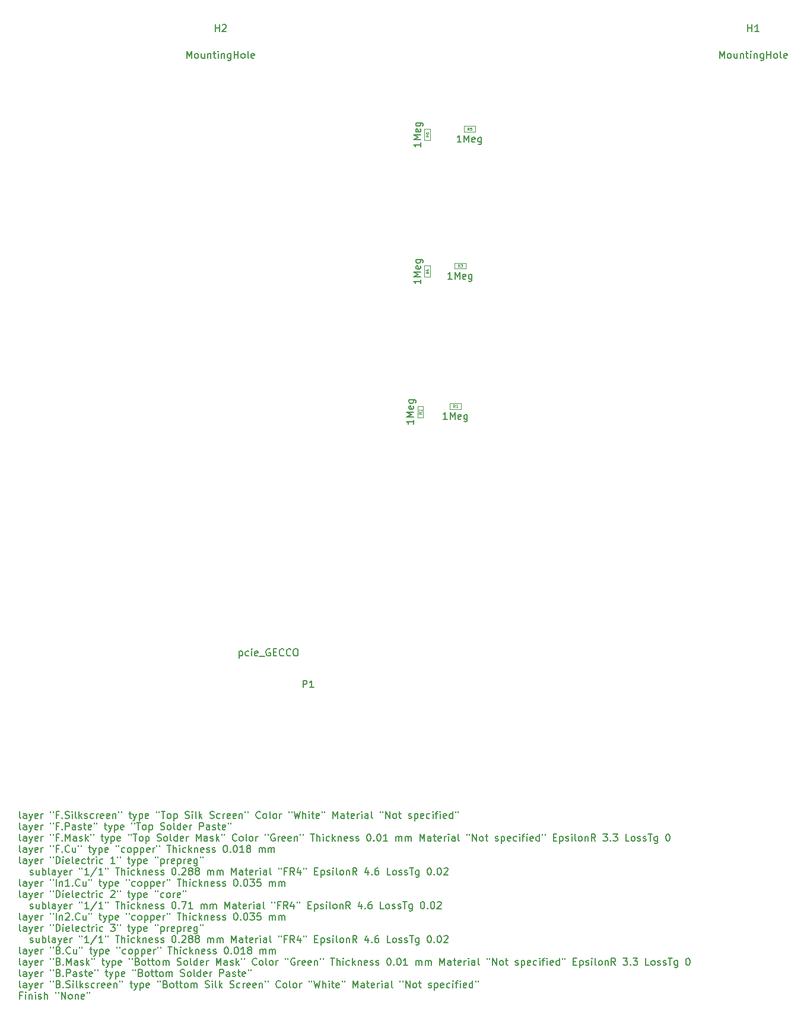
<source format=gbr>
%TF.GenerationSoftware,KiCad,Pcbnew,(6.0.10)*%
%TF.CreationDate,2023-01-26T06:33:38+09:00*%
%TF.ProjectId,AstroPix_telescope,41737472-6f50-4697-985f-74656c657363,1.1*%
%TF.SameCoordinates,Original*%
%TF.FileFunction,AssemblyDrawing,Top*%
%FSLAX46Y46*%
G04 Gerber Fmt 4.6, Leading zero omitted, Abs format (unit mm)*
G04 Created by KiCad (PCBNEW (6.0.10)) date 2023-01-26 06:33:38*
%MOMM*%
%LPD*%
G01*
G04 APERTURE LIST*
%ADD10C,0.150000*%
%ADD11C,0.060000*%
%ADD12C,0.100000*%
G04 APERTURE END LIST*
D10*
X77978452Y-157272380D02*
X77883214Y-157224761D01*
X77835595Y-157129523D01*
X77835595Y-156272380D01*
X78787976Y-157272380D02*
X78787976Y-156748571D01*
X78740357Y-156653333D01*
X78645119Y-156605714D01*
X78454642Y-156605714D01*
X78359404Y-156653333D01*
X78787976Y-157224761D02*
X78692738Y-157272380D01*
X78454642Y-157272380D01*
X78359404Y-157224761D01*
X78311785Y-157129523D01*
X78311785Y-157034285D01*
X78359404Y-156939047D01*
X78454642Y-156891428D01*
X78692738Y-156891428D01*
X78787976Y-156843809D01*
X79168928Y-156605714D02*
X79407023Y-157272380D01*
X79645119Y-156605714D02*
X79407023Y-157272380D01*
X79311785Y-157510476D01*
X79264166Y-157558095D01*
X79168928Y-157605714D01*
X80407023Y-157224761D02*
X80311785Y-157272380D01*
X80121309Y-157272380D01*
X80026071Y-157224761D01*
X79978452Y-157129523D01*
X79978452Y-156748571D01*
X80026071Y-156653333D01*
X80121309Y-156605714D01*
X80311785Y-156605714D01*
X80407023Y-156653333D01*
X80454642Y-156748571D01*
X80454642Y-156843809D01*
X79978452Y-156939047D01*
X80883214Y-157272380D02*
X80883214Y-156605714D01*
X80883214Y-156796190D02*
X80930833Y-156700952D01*
X80978452Y-156653333D01*
X81073690Y-156605714D01*
X81168928Y-156605714D01*
X82216547Y-156272380D02*
X82216547Y-156462857D01*
X82597500Y-156272380D02*
X82597500Y-156462857D01*
X83359404Y-156748571D02*
X83026071Y-156748571D01*
X83026071Y-157272380D02*
X83026071Y-156272380D01*
X83502261Y-156272380D01*
X83883214Y-157177142D02*
X83930833Y-157224761D01*
X83883214Y-157272380D01*
X83835595Y-157224761D01*
X83883214Y-157177142D01*
X83883214Y-157272380D01*
X84311785Y-157224761D02*
X84454642Y-157272380D01*
X84692738Y-157272380D01*
X84787976Y-157224761D01*
X84835595Y-157177142D01*
X84883214Y-157081904D01*
X84883214Y-156986666D01*
X84835595Y-156891428D01*
X84787976Y-156843809D01*
X84692738Y-156796190D01*
X84502261Y-156748571D01*
X84407023Y-156700952D01*
X84359404Y-156653333D01*
X84311785Y-156558095D01*
X84311785Y-156462857D01*
X84359404Y-156367619D01*
X84407023Y-156320000D01*
X84502261Y-156272380D01*
X84740357Y-156272380D01*
X84883214Y-156320000D01*
X85311785Y-157272380D02*
X85311785Y-156605714D01*
X85311785Y-156272380D02*
X85264166Y-156320000D01*
X85311785Y-156367619D01*
X85359404Y-156320000D01*
X85311785Y-156272380D01*
X85311785Y-156367619D01*
X85930833Y-157272380D02*
X85835595Y-157224761D01*
X85787976Y-157129523D01*
X85787976Y-156272380D01*
X86311785Y-157272380D02*
X86311785Y-156272380D01*
X86407023Y-156891428D02*
X86692738Y-157272380D01*
X86692738Y-156605714D02*
X86311785Y-156986666D01*
X87073690Y-157224761D02*
X87168928Y-157272380D01*
X87359404Y-157272380D01*
X87454642Y-157224761D01*
X87502261Y-157129523D01*
X87502261Y-157081904D01*
X87454642Y-156986666D01*
X87359404Y-156939047D01*
X87216547Y-156939047D01*
X87121309Y-156891428D01*
X87073690Y-156796190D01*
X87073690Y-156748571D01*
X87121309Y-156653333D01*
X87216547Y-156605714D01*
X87359404Y-156605714D01*
X87454642Y-156653333D01*
X88359404Y-157224761D02*
X88264166Y-157272380D01*
X88073690Y-157272380D01*
X87978452Y-157224761D01*
X87930833Y-157177142D01*
X87883214Y-157081904D01*
X87883214Y-156796190D01*
X87930833Y-156700952D01*
X87978452Y-156653333D01*
X88073690Y-156605714D01*
X88264166Y-156605714D01*
X88359404Y-156653333D01*
X88787976Y-157272380D02*
X88787976Y-156605714D01*
X88787976Y-156796190D02*
X88835595Y-156700952D01*
X88883214Y-156653333D01*
X88978452Y-156605714D01*
X89073690Y-156605714D01*
X89787976Y-157224761D02*
X89692738Y-157272380D01*
X89502261Y-157272380D01*
X89407023Y-157224761D01*
X89359404Y-157129523D01*
X89359404Y-156748571D01*
X89407023Y-156653333D01*
X89502261Y-156605714D01*
X89692738Y-156605714D01*
X89787976Y-156653333D01*
X89835595Y-156748571D01*
X89835595Y-156843809D01*
X89359404Y-156939047D01*
X90645119Y-157224761D02*
X90549880Y-157272380D01*
X90359404Y-157272380D01*
X90264166Y-157224761D01*
X90216547Y-157129523D01*
X90216547Y-156748571D01*
X90264166Y-156653333D01*
X90359404Y-156605714D01*
X90549880Y-156605714D01*
X90645119Y-156653333D01*
X90692738Y-156748571D01*
X90692738Y-156843809D01*
X90216547Y-156939047D01*
X91121309Y-156605714D02*
X91121309Y-157272380D01*
X91121309Y-156700952D02*
X91168928Y-156653333D01*
X91264166Y-156605714D01*
X91407023Y-156605714D01*
X91502261Y-156653333D01*
X91549880Y-156748571D01*
X91549880Y-157272380D01*
X91978452Y-156272380D02*
X91978452Y-156462857D01*
X92359404Y-156272380D02*
X92359404Y-156462857D01*
X93407023Y-156605714D02*
X93787976Y-156605714D01*
X93549880Y-156272380D02*
X93549880Y-157129523D01*
X93597500Y-157224761D01*
X93692738Y-157272380D01*
X93787976Y-157272380D01*
X94026071Y-156605714D02*
X94264166Y-157272380D01*
X94502261Y-156605714D02*
X94264166Y-157272380D01*
X94168928Y-157510476D01*
X94121309Y-157558095D01*
X94026071Y-157605714D01*
X94883214Y-156605714D02*
X94883214Y-157605714D01*
X94883214Y-156653333D02*
X94978452Y-156605714D01*
X95168928Y-156605714D01*
X95264166Y-156653333D01*
X95311785Y-156700952D01*
X95359404Y-156796190D01*
X95359404Y-157081904D01*
X95311785Y-157177142D01*
X95264166Y-157224761D01*
X95168928Y-157272380D01*
X94978452Y-157272380D01*
X94883214Y-157224761D01*
X96168928Y-157224761D02*
X96073690Y-157272380D01*
X95883214Y-157272380D01*
X95787976Y-157224761D01*
X95740357Y-157129523D01*
X95740357Y-156748571D01*
X95787976Y-156653333D01*
X95883214Y-156605714D01*
X96073690Y-156605714D01*
X96168928Y-156653333D01*
X96216547Y-156748571D01*
X96216547Y-156843809D01*
X95740357Y-156939047D01*
X97359404Y-156272380D02*
X97359404Y-156462857D01*
X97740357Y-156272380D02*
X97740357Y-156462857D01*
X98026071Y-156272380D02*
X98597500Y-156272380D01*
X98311785Y-157272380D02*
X98311785Y-156272380D01*
X99073690Y-157272380D02*
X98978452Y-157224761D01*
X98930833Y-157177142D01*
X98883214Y-157081904D01*
X98883214Y-156796190D01*
X98930833Y-156700952D01*
X98978452Y-156653333D01*
X99073690Y-156605714D01*
X99216547Y-156605714D01*
X99311785Y-156653333D01*
X99359404Y-156700952D01*
X99407023Y-156796190D01*
X99407023Y-157081904D01*
X99359404Y-157177142D01*
X99311785Y-157224761D01*
X99216547Y-157272380D01*
X99073690Y-157272380D01*
X99835595Y-156605714D02*
X99835595Y-157605714D01*
X99835595Y-156653333D02*
X99930833Y-156605714D01*
X100121309Y-156605714D01*
X100216547Y-156653333D01*
X100264166Y-156700952D01*
X100311785Y-156796190D01*
X100311785Y-157081904D01*
X100264166Y-157177142D01*
X100216547Y-157224761D01*
X100121309Y-157272380D01*
X99930833Y-157272380D01*
X99835595Y-157224761D01*
X101454642Y-157224761D02*
X101597499Y-157272380D01*
X101835595Y-157272380D01*
X101930833Y-157224761D01*
X101978452Y-157177142D01*
X102026071Y-157081904D01*
X102026071Y-156986666D01*
X101978452Y-156891428D01*
X101930833Y-156843809D01*
X101835595Y-156796190D01*
X101645119Y-156748571D01*
X101549880Y-156700952D01*
X101502261Y-156653333D01*
X101454642Y-156558095D01*
X101454642Y-156462857D01*
X101502261Y-156367619D01*
X101549880Y-156320000D01*
X101645119Y-156272380D01*
X101883214Y-156272380D01*
X102026071Y-156320000D01*
X102454642Y-157272380D02*
X102454642Y-156605714D01*
X102454642Y-156272380D02*
X102407023Y-156320000D01*
X102454642Y-156367619D01*
X102502261Y-156320000D01*
X102454642Y-156272380D01*
X102454642Y-156367619D01*
X103073690Y-157272380D02*
X102978452Y-157224761D01*
X102930833Y-157129523D01*
X102930833Y-156272380D01*
X103454642Y-157272380D02*
X103454642Y-156272380D01*
X103549880Y-156891428D02*
X103835595Y-157272380D01*
X103835595Y-156605714D02*
X103454642Y-156986666D01*
X104978452Y-157224761D02*
X105121309Y-157272380D01*
X105359404Y-157272380D01*
X105454642Y-157224761D01*
X105502261Y-157177142D01*
X105549880Y-157081904D01*
X105549880Y-156986666D01*
X105502261Y-156891428D01*
X105454642Y-156843809D01*
X105359404Y-156796190D01*
X105168928Y-156748571D01*
X105073690Y-156700952D01*
X105026071Y-156653333D01*
X104978452Y-156558095D01*
X104978452Y-156462857D01*
X105026071Y-156367619D01*
X105073690Y-156320000D01*
X105168928Y-156272380D01*
X105407023Y-156272380D01*
X105549880Y-156320000D01*
X106407023Y-157224761D02*
X106311785Y-157272380D01*
X106121309Y-157272380D01*
X106026071Y-157224761D01*
X105978452Y-157177142D01*
X105930833Y-157081904D01*
X105930833Y-156796190D01*
X105978452Y-156700952D01*
X106026071Y-156653333D01*
X106121309Y-156605714D01*
X106311785Y-156605714D01*
X106407023Y-156653333D01*
X106835595Y-157272380D02*
X106835595Y-156605714D01*
X106835595Y-156796190D02*
X106883214Y-156700952D01*
X106930833Y-156653333D01*
X107026071Y-156605714D01*
X107121309Y-156605714D01*
X107835595Y-157224761D02*
X107740357Y-157272380D01*
X107549880Y-157272380D01*
X107454642Y-157224761D01*
X107407023Y-157129523D01*
X107407023Y-156748571D01*
X107454642Y-156653333D01*
X107549880Y-156605714D01*
X107740357Y-156605714D01*
X107835595Y-156653333D01*
X107883214Y-156748571D01*
X107883214Y-156843809D01*
X107407023Y-156939047D01*
X108692738Y-157224761D02*
X108597499Y-157272380D01*
X108407023Y-157272380D01*
X108311785Y-157224761D01*
X108264166Y-157129523D01*
X108264166Y-156748571D01*
X108311785Y-156653333D01*
X108407023Y-156605714D01*
X108597499Y-156605714D01*
X108692738Y-156653333D01*
X108740357Y-156748571D01*
X108740357Y-156843809D01*
X108264166Y-156939047D01*
X109168928Y-156605714D02*
X109168928Y-157272380D01*
X109168928Y-156700952D02*
X109216547Y-156653333D01*
X109311785Y-156605714D01*
X109454642Y-156605714D01*
X109549880Y-156653333D01*
X109597500Y-156748571D01*
X109597500Y-157272380D01*
X110026071Y-156272380D02*
X110026071Y-156462857D01*
X110407023Y-156272380D02*
X110407023Y-156462857D01*
X112168928Y-157177142D02*
X112121309Y-157224761D01*
X111978452Y-157272380D01*
X111883214Y-157272380D01*
X111740357Y-157224761D01*
X111645119Y-157129523D01*
X111597500Y-157034285D01*
X111549880Y-156843809D01*
X111549880Y-156700952D01*
X111597500Y-156510476D01*
X111645119Y-156415238D01*
X111740357Y-156320000D01*
X111883214Y-156272380D01*
X111978452Y-156272380D01*
X112121309Y-156320000D01*
X112168928Y-156367619D01*
X112740357Y-157272380D02*
X112645119Y-157224761D01*
X112597500Y-157177142D01*
X112549880Y-157081904D01*
X112549880Y-156796190D01*
X112597500Y-156700952D01*
X112645119Y-156653333D01*
X112740357Y-156605714D01*
X112883214Y-156605714D01*
X112978452Y-156653333D01*
X113026071Y-156700952D01*
X113073690Y-156796190D01*
X113073690Y-157081904D01*
X113026071Y-157177142D01*
X112978452Y-157224761D01*
X112883214Y-157272380D01*
X112740357Y-157272380D01*
X113645119Y-157272380D02*
X113549880Y-157224761D01*
X113502261Y-157129523D01*
X113502261Y-156272380D01*
X114168928Y-157272380D02*
X114073690Y-157224761D01*
X114026071Y-157177142D01*
X113978452Y-157081904D01*
X113978452Y-156796190D01*
X114026071Y-156700952D01*
X114073690Y-156653333D01*
X114168928Y-156605714D01*
X114311785Y-156605714D01*
X114407023Y-156653333D01*
X114454642Y-156700952D01*
X114502261Y-156796190D01*
X114502261Y-157081904D01*
X114454642Y-157177142D01*
X114407023Y-157224761D01*
X114311785Y-157272380D01*
X114168928Y-157272380D01*
X114930833Y-157272380D02*
X114930833Y-156605714D01*
X114930833Y-156796190D02*
X114978452Y-156700952D01*
X115026071Y-156653333D01*
X115121309Y-156605714D01*
X115216547Y-156605714D01*
X116264166Y-156272380D02*
X116264166Y-156462857D01*
X116645119Y-156272380D02*
X116645119Y-156462857D01*
X116978452Y-156272380D02*
X117216547Y-157272380D01*
X117407023Y-156558095D01*
X117597499Y-157272380D01*
X117835595Y-156272380D01*
X118216547Y-157272380D02*
X118216547Y-156272380D01*
X118645119Y-157272380D02*
X118645119Y-156748571D01*
X118597499Y-156653333D01*
X118502261Y-156605714D01*
X118359404Y-156605714D01*
X118264166Y-156653333D01*
X118216547Y-156700952D01*
X119121309Y-157272380D02*
X119121309Y-156605714D01*
X119121309Y-156272380D02*
X119073690Y-156320000D01*
X119121309Y-156367619D01*
X119168928Y-156320000D01*
X119121309Y-156272380D01*
X119121309Y-156367619D01*
X119454642Y-156605714D02*
X119835595Y-156605714D01*
X119597499Y-156272380D02*
X119597499Y-157129523D01*
X119645119Y-157224761D01*
X119740357Y-157272380D01*
X119835595Y-157272380D01*
X120549880Y-157224761D02*
X120454642Y-157272380D01*
X120264166Y-157272380D01*
X120168928Y-157224761D01*
X120121309Y-157129523D01*
X120121309Y-156748571D01*
X120168928Y-156653333D01*
X120264166Y-156605714D01*
X120454642Y-156605714D01*
X120549880Y-156653333D01*
X120597499Y-156748571D01*
X120597499Y-156843809D01*
X120121309Y-156939047D01*
X120978452Y-156272380D02*
X120978452Y-156462857D01*
X121359404Y-156272380D02*
X121359404Y-156462857D01*
X122549880Y-157272380D02*
X122549880Y-156272380D01*
X122883214Y-156986666D01*
X123216547Y-156272380D01*
X123216547Y-157272380D01*
X124121309Y-157272380D02*
X124121309Y-156748571D01*
X124073690Y-156653333D01*
X123978452Y-156605714D01*
X123787976Y-156605714D01*
X123692738Y-156653333D01*
X124121309Y-157224761D02*
X124026071Y-157272380D01*
X123787976Y-157272380D01*
X123692738Y-157224761D01*
X123645119Y-157129523D01*
X123645119Y-157034285D01*
X123692738Y-156939047D01*
X123787976Y-156891428D01*
X124026071Y-156891428D01*
X124121309Y-156843809D01*
X124454642Y-156605714D02*
X124835595Y-156605714D01*
X124597499Y-156272380D02*
X124597499Y-157129523D01*
X124645119Y-157224761D01*
X124740357Y-157272380D01*
X124835595Y-157272380D01*
X125549880Y-157224761D02*
X125454642Y-157272380D01*
X125264166Y-157272380D01*
X125168928Y-157224761D01*
X125121309Y-157129523D01*
X125121309Y-156748571D01*
X125168928Y-156653333D01*
X125264166Y-156605714D01*
X125454642Y-156605714D01*
X125549880Y-156653333D01*
X125597499Y-156748571D01*
X125597499Y-156843809D01*
X125121309Y-156939047D01*
X126026071Y-157272380D02*
X126026071Y-156605714D01*
X126026071Y-156796190D02*
X126073690Y-156700952D01*
X126121309Y-156653333D01*
X126216547Y-156605714D01*
X126311785Y-156605714D01*
X126645119Y-157272380D02*
X126645119Y-156605714D01*
X126645119Y-156272380D02*
X126597500Y-156320000D01*
X126645119Y-156367619D01*
X126692738Y-156320000D01*
X126645119Y-156272380D01*
X126645119Y-156367619D01*
X127549880Y-157272380D02*
X127549880Y-156748571D01*
X127502261Y-156653333D01*
X127407023Y-156605714D01*
X127216547Y-156605714D01*
X127121309Y-156653333D01*
X127549880Y-157224761D02*
X127454642Y-157272380D01*
X127216547Y-157272380D01*
X127121309Y-157224761D01*
X127073690Y-157129523D01*
X127073690Y-157034285D01*
X127121309Y-156939047D01*
X127216547Y-156891428D01*
X127454642Y-156891428D01*
X127549880Y-156843809D01*
X128168928Y-157272380D02*
X128073690Y-157224761D01*
X128026071Y-157129523D01*
X128026071Y-156272380D01*
X129264166Y-156272380D02*
X129264166Y-156462857D01*
X129645119Y-156272380D02*
X129645119Y-156462857D01*
X130073690Y-157272380D02*
X130073690Y-156272380D01*
X130645119Y-157272380D01*
X130645119Y-156272380D01*
X131264166Y-157272380D02*
X131168928Y-157224761D01*
X131121309Y-157177142D01*
X131073690Y-157081904D01*
X131073690Y-156796190D01*
X131121309Y-156700952D01*
X131168928Y-156653333D01*
X131264166Y-156605714D01*
X131407023Y-156605714D01*
X131502261Y-156653333D01*
X131549880Y-156700952D01*
X131597499Y-156796190D01*
X131597499Y-157081904D01*
X131549880Y-157177142D01*
X131502261Y-157224761D01*
X131407023Y-157272380D01*
X131264166Y-157272380D01*
X131883214Y-156605714D02*
X132264166Y-156605714D01*
X132026071Y-156272380D02*
X132026071Y-157129523D01*
X132073690Y-157224761D01*
X132168928Y-157272380D01*
X132264166Y-157272380D01*
X133311785Y-157224761D02*
X133407023Y-157272380D01*
X133597499Y-157272380D01*
X133692738Y-157224761D01*
X133740357Y-157129523D01*
X133740357Y-157081904D01*
X133692738Y-156986666D01*
X133597499Y-156939047D01*
X133454642Y-156939047D01*
X133359404Y-156891428D01*
X133311785Y-156796190D01*
X133311785Y-156748571D01*
X133359404Y-156653333D01*
X133454642Y-156605714D01*
X133597499Y-156605714D01*
X133692738Y-156653333D01*
X134168928Y-156605714D02*
X134168928Y-157605714D01*
X134168928Y-156653333D02*
X134264166Y-156605714D01*
X134454642Y-156605714D01*
X134549880Y-156653333D01*
X134597499Y-156700952D01*
X134645119Y-156796190D01*
X134645119Y-157081904D01*
X134597499Y-157177142D01*
X134549880Y-157224761D01*
X134454642Y-157272380D01*
X134264166Y-157272380D01*
X134168928Y-157224761D01*
X135454642Y-157224761D02*
X135359404Y-157272380D01*
X135168928Y-157272380D01*
X135073690Y-157224761D01*
X135026071Y-157129523D01*
X135026071Y-156748571D01*
X135073690Y-156653333D01*
X135168928Y-156605714D01*
X135359404Y-156605714D01*
X135454642Y-156653333D01*
X135502261Y-156748571D01*
X135502261Y-156843809D01*
X135026071Y-156939047D01*
X136359404Y-157224761D02*
X136264166Y-157272380D01*
X136073690Y-157272380D01*
X135978452Y-157224761D01*
X135930833Y-157177142D01*
X135883214Y-157081904D01*
X135883214Y-156796190D01*
X135930833Y-156700952D01*
X135978452Y-156653333D01*
X136073690Y-156605714D01*
X136264166Y-156605714D01*
X136359404Y-156653333D01*
X136787976Y-157272380D02*
X136787976Y-156605714D01*
X136787976Y-156272380D02*
X136740357Y-156320000D01*
X136787976Y-156367619D01*
X136835595Y-156320000D01*
X136787976Y-156272380D01*
X136787976Y-156367619D01*
X137121309Y-156605714D02*
X137502261Y-156605714D01*
X137264166Y-157272380D02*
X137264166Y-156415238D01*
X137311785Y-156320000D01*
X137407023Y-156272380D01*
X137502261Y-156272380D01*
X137835595Y-157272380D02*
X137835595Y-156605714D01*
X137835595Y-156272380D02*
X137787976Y-156320000D01*
X137835595Y-156367619D01*
X137883214Y-156320000D01*
X137835595Y-156272380D01*
X137835595Y-156367619D01*
X138692738Y-157224761D02*
X138597500Y-157272380D01*
X138407023Y-157272380D01*
X138311785Y-157224761D01*
X138264166Y-157129523D01*
X138264166Y-156748571D01*
X138311785Y-156653333D01*
X138407023Y-156605714D01*
X138597500Y-156605714D01*
X138692738Y-156653333D01*
X138740357Y-156748571D01*
X138740357Y-156843809D01*
X138264166Y-156939047D01*
X139597500Y-157272380D02*
X139597500Y-156272380D01*
X139597500Y-157224761D02*
X139502261Y-157272380D01*
X139311785Y-157272380D01*
X139216547Y-157224761D01*
X139168928Y-157177142D01*
X139121309Y-157081904D01*
X139121309Y-156796190D01*
X139168928Y-156700952D01*
X139216547Y-156653333D01*
X139311785Y-156605714D01*
X139502261Y-156605714D01*
X139597500Y-156653333D01*
X140026071Y-156272380D02*
X140026071Y-156462857D01*
X140407023Y-156272380D02*
X140407023Y-156462857D01*
X77978452Y-158882380D02*
X77883214Y-158834761D01*
X77835595Y-158739523D01*
X77835595Y-157882380D01*
X78787976Y-158882380D02*
X78787976Y-158358571D01*
X78740357Y-158263333D01*
X78645119Y-158215714D01*
X78454642Y-158215714D01*
X78359404Y-158263333D01*
X78787976Y-158834761D02*
X78692738Y-158882380D01*
X78454642Y-158882380D01*
X78359404Y-158834761D01*
X78311785Y-158739523D01*
X78311785Y-158644285D01*
X78359404Y-158549047D01*
X78454642Y-158501428D01*
X78692738Y-158501428D01*
X78787976Y-158453809D01*
X79168928Y-158215714D02*
X79407023Y-158882380D01*
X79645119Y-158215714D02*
X79407023Y-158882380D01*
X79311785Y-159120476D01*
X79264166Y-159168095D01*
X79168928Y-159215714D01*
X80407023Y-158834761D02*
X80311785Y-158882380D01*
X80121309Y-158882380D01*
X80026071Y-158834761D01*
X79978452Y-158739523D01*
X79978452Y-158358571D01*
X80026071Y-158263333D01*
X80121309Y-158215714D01*
X80311785Y-158215714D01*
X80407023Y-158263333D01*
X80454642Y-158358571D01*
X80454642Y-158453809D01*
X79978452Y-158549047D01*
X80883214Y-158882380D02*
X80883214Y-158215714D01*
X80883214Y-158406190D02*
X80930833Y-158310952D01*
X80978452Y-158263333D01*
X81073690Y-158215714D01*
X81168928Y-158215714D01*
X82216547Y-157882380D02*
X82216547Y-158072857D01*
X82597500Y-157882380D02*
X82597500Y-158072857D01*
X83359404Y-158358571D02*
X83026071Y-158358571D01*
X83026071Y-158882380D02*
X83026071Y-157882380D01*
X83502261Y-157882380D01*
X83883214Y-158787142D02*
X83930833Y-158834761D01*
X83883214Y-158882380D01*
X83835595Y-158834761D01*
X83883214Y-158787142D01*
X83883214Y-158882380D01*
X84359404Y-158882380D02*
X84359404Y-157882380D01*
X84740357Y-157882380D01*
X84835595Y-157930000D01*
X84883214Y-157977619D01*
X84930833Y-158072857D01*
X84930833Y-158215714D01*
X84883214Y-158310952D01*
X84835595Y-158358571D01*
X84740357Y-158406190D01*
X84359404Y-158406190D01*
X85787976Y-158882380D02*
X85787976Y-158358571D01*
X85740357Y-158263333D01*
X85645119Y-158215714D01*
X85454642Y-158215714D01*
X85359404Y-158263333D01*
X85787976Y-158834761D02*
X85692738Y-158882380D01*
X85454642Y-158882380D01*
X85359404Y-158834761D01*
X85311785Y-158739523D01*
X85311785Y-158644285D01*
X85359404Y-158549047D01*
X85454642Y-158501428D01*
X85692738Y-158501428D01*
X85787976Y-158453809D01*
X86216547Y-158834761D02*
X86311785Y-158882380D01*
X86502261Y-158882380D01*
X86597500Y-158834761D01*
X86645119Y-158739523D01*
X86645119Y-158691904D01*
X86597500Y-158596666D01*
X86502261Y-158549047D01*
X86359404Y-158549047D01*
X86264166Y-158501428D01*
X86216547Y-158406190D01*
X86216547Y-158358571D01*
X86264166Y-158263333D01*
X86359404Y-158215714D01*
X86502261Y-158215714D01*
X86597500Y-158263333D01*
X86930833Y-158215714D02*
X87311785Y-158215714D01*
X87073690Y-157882380D02*
X87073690Y-158739523D01*
X87121309Y-158834761D01*
X87216547Y-158882380D01*
X87311785Y-158882380D01*
X88026071Y-158834761D02*
X87930833Y-158882380D01*
X87740357Y-158882380D01*
X87645119Y-158834761D01*
X87597500Y-158739523D01*
X87597500Y-158358571D01*
X87645119Y-158263333D01*
X87740357Y-158215714D01*
X87930833Y-158215714D01*
X88026071Y-158263333D01*
X88073690Y-158358571D01*
X88073690Y-158453809D01*
X87597500Y-158549047D01*
X88454642Y-157882380D02*
X88454642Y-158072857D01*
X88835595Y-157882380D02*
X88835595Y-158072857D01*
X89883214Y-158215714D02*
X90264166Y-158215714D01*
X90026071Y-157882380D02*
X90026071Y-158739523D01*
X90073690Y-158834761D01*
X90168928Y-158882380D01*
X90264166Y-158882380D01*
X90502261Y-158215714D02*
X90740357Y-158882380D01*
X90978452Y-158215714D02*
X90740357Y-158882380D01*
X90645119Y-159120476D01*
X90597500Y-159168095D01*
X90502261Y-159215714D01*
X91359404Y-158215714D02*
X91359404Y-159215714D01*
X91359404Y-158263333D02*
X91454642Y-158215714D01*
X91645119Y-158215714D01*
X91740357Y-158263333D01*
X91787976Y-158310952D01*
X91835595Y-158406190D01*
X91835595Y-158691904D01*
X91787976Y-158787142D01*
X91740357Y-158834761D01*
X91645119Y-158882380D01*
X91454642Y-158882380D01*
X91359404Y-158834761D01*
X92645119Y-158834761D02*
X92549880Y-158882380D01*
X92359404Y-158882380D01*
X92264166Y-158834761D01*
X92216547Y-158739523D01*
X92216547Y-158358571D01*
X92264166Y-158263333D01*
X92359404Y-158215714D01*
X92549880Y-158215714D01*
X92645119Y-158263333D01*
X92692738Y-158358571D01*
X92692738Y-158453809D01*
X92216547Y-158549047D01*
X93835595Y-157882380D02*
X93835595Y-158072857D01*
X94216547Y-157882380D02*
X94216547Y-158072857D01*
X94502261Y-157882380D02*
X95073690Y-157882380D01*
X94787976Y-158882380D02*
X94787976Y-157882380D01*
X95549880Y-158882380D02*
X95454642Y-158834761D01*
X95407023Y-158787142D01*
X95359404Y-158691904D01*
X95359404Y-158406190D01*
X95407023Y-158310952D01*
X95454642Y-158263333D01*
X95549880Y-158215714D01*
X95692738Y-158215714D01*
X95787976Y-158263333D01*
X95835595Y-158310952D01*
X95883214Y-158406190D01*
X95883214Y-158691904D01*
X95835595Y-158787142D01*
X95787976Y-158834761D01*
X95692738Y-158882380D01*
X95549880Y-158882380D01*
X96311785Y-158215714D02*
X96311785Y-159215714D01*
X96311785Y-158263333D02*
X96407023Y-158215714D01*
X96597499Y-158215714D01*
X96692738Y-158263333D01*
X96740357Y-158310952D01*
X96787976Y-158406190D01*
X96787976Y-158691904D01*
X96740357Y-158787142D01*
X96692738Y-158834761D01*
X96597499Y-158882380D01*
X96407023Y-158882380D01*
X96311785Y-158834761D01*
X97930833Y-158834761D02*
X98073690Y-158882380D01*
X98311785Y-158882380D01*
X98407023Y-158834761D01*
X98454642Y-158787142D01*
X98502261Y-158691904D01*
X98502261Y-158596666D01*
X98454642Y-158501428D01*
X98407023Y-158453809D01*
X98311785Y-158406190D01*
X98121309Y-158358571D01*
X98026071Y-158310952D01*
X97978452Y-158263333D01*
X97930833Y-158168095D01*
X97930833Y-158072857D01*
X97978452Y-157977619D01*
X98026071Y-157930000D01*
X98121309Y-157882380D01*
X98359404Y-157882380D01*
X98502261Y-157930000D01*
X99073690Y-158882380D02*
X98978452Y-158834761D01*
X98930833Y-158787142D01*
X98883214Y-158691904D01*
X98883214Y-158406190D01*
X98930833Y-158310952D01*
X98978452Y-158263333D01*
X99073690Y-158215714D01*
X99216547Y-158215714D01*
X99311785Y-158263333D01*
X99359404Y-158310952D01*
X99407023Y-158406190D01*
X99407023Y-158691904D01*
X99359404Y-158787142D01*
X99311785Y-158834761D01*
X99216547Y-158882380D01*
X99073690Y-158882380D01*
X99978452Y-158882380D02*
X99883214Y-158834761D01*
X99835595Y-158739523D01*
X99835595Y-157882380D01*
X100787976Y-158882380D02*
X100787976Y-157882380D01*
X100787976Y-158834761D02*
X100692738Y-158882380D01*
X100502261Y-158882380D01*
X100407023Y-158834761D01*
X100359404Y-158787142D01*
X100311785Y-158691904D01*
X100311785Y-158406190D01*
X100359404Y-158310952D01*
X100407023Y-158263333D01*
X100502261Y-158215714D01*
X100692738Y-158215714D01*
X100787976Y-158263333D01*
X101645119Y-158834761D02*
X101549880Y-158882380D01*
X101359404Y-158882380D01*
X101264166Y-158834761D01*
X101216547Y-158739523D01*
X101216547Y-158358571D01*
X101264166Y-158263333D01*
X101359404Y-158215714D01*
X101549880Y-158215714D01*
X101645119Y-158263333D01*
X101692738Y-158358571D01*
X101692738Y-158453809D01*
X101216547Y-158549047D01*
X102121309Y-158882380D02*
X102121309Y-158215714D01*
X102121309Y-158406190D02*
X102168928Y-158310952D01*
X102216547Y-158263333D01*
X102311785Y-158215714D01*
X102407023Y-158215714D01*
X103502261Y-158882380D02*
X103502261Y-157882380D01*
X103883214Y-157882380D01*
X103978452Y-157930000D01*
X104026071Y-157977619D01*
X104073690Y-158072857D01*
X104073690Y-158215714D01*
X104026071Y-158310952D01*
X103978452Y-158358571D01*
X103883214Y-158406190D01*
X103502261Y-158406190D01*
X104930833Y-158882380D02*
X104930833Y-158358571D01*
X104883214Y-158263333D01*
X104787976Y-158215714D01*
X104597499Y-158215714D01*
X104502261Y-158263333D01*
X104930833Y-158834761D02*
X104835595Y-158882380D01*
X104597499Y-158882380D01*
X104502261Y-158834761D01*
X104454642Y-158739523D01*
X104454642Y-158644285D01*
X104502261Y-158549047D01*
X104597499Y-158501428D01*
X104835595Y-158501428D01*
X104930833Y-158453809D01*
X105359404Y-158834761D02*
X105454642Y-158882380D01*
X105645119Y-158882380D01*
X105740357Y-158834761D01*
X105787976Y-158739523D01*
X105787976Y-158691904D01*
X105740357Y-158596666D01*
X105645119Y-158549047D01*
X105502261Y-158549047D01*
X105407023Y-158501428D01*
X105359404Y-158406190D01*
X105359404Y-158358571D01*
X105407023Y-158263333D01*
X105502261Y-158215714D01*
X105645119Y-158215714D01*
X105740357Y-158263333D01*
X106073690Y-158215714D02*
X106454642Y-158215714D01*
X106216547Y-157882380D02*
X106216547Y-158739523D01*
X106264166Y-158834761D01*
X106359404Y-158882380D01*
X106454642Y-158882380D01*
X107168928Y-158834761D02*
X107073690Y-158882380D01*
X106883214Y-158882380D01*
X106787976Y-158834761D01*
X106740357Y-158739523D01*
X106740357Y-158358571D01*
X106787976Y-158263333D01*
X106883214Y-158215714D01*
X107073690Y-158215714D01*
X107168928Y-158263333D01*
X107216547Y-158358571D01*
X107216547Y-158453809D01*
X106740357Y-158549047D01*
X107597499Y-157882380D02*
X107597499Y-158072857D01*
X107978452Y-157882380D02*
X107978452Y-158072857D01*
X77978452Y-160492380D02*
X77883214Y-160444761D01*
X77835595Y-160349523D01*
X77835595Y-159492380D01*
X78787976Y-160492380D02*
X78787976Y-159968571D01*
X78740357Y-159873333D01*
X78645119Y-159825714D01*
X78454642Y-159825714D01*
X78359404Y-159873333D01*
X78787976Y-160444761D02*
X78692738Y-160492380D01*
X78454642Y-160492380D01*
X78359404Y-160444761D01*
X78311785Y-160349523D01*
X78311785Y-160254285D01*
X78359404Y-160159047D01*
X78454642Y-160111428D01*
X78692738Y-160111428D01*
X78787976Y-160063809D01*
X79168928Y-159825714D02*
X79407023Y-160492380D01*
X79645119Y-159825714D02*
X79407023Y-160492380D01*
X79311785Y-160730476D01*
X79264166Y-160778095D01*
X79168928Y-160825714D01*
X80407023Y-160444761D02*
X80311785Y-160492380D01*
X80121309Y-160492380D01*
X80026071Y-160444761D01*
X79978452Y-160349523D01*
X79978452Y-159968571D01*
X80026071Y-159873333D01*
X80121309Y-159825714D01*
X80311785Y-159825714D01*
X80407023Y-159873333D01*
X80454642Y-159968571D01*
X80454642Y-160063809D01*
X79978452Y-160159047D01*
X80883214Y-160492380D02*
X80883214Y-159825714D01*
X80883214Y-160016190D02*
X80930833Y-159920952D01*
X80978452Y-159873333D01*
X81073690Y-159825714D01*
X81168928Y-159825714D01*
X82216547Y-159492380D02*
X82216547Y-159682857D01*
X82597500Y-159492380D02*
X82597500Y-159682857D01*
X83359404Y-159968571D02*
X83026071Y-159968571D01*
X83026071Y-160492380D02*
X83026071Y-159492380D01*
X83502261Y-159492380D01*
X83883214Y-160397142D02*
X83930833Y-160444761D01*
X83883214Y-160492380D01*
X83835595Y-160444761D01*
X83883214Y-160397142D01*
X83883214Y-160492380D01*
X84359404Y-160492380D02*
X84359404Y-159492380D01*
X84692738Y-160206666D01*
X85026071Y-159492380D01*
X85026071Y-160492380D01*
X85930833Y-160492380D02*
X85930833Y-159968571D01*
X85883214Y-159873333D01*
X85787976Y-159825714D01*
X85597500Y-159825714D01*
X85502261Y-159873333D01*
X85930833Y-160444761D02*
X85835595Y-160492380D01*
X85597500Y-160492380D01*
X85502261Y-160444761D01*
X85454642Y-160349523D01*
X85454642Y-160254285D01*
X85502261Y-160159047D01*
X85597500Y-160111428D01*
X85835595Y-160111428D01*
X85930833Y-160063809D01*
X86359404Y-160444761D02*
X86454642Y-160492380D01*
X86645119Y-160492380D01*
X86740357Y-160444761D01*
X86787976Y-160349523D01*
X86787976Y-160301904D01*
X86740357Y-160206666D01*
X86645119Y-160159047D01*
X86502261Y-160159047D01*
X86407023Y-160111428D01*
X86359404Y-160016190D01*
X86359404Y-159968571D01*
X86407023Y-159873333D01*
X86502261Y-159825714D01*
X86645119Y-159825714D01*
X86740357Y-159873333D01*
X87216547Y-160492380D02*
X87216547Y-159492380D01*
X87311785Y-160111428D02*
X87597500Y-160492380D01*
X87597500Y-159825714D02*
X87216547Y-160206666D01*
X87978452Y-159492380D02*
X87978452Y-159682857D01*
X88359404Y-159492380D02*
X88359404Y-159682857D01*
X89407023Y-159825714D02*
X89787976Y-159825714D01*
X89549880Y-159492380D02*
X89549880Y-160349523D01*
X89597500Y-160444761D01*
X89692738Y-160492380D01*
X89787976Y-160492380D01*
X90026071Y-159825714D02*
X90264166Y-160492380D01*
X90502261Y-159825714D02*
X90264166Y-160492380D01*
X90168928Y-160730476D01*
X90121309Y-160778095D01*
X90026071Y-160825714D01*
X90883214Y-159825714D02*
X90883214Y-160825714D01*
X90883214Y-159873333D02*
X90978452Y-159825714D01*
X91168928Y-159825714D01*
X91264166Y-159873333D01*
X91311785Y-159920952D01*
X91359404Y-160016190D01*
X91359404Y-160301904D01*
X91311785Y-160397142D01*
X91264166Y-160444761D01*
X91168928Y-160492380D01*
X90978452Y-160492380D01*
X90883214Y-160444761D01*
X92168928Y-160444761D02*
X92073690Y-160492380D01*
X91883214Y-160492380D01*
X91787976Y-160444761D01*
X91740357Y-160349523D01*
X91740357Y-159968571D01*
X91787976Y-159873333D01*
X91883214Y-159825714D01*
X92073690Y-159825714D01*
X92168928Y-159873333D01*
X92216547Y-159968571D01*
X92216547Y-160063809D01*
X91740357Y-160159047D01*
X93359404Y-159492380D02*
X93359404Y-159682857D01*
X93740357Y-159492380D02*
X93740357Y-159682857D01*
X94026071Y-159492380D02*
X94597500Y-159492380D01*
X94311785Y-160492380D02*
X94311785Y-159492380D01*
X95073690Y-160492380D02*
X94978452Y-160444761D01*
X94930833Y-160397142D01*
X94883214Y-160301904D01*
X94883214Y-160016190D01*
X94930833Y-159920952D01*
X94978452Y-159873333D01*
X95073690Y-159825714D01*
X95216547Y-159825714D01*
X95311785Y-159873333D01*
X95359404Y-159920952D01*
X95407023Y-160016190D01*
X95407023Y-160301904D01*
X95359404Y-160397142D01*
X95311785Y-160444761D01*
X95216547Y-160492380D01*
X95073690Y-160492380D01*
X95835595Y-159825714D02*
X95835595Y-160825714D01*
X95835595Y-159873333D02*
X95930833Y-159825714D01*
X96121309Y-159825714D01*
X96216547Y-159873333D01*
X96264166Y-159920952D01*
X96311785Y-160016190D01*
X96311785Y-160301904D01*
X96264166Y-160397142D01*
X96216547Y-160444761D01*
X96121309Y-160492380D01*
X95930833Y-160492380D01*
X95835595Y-160444761D01*
X97454642Y-160444761D02*
X97597499Y-160492380D01*
X97835595Y-160492380D01*
X97930833Y-160444761D01*
X97978452Y-160397142D01*
X98026071Y-160301904D01*
X98026071Y-160206666D01*
X97978452Y-160111428D01*
X97930833Y-160063809D01*
X97835595Y-160016190D01*
X97645119Y-159968571D01*
X97549880Y-159920952D01*
X97502261Y-159873333D01*
X97454642Y-159778095D01*
X97454642Y-159682857D01*
X97502261Y-159587619D01*
X97549880Y-159540000D01*
X97645119Y-159492380D01*
X97883214Y-159492380D01*
X98026071Y-159540000D01*
X98597499Y-160492380D02*
X98502261Y-160444761D01*
X98454642Y-160397142D01*
X98407023Y-160301904D01*
X98407023Y-160016190D01*
X98454642Y-159920952D01*
X98502261Y-159873333D01*
X98597499Y-159825714D01*
X98740357Y-159825714D01*
X98835595Y-159873333D01*
X98883214Y-159920952D01*
X98930833Y-160016190D01*
X98930833Y-160301904D01*
X98883214Y-160397142D01*
X98835595Y-160444761D01*
X98740357Y-160492380D01*
X98597499Y-160492380D01*
X99502261Y-160492380D02*
X99407023Y-160444761D01*
X99359404Y-160349523D01*
X99359404Y-159492380D01*
X100311785Y-160492380D02*
X100311785Y-159492380D01*
X100311785Y-160444761D02*
X100216547Y-160492380D01*
X100026071Y-160492380D01*
X99930833Y-160444761D01*
X99883214Y-160397142D01*
X99835595Y-160301904D01*
X99835595Y-160016190D01*
X99883214Y-159920952D01*
X99930833Y-159873333D01*
X100026071Y-159825714D01*
X100216547Y-159825714D01*
X100311785Y-159873333D01*
X101168928Y-160444761D02*
X101073690Y-160492380D01*
X100883214Y-160492380D01*
X100787976Y-160444761D01*
X100740357Y-160349523D01*
X100740357Y-159968571D01*
X100787976Y-159873333D01*
X100883214Y-159825714D01*
X101073690Y-159825714D01*
X101168928Y-159873333D01*
X101216547Y-159968571D01*
X101216547Y-160063809D01*
X100740357Y-160159047D01*
X101645119Y-160492380D02*
X101645119Y-159825714D01*
X101645119Y-160016190D02*
X101692738Y-159920952D01*
X101740357Y-159873333D01*
X101835595Y-159825714D01*
X101930833Y-159825714D01*
X103026071Y-160492380D02*
X103026071Y-159492380D01*
X103359404Y-160206666D01*
X103692738Y-159492380D01*
X103692738Y-160492380D01*
X104597499Y-160492380D02*
X104597499Y-159968571D01*
X104549880Y-159873333D01*
X104454642Y-159825714D01*
X104264166Y-159825714D01*
X104168928Y-159873333D01*
X104597499Y-160444761D02*
X104502261Y-160492380D01*
X104264166Y-160492380D01*
X104168928Y-160444761D01*
X104121309Y-160349523D01*
X104121309Y-160254285D01*
X104168928Y-160159047D01*
X104264166Y-160111428D01*
X104502261Y-160111428D01*
X104597499Y-160063809D01*
X105026071Y-160444761D02*
X105121309Y-160492380D01*
X105311785Y-160492380D01*
X105407023Y-160444761D01*
X105454642Y-160349523D01*
X105454642Y-160301904D01*
X105407023Y-160206666D01*
X105311785Y-160159047D01*
X105168928Y-160159047D01*
X105073690Y-160111428D01*
X105026071Y-160016190D01*
X105026071Y-159968571D01*
X105073690Y-159873333D01*
X105168928Y-159825714D01*
X105311785Y-159825714D01*
X105407023Y-159873333D01*
X105883214Y-160492380D02*
X105883214Y-159492380D01*
X105978452Y-160111428D02*
X106264166Y-160492380D01*
X106264166Y-159825714D02*
X105883214Y-160206666D01*
X106645119Y-159492380D02*
X106645119Y-159682857D01*
X107026071Y-159492380D02*
X107026071Y-159682857D01*
X108787976Y-160397142D02*
X108740357Y-160444761D01*
X108597499Y-160492380D01*
X108502261Y-160492380D01*
X108359404Y-160444761D01*
X108264166Y-160349523D01*
X108216547Y-160254285D01*
X108168928Y-160063809D01*
X108168928Y-159920952D01*
X108216547Y-159730476D01*
X108264166Y-159635238D01*
X108359404Y-159540000D01*
X108502261Y-159492380D01*
X108597499Y-159492380D01*
X108740357Y-159540000D01*
X108787976Y-159587619D01*
X109359404Y-160492380D02*
X109264166Y-160444761D01*
X109216547Y-160397142D01*
X109168928Y-160301904D01*
X109168928Y-160016190D01*
X109216547Y-159920952D01*
X109264166Y-159873333D01*
X109359404Y-159825714D01*
X109502261Y-159825714D01*
X109597499Y-159873333D01*
X109645119Y-159920952D01*
X109692738Y-160016190D01*
X109692738Y-160301904D01*
X109645119Y-160397142D01*
X109597499Y-160444761D01*
X109502261Y-160492380D01*
X109359404Y-160492380D01*
X110264166Y-160492380D02*
X110168928Y-160444761D01*
X110121309Y-160349523D01*
X110121309Y-159492380D01*
X110787976Y-160492380D02*
X110692738Y-160444761D01*
X110645119Y-160397142D01*
X110597499Y-160301904D01*
X110597499Y-160016190D01*
X110645119Y-159920952D01*
X110692738Y-159873333D01*
X110787976Y-159825714D01*
X110930833Y-159825714D01*
X111026071Y-159873333D01*
X111073690Y-159920952D01*
X111121309Y-160016190D01*
X111121309Y-160301904D01*
X111073690Y-160397142D01*
X111026071Y-160444761D01*
X110930833Y-160492380D01*
X110787976Y-160492380D01*
X111549880Y-160492380D02*
X111549880Y-159825714D01*
X111549880Y-160016190D02*
X111597499Y-159920952D01*
X111645119Y-159873333D01*
X111740357Y-159825714D01*
X111835595Y-159825714D01*
X112883214Y-159492380D02*
X112883214Y-159682857D01*
X113264166Y-159492380D02*
X113264166Y-159682857D01*
X114216547Y-159540000D02*
X114121309Y-159492380D01*
X113978452Y-159492380D01*
X113835595Y-159540000D01*
X113740357Y-159635238D01*
X113692738Y-159730476D01*
X113645119Y-159920952D01*
X113645119Y-160063809D01*
X113692738Y-160254285D01*
X113740357Y-160349523D01*
X113835595Y-160444761D01*
X113978452Y-160492380D01*
X114073690Y-160492380D01*
X114216547Y-160444761D01*
X114264166Y-160397142D01*
X114264166Y-160063809D01*
X114073690Y-160063809D01*
X114692738Y-160492380D02*
X114692738Y-159825714D01*
X114692738Y-160016190D02*
X114740357Y-159920952D01*
X114787976Y-159873333D01*
X114883214Y-159825714D01*
X114978452Y-159825714D01*
X115692738Y-160444761D02*
X115597499Y-160492380D01*
X115407023Y-160492380D01*
X115311785Y-160444761D01*
X115264166Y-160349523D01*
X115264166Y-159968571D01*
X115311785Y-159873333D01*
X115407023Y-159825714D01*
X115597499Y-159825714D01*
X115692738Y-159873333D01*
X115740357Y-159968571D01*
X115740357Y-160063809D01*
X115264166Y-160159047D01*
X116549880Y-160444761D02*
X116454642Y-160492380D01*
X116264166Y-160492380D01*
X116168928Y-160444761D01*
X116121309Y-160349523D01*
X116121309Y-159968571D01*
X116168928Y-159873333D01*
X116264166Y-159825714D01*
X116454642Y-159825714D01*
X116549880Y-159873333D01*
X116597499Y-159968571D01*
X116597499Y-160063809D01*
X116121309Y-160159047D01*
X117026071Y-159825714D02*
X117026071Y-160492380D01*
X117026071Y-159920952D02*
X117073690Y-159873333D01*
X117168928Y-159825714D01*
X117311785Y-159825714D01*
X117407023Y-159873333D01*
X117454642Y-159968571D01*
X117454642Y-160492380D01*
X117883214Y-159492380D02*
X117883214Y-159682857D01*
X118264166Y-159492380D02*
X118264166Y-159682857D01*
X119311785Y-159492380D02*
X119883214Y-159492380D01*
X119597499Y-160492380D02*
X119597499Y-159492380D01*
X120216547Y-160492380D02*
X120216547Y-159492380D01*
X120645119Y-160492380D02*
X120645119Y-159968571D01*
X120597499Y-159873333D01*
X120502261Y-159825714D01*
X120359404Y-159825714D01*
X120264166Y-159873333D01*
X120216547Y-159920952D01*
X121121309Y-160492380D02*
X121121309Y-159825714D01*
X121121309Y-159492380D02*
X121073690Y-159540000D01*
X121121309Y-159587619D01*
X121168928Y-159540000D01*
X121121309Y-159492380D01*
X121121309Y-159587619D01*
X122026071Y-160444761D02*
X121930833Y-160492380D01*
X121740357Y-160492380D01*
X121645119Y-160444761D01*
X121597499Y-160397142D01*
X121549880Y-160301904D01*
X121549880Y-160016190D01*
X121597499Y-159920952D01*
X121645119Y-159873333D01*
X121740357Y-159825714D01*
X121930833Y-159825714D01*
X122026071Y-159873333D01*
X122454642Y-160492380D02*
X122454642Y-159492380D01*
X122549880Y-160111428D02*
X122835595Y-160492380D01*
X122835595Y-159825714D02*
X122454642Y-160206666D01*
X123264166Y-159825714D02*
X123264166Y-160492380D01*
X123264166Y-159920952D02*
X123311785Y-159873333D01*
X123407023Y-159825714D01*
X123549880Y-159825714D01*
X123645119Y-159873333D01*
X123692738Y-159968571D01*
X123692738Y-160492380D01*
X124549880Y-160444761D02*
X124454642Y-160492380D01*
X124264166Y-160492380D01*
X124168928Y-160444761D01*
X124121309Y-160349523D01*
X124121309Y-159968571D01*
X124168928Y-159873333D01*
X124264166Y-159825714D01*
X124454642Y-159825714D01*
X124549880Y-159873333D01*
X124597499Y-159968571D01*
X124597499Y-160063809D01*
X124121309Y-160159047D01*
X124978452Y-160444761D02*
X125073690Y-160492380D01*
X125264166Y-160492380D01*
X125359404Y-160444761D01*
X125407023Y-160349523D01*
X125407023Y-160301904D01*
X125359404Y-160206666D01*
X125264166Y-160159047D01*
X125121309Y-160159047D01*
X125026071Y-160111428D01*
X124978452Y-160016190D01*
X124978452Y-159968571D01*
X125026071Y-159873333D01*
X125121309Y-159825714D01*
X125264166Y-159825714D01*
X125359404Y-159873333D01*
X125787976Y-160444761D02*
X125883214Y-160492380D01*
X126073690Y-160492380D01*
X126168928Y-160444761D01*
X126216547Y-160349523D01*
X126216547Y-160301904D01*
X126168928Y-160206666D01*
X126073690Y-160159047D01*
X125930833Y-160159047D01*
X125835595Y-160111428D01*
X125787976Y-160016190D01*
X125787976Y-159968571D01*
X125835595Y-159873333D01*
X125930833Y-159825714D01*
X126073690Y-159825714D01*
X126168928Y-159873333D01*
X127597499Y-159492380D02*
X127692738Y-159492380D01*
X127787976Y-159540000D01*
X127835595Y-159587619D01*
X127883214Y-159682857D01*
X127930833Y-159873333D01*
X127930833Y-160111428D01*
X127883214Y-160301904D01*
X127835595Y-160397142D01*
X127787976Y-160444761D01*
X127692738Y-160492380D01*
X127597499Y-160492380D01*
X127502261Y-160444761D01*
X127454642Y-160397142D01*
X127407023Y-160301904D01*
X127359404Y-160111428D01*
X127359404Y-159873333D01*
X127407023Y-159682857D01*
X127454642Y-159587619D01*
X127502261Y-159540000D01*
X127597499Y-159492380D01*
X128359404Y-160397142D02*
X128407023Y-160444761D01*
X128359404Y-160492380D01*
X128311785Y-160444761D01*
X128359404Y-160397142D01*
X128359404Y-160492380D01*
X129026071Y-159492380D02*
X129121309Y-159492380D01*
X129216547Y-159540000D01*
X129264166Y-159587619D01*
X129311785Y-159682857D01*
X129359404Y-159873333D01*
X129359404Y-160111428D01*
X129311785Y-160301904D01*
X129264166Y-160397142D01*
X129216547Y-160444761D01*
X129121309Y-160492380D01*
X129026071Y-160492380D01*
X128930833Y-160444761D01*
X128883214Y-160397142D01*
X128835595Y-160301904D01*
X128787976Y-160111428D01*
X128787976Y-159873333D01*
X128835595Y-159682857D01*
X128883214Y-159587619D01*
X128930833Y-159540000D01*
X129026071Y-159492380D01*
X130311785Y-160492380D02*
X129740357Y-160492380D01*
X130026071Y-160492380D02*
X130026071Y-159492380D01*
X129930833Y-159635238D01*
X129835595Y-159730476D01*
X129740357Y-159778095D01*
X131502261Y-160492380D02*
X131502261Y-159825714D01*
X131502261Y-159920952D02*
X131549880Y-159873333D01*
X131645119Y-159825714D01*
X131787976Y-159825714D01*
X131883214Y-159873333D01*
X131930833Y-159968571D01*
X131930833Y-160492380D01*
X131930833Y-159968571D02*
X131978452Y-159873333D01*
X132073690Y-159825714D01*
X132216547Y-159825714D01*
X132311785Y-159873333D01*
X132359404Y-159968571D01*
X132359404Y-160492380D01*
X132835595Y-160492380D02*
X132835595Y-159825714D01*
X132835595Y-159920952D02*
X132883214Y-159873333D01*
X132978452Y-159825714D01*
X133121309Y-159825714D01*
X133216547Y-159873333D01*
X133264166Y-159968571D01*
X133264166Y-160492380D01*
X133264166Y-159968571D02*
X133311785Y-159873333D01*
X133407023Y-159825714D01*
X133549880Y-159825714D01*
X133645119Y-159873333D01*
X133692738Y-159968571D01*
X133692738Y-160492380D01*
X134930833Y-160492380D02*
X134930833Y-159492380D01*
X135264166Y-160206666D01*
X135597499Y-159492380D01*
X135597499Y-160492380D01*
X136502261Y-160492380D02*
X136502261Y-159968571D01*
X136454642Y-159873333D01*
X136359404Y-159825714D01*
X136168928Y-159825714D01*
X136073690Y-159873333D01*
X136502261Y-160444761D02*
X136407023Y-160492380D01*
X136168928Y-160492380D01*
X136073690Y-160444761D01*
X136026071Y-160349523D01*
X136026071Y-160254285D01*
X136073690Y-160159047D01*
X136168928Y-160111428D01*
X136407023Y-160111428D01*
X136502261Y-160063809D01*
X136835595Y-159825714D02*
X137216547Y-159825714D01*
X136978452Y-159492380D02*
X136978452Y-160349523D01*
X137026071Y-160444761D01*
X137121309Y-160492380D01*
X137216547Y-160492380D01*
X137930833Y-160444761D02*
X137835595Y-160492380D01*
X137645119Y-160492380D01*
X137549880Y-160444761D01*
X137502261Y-160349523D01*
X137502261Y-159968571D01*
X137549880Y-159873333D01*
X137645119Y-159825714D01*
X137835595Y-159825714D01*
X137930833Y-159873333D01*
X137978452Y-159968571D01*
X137978452Y-160063809D01*
X137502261Y-160159047D01*
X138407023Y-160492380D02*
X138407023Y-159825714D01*
X138407023Y-160016190D02*
X138454642Y-159920952D01*
X138502261Y-159873333D01*
X138597499Y-159825714D01*
X138692738Y-159825714D01*
X139026071Y-160492380D02*
X139026071Y-159825714D01*
X139026071Y-159492380D02*
X138978452Y-159540000D01*
X139026071Y-159587619D01*
X139073690Y-159540000D01*
X139026071Y-159492380D01*
X139026071Y-159587619D01*
X139930833Y-160492380D02*
X139930833Y-159968571D01*
X139883214Y-159873333D01*
X139787976Y-159825714D01*
X139597500Y-159825714D01*
X139502261Y-159873333D01*
X139930833Y-160444761D02*
X139835595Y-160492380D01*
X139597500Y-160492380D01*
X139502261Y-160444761D01*
X139454642Y-160349523D01*
X139454642Y-160254285D01*
X139502261Y-160159047D01*
X139597500Y-160111428D01*
X139835595Y-160111428D01*
X139930833Y-160063809D01*
X140549880Y-160492380D02*
X140454642Y-160444761D01*
X140407023Y-160349523D01*
X140407023Y-159492380D01*
X141645119Y-159492380D02*
X141645119Y-159682857D01*
X142026071Y-159492380D02*
X142026071Y-159682857D01*
X142454642Y-160492380D02*
X142454642Y-159492380D01*
X143026071Y-160492380D01*
X143026071Y-159492380D01*
X143645119Y-160492380D02*
X143549880Y-160444761D01*
X143502261Y-160397142D01*
X143454642Y-160301904D01*
X143454642Y-160016190D01*
X143502261Y-159920952D01*
X143549880Y-159873333D01*
X143645119Y-159825714D01*
X143787976Y-159825714D01*
X143883214Y-159873333D01*
X143930833Y-159920952D01*
X143978452Y-160016190D01*
X143978452Y-160301904D01*
X143930833Y-160397142D01*
X143883214Y-160444761D01*
X143787976Y-160492380D01*
X143645119Y-160492380D01*
X144264166Y-159825714D02*
X144645119Y-159825714D01*
X144407023Y-159492380D02*
X144407023Y-160349523D01*
X144454642Y-160444761D01*
X144549880Y-160492380D01*
X144645119Y-160492380D01*
X145692738Y-160444761D02*
X145787976Y-160492380D01*
X145978452Y-160492380D01*
X146073690Y-160444761D01*
X146121309Y-160349523D01*
X146121309Y-160301904D01*
X146073690Y-160206666D01*
X145978452Y-160159047D01*
X145835595Y-160159047D01*
X145740357Y-160111428D01*
X145692738Y-160016190D01*
X145692738Y-159968571D01*
X145740357Y-159873333D01*
X145835595Y-159825714D01*
X145978452Y-159825714D01*
X146073690Y-159873333D01*
X146549880Y-159825714D02*
X146549880Y-160825714D01*
X146549880Y-159873333D02*
X146645119Y-159825714D01*
X146835595Y-159825714D01*
X146930833Y-159873333D01*
X146978452Y-159920952D01*
X147026071Y-160016190D01*
X147026071Y-160301904D01*
X146978452Y-160397142D01*
X146930833Y-160444761D01*
X146835595Y-160492380D01*
X146645119Y-160492380D01*
X146549880Y-160444761D01*
X147835595Y-160444761D02*
X147740357Y-160492380D01*
X147549880Y-160492380D01*
X147454642Y-160444761D01*
X147407023Y-160349523D01*
X147407023Y-159968571D01*
X147454642Y-159873333D01*
X147549880Y-159825714D01*
X147740357Y-159825714D01*
X147835595Y-159873333D01*
X147883214Y-159968571D01*
X147883214Y-160063809D01*
X147407023Y-160159047D01*
X148740357Y-160444761D02*
X148645119Y-160492380D01*
X148454642Y-160492380D01*
X148359404Y-160444761D01*
X148311785Y-160397142D01*
X148264166Y-160301904D01*
X148264166Y-160016190D01*
X148311785Y-159920952D01*
X148359404Y-159873333D01*
X148454642Y-159825714D01*
X148645119Y-159825714D01*
X148740357Y-159873333D01*
X149168928Y-160492380D02*
X149168928Y-159825714D01*
X149168928Y-159492380D02*
X149121309Y-159540000D01*
X149168928Y-159587619D01*
X149216547Y-159540000D01*
X149168928Y-159492380D01*
X149168928Y-159587619D01*
X149502261Y-159825714D02*
X149883214Y-159825714D01*
X149645119Y-160492380D02*
X149645119Y-159635238D01*
X149692738Y-159540000D01*
X149787976Y-159492380D01*
X149883214Y-159492380D01*
X150216547Y-160492380D02*
X150216547Y-159825714D01*
X150216547Y-159492380D02*
X150168928Y-159540000D01*
X150216547Y-159587619D01*
X150264166Y-159540000D01*
X150216547Y-159492380D01*
X150216547Y-159587619D01*
X151073690Y-160444761D02*
X150978452Y-160492380D01*
X150787976Y-160492380D01*
X150692738Y-160444761D01*
X150645119Y-160349523D01*
X150645119Y-159968571D01*
X150692738Y-159873333D01*
X150787976Y-159825714D01*
X150978452Y-159825714D01*
X151073690Y-159873333D01*
X151121309Y-159968571D01*
X151121309Y-160063809D01*
X150645119Y-160159047D01*
X151978452Y-160492380D02*
X151978452Y-159492380D01*
X151978452Y-160444761D02*
X151883214Y-160492380D01*
X151692738Y-160492380D01*
X151597499Y-160444761D01*
X151549880Y-160397142D01*
X151502261Y-160301904D01*
X151502261Y-160016190D01*
X151549880Y-159920952D01*
X151597499Y-159873333D01*
X151692738Y-159825714D01*
X151883214Y-159825714D01*
X151978452Y-159873333D01*
X152407023Y-159492380D02*
X152407023Y-159682857D01*
X152787976Y-159492380D02*
X152787976Y-159682857D01*
X153978452Y-159968571D02*
X154311785Y-159968571D01*
X154454642Y-160492380D02*
X153978452Y-160492380D01*
X153978452Y-159492380D01*
X154454642Y-159492380D01*
X154883214Y-159825714D02*
X154883214Y-160825714D01*
X154883214Y-159873333D02*
X154978452Y-159825714D01*
X155168928Y-159825714D01*
X155264166Y-159873333D01*
X155311785Y-159920952D01*
X155359404Y-160016190D01*
X155359404Y-160301904D01*
X155311785Y-160397142D01*
X155264166Y-160444761D01*
X155168928Y-160492380D01*
X154978452Y-160492380D01*
X154883214Y-160444761D01*
X155740357Y-160444761D02*
X155835595Y-160492380D01*
X156026071Y-160492380D01*
X156121309Y-160444761D01*
X156168928Y-160349523D01*
X156168928Y-160301904D01*
X156121309Y-160206666D01*
X156026071Y-160159047D01*
X155883214Y-160159047D01*
X155787976Y-160111428D01*
X155740357Y-160016190D01*
X155740357Y-159968571D01*
X155787976Y-159873333D01*
X155883214Y-159825714D01*
X156026071Y-159825714D01*
X156121309Y-159873333D01*
X156597499Y-160492380D02*
X156597499Y-159825714D01*
X156597499Y-159492380D02*
X156549880Y-159540000D01*
X156597499Y-159587619D01*
X156645119Y-159540000D01*
X156597499Y-159492380D01*
X156597499Y-159587619D01*
X157216547Y-160492380D02*
X157121309Y-160444761D01*
X157073690Y-160349523D01*
X157073690Y-159492380D01*
X157740357Y-160492380D02*
X157645119Y-160444761D01*
X157597499Y-160397142D01*
X157549880Y-160301904D01*
X157549880Y-160016190D01*
X157597499Y-159920952D01*
X157645119Y-159873333D01*
X157740357Y-159825714D01*
X157883214Y-159825714D01*
X157978452Y-159873333D01*
X158026071Y-159920952D01*
X158073690Y-160016190D01*
X158073690Y-160301904D01*
X158026071Y-160397142D01*
X157978452Y-160444761D01*
X157883214Y-160492380D01*
X157740357Y-160492380D01*
X158502261Y-159825714D02*
X158502261Y-160492380D01*
X158502261Y-159920952D02*
X158549880Y-159873333D01*
X158645119Y-159825714D01*
X158787976Y-159825714D01*
X158883214Y-159873333D01*
X158930833Y-159968571D01*
X158930833Y-160492380D01*
X159978452Y-160492380D02*
X159645119Y-160016190D01*
X159407023Y-160492380D02*
X159407023Y-159492380D01*
X159787976Y-159492380D01*
X159883214Y-159540000D01*
X159930833Y-159587619D01*
X159978452Y-159682857D01*
X159978452Y-159825714D01*
X159930833Y-159920952D01*
X159883214Y-159968571D01*
X159787976Y-160016190D01*
X159407023Y-160016190D01*
X161073690Y-159492380D02*
X161692738Y-159492380D01*
X161359404Y-159873333D01*
X161502261Y-159873333D01*
X161597500Y-159920952D01*
X161645119Y-159968571D01*
X161692738Y-160063809D01*
X161692738Y-160301904D01*
X161645119Y-160397142D01*
X161597500Y-160444761D01*
X161502261Y-160492380D01*
X161216547Y-160492380D01*
X161121309Y-160444761D01*
X161073690Y-160397142D01*
X162121309Y-160397142D02*
X162168928Y-160444761D01*
X162121309Y-160492380D01*
X162073690Y-160444761D01*
X162121309Y-160397142D01*
X162121309Y-160492380D01*
X162502261Y-159492380D02*
X163121309Y-159492380D01*
X162787976Y-159873333D01*
X162930833Y-159873333D01*
X163026071Y-159920952D01*
X163073690Y-159968571D01*
X163121309Y-160063809D01*
X163121309Y-160301904D01*
X163073690Y-160397142D01*
X163026071Y-160444761D01*
X162930833Y-160492380D01*
X162645119Y-160492380D01*
X162549880Y-160444761D01*
X162502261Y-160397142D01*
X164787976Y-160492380D02*
X164311785Y-160492380D01*
X164311785Y-159492380D01*
X165264166Y-160492380D02*
X165168928Y-160444761D01*
X165121309Y-160397142D01*
X165073690Y-160301904D01*
X165073690Y-160016190D01*
X165121309Y-159920952D01*
X165168928Y-159873333D01*
X165264166Y-159825714D01*
X165407023Y-159825714D01*
X165502261Y-159873333D01*
X165549880Y-159920952D01*
X165597500Y-160016190D01*
X165597500Y-160301904D01*
X165549880Y-160397142D01*
X165502261Y-160444761D01*
X165407023Y-160492380D01*
X165264166Y-160492380D01*
X165978452Y-160444761D02*
X166073690Y-160492380D01*
X166264166Y-160492380D01*
X166359404Y-160444761D01*
X166407023Y-160349523D01*
X166407023Y-160301904D01*
X166359404Y-160206666D01*
X166264166Y-160159047D01*
X166121309Y-160159047D01*
X166026071Y-160111428D01*
X165978452Y-160016190D01*
X165978452Y-159968571D01*
X166026071Y-159873333D01*
X166121309Y-159825714D01*
X166264166Y-159825714D01*
X166359404Y-159873333D01*
X166787976Y-160444761D02*
X166883214Y-160492380D01*
X167073690Y-160492380D01*
X167168928Y-160444761D01*
X167216547Y-160349523D01*
X167216547Y-160301904D01*
X167168928Y-160206666D01*
X167073690Y-160159047D01*
X166930833Y-160159047D01*
X166835595Y-160111428D01*
X166787976Y-160016190D01*
X166787976Y-159968571D01*
X166835595Y-159873333D01*
X166930833Y-159825714D01*
X167073690Y-159825714D01*
X167168928Y-159873333D01*
X167502261Y-159492380D02*
X168073690Y-159492380D01*
X167787976Y-160492380D02*
X167787976Y-159492380D01*
X168835595Y-159825714D02*
X168835595Y-160635238D01*
X168787976Y-160730476D01*
X168740357Y-160778095D01*
X168645119Y-160825714D01*
X168502261Y-160825714D01*
X168407023Y-160778095D01*
X168835595Y-160444761D02*
X168740357Y-160492380D01*
X168549880Y-160492380D01*
X168454642Y-160444761D01*
X168407023Y-160397142D01*
X168359404Y-160301904D01*
X168359404Y-160016190D01*
X168407023Y-159920952D01*
X168454642Y-159873333D01*
X168549880Y-159825714D01*
X168740357Y-159825714D01*
X168835595Y-159873333D01*
X170264166Y-159492380D02*
X170359404Y-159492380D01*
X170454642Y-159540000D01*
X170502261Y-159587619D01*
X170549880Y-159682857D01*
X170597500Y-159873333D01*
X170597500Y-160111428D01*
X170549880Y-160301904D01*
X170502261Y-160397142D01*
X170454642Y-160444761D01*
X170359404Y-160492380D01*
X170264166Y-160492380D01*
X170168928Y-160444761D01*
X170121309Y-160397142D01*
X170073690Y-160301904D01*
X170026071Y-160111428D01*
X170026071Y-159873333D01*
X170073690Y-159682857D01*
X170121309Y-159587619D01*
X170168928Y-159540000D01*
X170264166Y-159492380D01*
X77978452Y-162102380D02*
X77883214Y-162054761D01*
X77835595Y-161959523D01*
X77835595Y-161102380D01*
X78787976Y-162102380D02*
X78787976Y-161578571D01*
X78740357Y-161483333D01*
X78645119Y-161435714D01*
X78454642Y-161435714D01*
X78359404Y-161483333D01*
X78787976Y-162054761D02*
X78692738Y-162102380D01*
X78454642Y-162102380D01*
X78359404Y-162054761D01*
X78311785Y-161959523D01*
X78311785Y-161864285D01*
X78359404Y-161769047D01*
X78454642Y-161721428D01*
X78692738Y-161721428D01*
X78787976Y-161673809D01*
X79168928Y-161435714D02*
X79407023Y-162102380D01*
X79645119Y-161435714D02*
X79407023Y-162102380D01*
X79311785Y-162340476D01*
X79264166Y-162388095D01*
X79168928Y-162435714D01*
X80407023Y-162054761D02*
X80311785Y-162102380D01*
X80121309Y-162102380D01*
X80026071Y-162054761D01*
X79978452Y-161959523D01*
X79978452Y-161578571D01*
X80026071Y-161483333D01*
X80121309Y-161435714D01*
X80311785Y-161435714D01*
X80407023Y-161483333D01*
X80454642Y-161578571D01*
X80454642Y-161673809D01*
X79978452Y-161769047D01*
X80883214Y-162102380D02*
X80883214Y-161435714D01*
X80883214Y-161626190D02*
X80930833Y-161530952D01*
X80978452Y-161483333D01*
X81073690Y-161435714D01*
X81168928Y-161435714D01*
X82216547Y-161102380D02*
X82216547Y-161292857D01*
X82597500Y-161102380D02*
X82597500Y-161292857D01*
X83359404Y-161578571D02*
X83026071Y-161578571D01*
X83026071Y-162102380D02*
X83026071Y-161102380D01*
X83502261Y-161102380D01*
X83883214Y-162007142D02*
X83930833Y-162054761D01*
X83883214Y-162102380D01*
X83835595Y-162054761D01*
X83883214Y-162007142D01*
X83883214Y-162102380D01*
X84930833Y-162007142D02*
X84883214Y-162054761D01*
X84740357Y-162102380D01*
X84645119Y-162102380D01*
X84502261Y-162054761D01*
X84407023Y-161959523D01*
X84359404Y-161864285D01*
X84311785Y-161673809D01*
X84311785Y-161530952D01*
X84359404Y-161340476D01*
X84407023Y-161245238D01*
X84502261Y-161150000D01*
X84645119Y-161102380D01*
X84740357Y-161102380D01*
X84883214Y-161150000D01*
X84930833Y-161197619D01*
X85787976Y-161435714D02*
X85787976Y-162102380D01*
X85359404Y-161435714D02*
X85359404Y-161959523D01*
X85407023Y-162054761D01*
X85502261Y-162102380D01*
X85645119Y-162102380D01*
X85740357Y-162054761D01*
X85787976Y-162007142D01*
X86216547Y-161102380D02*
X86216547Y-161292857D01*
X86597500Y-161102380D02*
X86597500Y-161292857D01*
X87645119Y-161435714D02*
X88026071Y-161435714D01*
X87787976Y-161102380D02*
X87787976Y-161959523D01*
X87835595Y-162054761D01*
X87930833Y-162102380D01*
X88026071Y-162102380D01*
X88264166Y-161435714D02*
X88502261Y-162102380D01*
X88740357Y-161435714D02*
X88502261Y-162102380D01*
X88407023Y-162340476D01*
X88359404Y-162388095D01*
X88264166Y-162435714D01*
X89121309Y-161435714D02*
X89121309Y-162435714D01*
X89121309Y-161483333D02*
X89216547Y-161435714D01*
X89407023Y-161435714D01*
X89502261Y-161483333D01*
X89549880Y-161530952D01*
X89597500Y-161626190D01*
X89597500Y-161911904D01*
X89549880Y-162007142D01*
X89502261Y-162054761D01*
X89407023Y-162102380D01*
X89216547Y-162102380D01*
X89121309Y-162054761D01*
X90407023Y-162054761D02*
X90311785Y-162102380D01*
X90121309Y-162102380D01*
X90026071Y-162054761D01*
X89978452Y-161959523D01*
X89978452Y-161578571D01*
X90026071Y-161483333D01*
X90121309Y-161435714D01*
X90311785Y-161435714D01*
X90407023Y-161483333D01*
X90454642Y-161578571D01*
X90454642Y-161673809D01*
X89978452Y-161769047D01*
X91597500Y-161102380D02*
X91597500Y-161292857D01*
X91978452Y-161102380D02*
X91978452Y-161292857D01*
X92835595Y-162054761D02*
X92740357Y-162102380D01*
X92549880Y-162102380D01*
X92454642Y-162054761D01*
X92407023Y-162007142D01*
X92359404Y-161911904D01*
X92359404Y-161626190D01*
X92407023Y-161530952D01*
X92454642Y-161483333D01*
X92549880Y-161435714D01*
X92740357Y-161435714D01*
X92835595Y-161483333D01*
X93407023Y-162102380D02*
X93311785Y-162054761D01*
X93264166Y-162007142D01*
X93216547Y-161911904D01*
X93216547Y-161626190D01*
X93264166Y-161530952D01*
X93311785Y-161483333D01*
X93407023Y-161435714D01*
X93549880Y-161435714D01*
X93645119Y-161483333D01*
X93692738Y-161530952D01*
X93740357Y-161626190D01*
X93740357Y-161911904D01*
X93692738Y-162007142D01*
X93645119Y-162054761D01*
X93549880Y-162102380D01*
X93407023Y-162102380D01*
X94168928Y-161435714D02*
X94168928Y-162435714D01*
X94168928Y-161483333D02*
X94264166Y-161435714D01*
X94454642Y-161435714D01*
X94549880Y-161483333D01*
X94597500Y-161530952D01*
X94645119Y-161626190D01*
X94645119Y-161911904D01*
X94597500Y-162007142D01*
X94549880Y-162054761D01*
X94454642Y-162102380D01*
X94264166Y-162102380D01*
X94168928Y-162054761D01*
X95073690Y-161435714D02*
X95073690Y-162435714D01*
X95073690Y-161483333D02*
X95168928Y-161435714D01*
X95359404Y-161435714D01*
X95454642Y-161483333D01*
X95502261Y-161530952D01*
X95549880Y-161626190D01*
X95549880Y-161911904D01*
X95502261Y-162007142D01*
X95454642Y-162054761D01*
X95359404Y-162102380D01*
X95168928Y-162102380D01*
X95073690Y-162054761D01*
X96359404Y-162054761D02*
X96264166Y-162102380D01*
X96073690Y-162102380D01*
X95978452Y-162054761D01*
X95930833Y-161959523D01*
X95930833Y-161578571D01*
X95978452Y-161483333D01*
X96073690Y-161435714D01*
X96264166Y-161435714D01*
X96359404Y-161483333D01*
X96407023Y-161578571D01*
X96407023Y-161673809D01*
X95930833Y-161769047D01*
X96835595Y-162102380D02*
X96835595Y-161435714D01*
X96835595Y-161626190D02*
X96883214Y-161530952D01*
X96930833Y-161483333D01*
X97026071Y-161435714D01*
X97121309Y-161435714D01*
X97407023Y-161102380D02*
X97407023Y-161292857D01*
X97787976Y-161102380D02*
X97787976Y-161292857D01*
X98835595Y-161102380D02*
X99407023Y-161102380D01*
X99121309Y-162102380D02*
X99121309Y-161102380D01*
X99740357Y-162102380D02*
X99740357Y-161102380D01*
X100168928Y-162102380D02*
X100168928Y-161578571D01*
X100121309Y-161483333D01*
X100026071Y-161435714D01*
X99883214Y-161435714D01*
X99787976Y-161483333D01*
X99740357Y-161530952D01*
X100645119Y-162102380D02*
X100645119Y-161435714D01*
X100645119Y-161102380D02*
X100597499Y-161150000D01*
X100645119Y-161197619D01*
X100692738Y-161150000D01*
X100645119Y-161102380D01*
X100645119Y-161197619D01*
X101549880Y-162054761D02*
X101454642Y-162102380D01*
X101264166Y-162102380D01*
X101168928Y-162054761D01*
X101121309Y-162007142D01*
X101073690Y-161911904D01*
X101073690Y-161626190D01*
X101121309Y-161530952D01*
X101168928Y-161483333D01*
X101264166Y-161435714D01*
X101454642Y-161435714D01*
X101549880Y-161483333D01*
X101978452Y-162102380D02*
X101978452Y-161102380D01*
X102073690Y-161721428D02*
X102359404Y-162102380D01*
X102359404Y-161435714D02*
X101978452Y-161816666D01*
X102787976Y-161435714D02*
X102787976Y-162102380D01*
X102787976Y-161530952D02*
X102835595Y-161483333D01*
X102930833Y-161435714D01*
X103073690Y-161435714D01*
X103168928Y-161483333D01*
X103216547Y-161578571D01*
X103216547Y-162102380D01*
X104073690Y-162054761D02*
X103978452Y-162102380D01*
X103787976Y-162102380D01*
X103692738Y-162054761D01*
X103645119Y-161959523D01*
X103645119Y-161578571D01*
X103692738Y-161483333D01*
X103787976Y-161435714D01*
X103978452Y-161435714D01*
X104073690Y-161483333D01*
X104121309Y-161578571D01*
X104121309Y-161673809D01*
X103645119Y-161769047D01*
X104502261Y-162054761D02*
X104597500Y-162102380D01*
X104787976Y-162102380D01*
X104883214Y-162054761D01*
X104930833Y-161959523D01*
X104930833Y-161911904D01*
X104883214Y-161816666D01*
X104787976Y-161769047D01*
X104645119Y-161769047D01*
X104549880Y-161721428D01*
X104502261Y-161626190D01*
X104502261Y-161578571D01*
X104549880Y-161483333D01*
X104645119Y-161435714D01*
X104787976Y-161435714D01*
X104883214Y-161483333D01*
X105311785Y-162054761D02*
X105407023Y-162102380D01*
X105597500Y-162102380D01*
X105692738Y-162054761D01*
X105740357Y-161959523D01*
X105740357Y-161911904D01*
X105692738Y-161816666D01*
X105597500Y-161769047D01*
X105454642Y-161769047D01*
X105359404Y-161721428D01*
X105311785Y-161626190D01*
X105311785Y-161578571D01*
X105359404Y-161483333D01*
X105454642Y-161435714D01*
X105597500Y-161435714D01*
X105692738Y-161483333D01*
X107121309Y-161102380D02*
X107216547Y-161102380D01*
X107311785Y-161150000D01*
X107359404Y-161197619D01*
X107407023Y-161292857D01*
X107454642Y-161483333D01*
X107454642Y-161721428D01*
X107407023Y-161911904D01*
X107359404Y-162007142D01*
X107311785Y-162054761D01*
X107216547Y-162102380D01*
X107121309Y-162102380D01*
X107026071Y-162054761D01*
X106978452Y-162007142D01*
X106930833Y-161911904D01*
X106883214Y-161721428D01*
X106883214Y-161483333D01*
X106930833Y-161292857D01*
X106978452Y-161197619D01*
X107026071Y-161150000D01*
X107121309Y-161102380D01*
X107883214Y-162007142D02*
X107930833Y-162054761D01*
X107883214Y-162102380D01*
X107835595Y-162054761D01*
X107883214Y-162007142D01*
X107883214Y-162102380D01*
X108549880Y-161102380D02*
X108645119Y-161102380D01*
X108740357Y-161150000D01*
X108787976Y-161197619D01*
X108835595Y-161292857D01*
X108883214Y-161483333D01*
X108883214Y-161721428D01*
X108835595Y-161911904D01*
X108787976Y-162007142D01*
X108740357Y-162054761D01*
X108645119Y-162102380D01*
X108549880Y-162102380D01*
X108454642Y-162054761D01*
X108407023Y-162007142D01*
X108359404Y-161911904D01*
X108311785Y-161721428D01*
X108311785Y-161483333D01*
X108359404Y-161292857D01*
X108407023Y-161197619D01*
X108454642Y-161150000D01*
X108549880Y-161102380D01*
X109835595Y-162102380D02*
X109264166Y-162102380D01*
X109549880Y-162102380D02*
X109549880Y-161102380D01*
X109454642Y-161245238D01*
X109359404Y-161340476D01*
X109264166Y-161388095D01*
X110407023Y-161530952D02*
X110311785Y-161483333D01*
X110264166Y-161435714D01*
X110216547Y-161340476D01*
X110216547Y-161292857D01*
X110264166Y-161197619D01*
X110311785Y-161150000D01*
X110407023Y-161102380D01*
X110597499Y-161102380D01*
X110692738Y-161150000D01*
X110740357Y-161197619D01*
X110787976Y-161292857D01*
X110787976Y-161340476D01*
X110740357Y-161435714D01*
X110692738Y-161483333D01*
X110597499Y-161530952D01*
X110407023Y-161530952D01*
X110311785Y-161578571D01*
X110264166Y-161626190D01*
X110216547Y-161721428D01*
X110216547Y-161911904D01*
X110264166Y-162007142D01*
X110311785Y-162054761D01*
X110407023Y-162102380D01*
X110597499Y-162102380D01*
X110692738Y-162054761D01*
X110740357Y-162007142D01*
X110787976Y-161911904D01*
X110787976Y-161721428D01*
X110740357Y-161626190D01*
X110692738Y-161578571D01*
X110597499Y-161530952D01*
X111978452Y-162102380D02*
X111978452Y-161435714D01*
X111978452Y-161530952D02*
X112026071Y-161483333D01*
X112121309Y-161435714D01*
X112264166Y-161435714D01*
X112359404Y-161483333D01*
X112407023Y-161578571D01*
X112407023Y-162102380D01*
X112407023Y-161578571D02*
X112454642Y-161483333D01*
X112549880Y-161435714D01*
X112692738Y-161435714D01*
X112787976Y-161483333D01*
X112835595Y-161578571D01*
X112835595Y-162102380D01*
X113311785Y-162102380D02*
X113311785Y-161435714D01*
X113311785Y-161530952D02*
X113359404Y-161483333D01*
X113454642Y-161435714D01*
X113597500Y-161435714D01*
X113692738Y-161483333D01*
X113740357Y-161578571D01*
X113740357Y-162102380D01*
X113740357Y-161578571D02*
X113787976Y-161483333D01*
X113883214Y-161435714D01*
X114026071Y-161435714D01*
X114121309Y-161483333D01*
X114168928Y-161578571D01*
X114168928Y-162102380D01*
X77978452Y-163712380D02*
X77883214Y-163664761D01*
X77835595Y-163569523D01*
X77835595Y-162712380D01*
X78787976Y-163712380D02*
X78787976Y-163188571D01*
X78740357Y-163093333D01*
X78645119Y-163045714D01*
X78454642Y-163045714D01*
X78359404Y-163093333D01*
X78787976Y-163664761D02*
X78692738Y-163712380D01*
X78454642Y-163712380D01*
X78359404Y-163664761D01*
X78311785Y-163569523D01*
X78311785Y-163474285D01*
X78359404Y-163379047D01*
X78454642Y-163331428D01*
X78692738Y-163331428D01*
X78787976Y-163283809D01*
X79168928Y-163045714D02*
X79407023Y-163712380D01*
X79645119Y-163045714D02*
X79407023Y-163712380D01*
X79311785Y-163950476D01*
X79264166Y-163998095D01*
X79168928Y-164045714D01*
X80407023Y-163664761D02*
X80311785Y-163712380D01*
X80121309Y-163712380D01*
X80026071Y-163664761D01*
X79978452Y-163569523D01*
X79978452Y-163188571D01*
X80026071Y-163093333D01*
X80121309Y-163045714D01*
X80311785Y-163045714D01*
X80407023Y-163093333D01*
X80454642Y-163188571D01*
X80454642Y-163283809D01*
X79978452Y-163379047D01*
X80883214Y-163712380D02*
X80883214Y-163045714D01*
X80883214Y-163236190D02*
X80930833Y-163140952D01*
X80978452Y-163093333D01*
X81073690Y-163045714D01*
X81168928Y-163045714D01*
X82216547Y-162712380D02*
X82216547Y-162902857D01*
X82597500Y-162712380D02*
X82597500Y-162902857D01*
X83026071Y-163712380D02*
X83026071Y-162712380D01*
X83264166Y-162712380D01*
X83407023Y-162760000D01*
X83502261Y-162855238D01*
X83549880Y-162950476D01*
X83597500Y-163140952D01*
X83597500Y-163283809D01*
X83549880Y-163474285D01*
X83502261Y-163569523D01*
X83407023Y-163664761D01*
X83264166Y-163712380D01*
X83026071Y-163712380D01*
X84026071Y-163712380D02*
X84026071Y-163045714D01*
X84026071Y-162712380D02*
X83978452Y-162760000D01*
X84026071Y-162807619D01*
X84073690Y-162760000D01*
X84026071Y-162712380D01*
X84026071Y-162807619D01*
X84883214Y-163664761D02*
X84787976Y-163712380D01*
X84597500Y-163712380D01*
X84502261Y-163664761D01*
X84454642Y-163569523D01*
X84454642Y-163188571D01*
X84502261Y-163093333D01*
X84597500Y-163045714D01*
X84787976Y-163045714D01*
X84883214Y-163093333D01*
X84930833Y-163188571D01*
X84930833Y-163283809D01*
X84454642Y-163379047D01*
X85502261Y-163712380D02*
X85407023Y-163664761D01*
X85359404Y-163569523D01*
X85359404Y-162712380D01*
X86264166Y-163664761D02*
X86168928Y-163712380D01*
X85978452Y-163712380D01*
X85883214Y-163664761D01*
X85835595Y-163569523D01*
X85835595Y-163188571D01*
X85883214Y-163093333D01*
X85978452Y-163045714D01*
X86168928Y-163045714D01*
X86264166Y-163093333D01*
X86311785Y-163188571D01*
X86311785Y-163283809D01*
X85835595Y-163379047D01*
X87168928Y-163664761D02*
X87073690Y-163712380D01*
X86883214Y-163712380D01*
X86787976Y-163664761D01*
X86740357Y-163617142D01*
X86692738Y-163521904D01*
X86692738Y-163236190D01*
X86740357Y-163140952D01*
X86787976Y-163093333D01*
X86883214Y-163045714D01*
X87073690Y-163045714D01*
X87168928Y-163093333D01*
X87454642Y-163045714D02*
X87835595Y-163045714D01*
X87597500Y-162712380D02*
X87597500Y-163569523D01*
X87645119Y-163664761D01*
X87740357Y-163712380D01*
X87835595Y-163712380D01*
X88168928Y-163712380D02*
X88168928Y-163045714D01*
X88168928Y-163236190D02*
X88216547Y-163140952D01*
X88264166Y-163093333D01*
X88359404Y-163045714D01*
X88454642Y-163045714D01*
X88787976Y-163712380D02*
X88787976Y-163045714D01*
X88787976Y-162712380D02*
X88740357Y-162760000D01*
X88787976Y-162807619D01*
X88835595Y-162760000D01*
X88787976Y-162712380D01*
X88787976Y-162807619D01*
X89692738Y-163664761D02*
X89597500Y-163712380D01*
X89407023Y-163712380D01*
X89311785Y-163664761D01*
X89264166Y-163617142D01*
X89216547Y-163521904D01*
X89216547Y-163236190D01*
X89264166Y-163140952D01*
X89311785Y-163093333D01*
X89407023Y-163045714D01*
X89597500Y-163045714D01*
X89692738Y-163093333D01*
X91407023Y-163712380D02*
X90835595Y-163712380D01*
X91121309Y-163712380D02*
X91121309Y-162712380D01*
X91026071Y-162855238D01*
X90930833Y-162950476D01*
X90835595Y-162998095D01*
X91787976Y-162712380D02*
X91787976Y-162902857D01*
X92168928Y-162712380D02*
X92168928Y-162902857D01*
X93216547Y-163045714D02*
X93597500Y-163045714D01*
X93359404Y-162712380D02*
X93359404Y-163569523D01*
X93407023Y-163664761D01*
X93502261Y-163712380D01*
X93597500Y-163712380D01*
X93835595Y-163045714D02*
X94073690Y-163712380D01*
X94311785Y-163045714D02*
X94073690Y-163712380D01*
X93978452Y-163950476D01*
X93930833Y-163998095D01*
X93835595Y-164045714D01*
X94692738Y-163045714D02*
X94692738Y-164045714D01*
X94692738Y-163093333D02*
X94787976Y-163045714D01*
X94978452Y-163045714D01*
X95073690Y-163093333D01*
X95121309Y-163140952D01*
X95168928Y-163236190D01*
X95168928Y-163521904D01*
X95121309Y-163617142D01*
X95073690Y-163664761D01*
X94978452Y-163712380D01*
X94787976Y-163712380D01*
X94692738Y-163664761D01*
X95978452Y-163664761D02*
X95883214Y-163712380D01*
X95692738Y-163712380D01*
X95597500Y-163664761D01*
X95549880Y-163569523D01*
X95549880Y-163188571D01*
X95597500Y-163093333D01*
X95692738Y-163045714D01*
X95883214Y-163045714D01*
X95978452Y-163093333D01*
X96026071Y-163188571D01*
X96026071Y-163283809D01*
X95549880Y-163379047D01*
X97168928Y-162712380D02*
X97168928Y-162902857D01*
X97549880Y-162712380D02*
X97549880Y-162902857D01*
X97978452Y-163045714D02*
X97978452Y-164045714D01*
X97978452Y-163093333D02*
X98073690Y-163045714D01*
X98264166Y-163045714D01*
X98359404Y-163093333D01*
X98407023Y-163140952D01*
X98454642Y-163236190D01*
X98454642Y-163521904D01*
X98407023Y-163617142D01*
X98359404Y-163664761D01*
X98264166Y-163712380D01*
X98073690Y-163712380D01*
X97978452Y-163664761D01*
X98883214Y-163712380D02*
X98883214Y-163045714D01*
X98883214Y-163236190D02*
X98930833Y-163140952D01*
X98978452Y-163093333D01*
X99073690Y-163045714D01*
X99168928Y-163045714D01*
X99883214Y-163664761D02*
X99787976Y-163712380D01*
X99597499Y-163712380D01*
X99502261Y-163664761D01*
X99454642Y-163569523D01*
X99454642Y-163188571D01*
X99502261Y-163093333D01*
X99597499Y-163045714D01*
X99787976Y-163045714D01*
X99883214Y-163093333D01*
X99930833Y-163188571D01*
X99930833Y-163283809D01*
X99454642Y-163379047D01*
X100359404Y-163045714D02*
X100359404Y-164045714D01*
X100359404Y-163093333D02*
X100454642Y-163045714D01*
X100645119Y-163045714D01*
X100740357Y-163093333D01*
X100787976Y-163140952D01*
X100835595Y-163236190D01*
X100835595Y-163521904D01*
X100787976Y-163617142D01*
X100740357Y-163664761D01*
X100645119Y-163712380D01*
X100454642Y-163712380D01*
X100359404Y-163664761D01*
X101264166Y-163712380D02*
X101264166Y-163045714D01*
X101264166Y-163236190D02*
X101311785Y-163140952D01*
X101359404Y-163093333D01*
X101454642Y-163045714D01*
X101549880Y-163045714D01*
X102264166Y-163664761D02*
X102168928Y-163712380D01*
X101978452Y-163712380D01*
X101883214Y-163664761D01*
X101835595Y-163569523D01*
X101835595Y-163188571D01*
X101883214Y-163093333D01*
X101978452Y-163045714D01*
X102168928Y-163045714D01*
X102264166Y-163093333D01*
X102311785Y-163188571D01*
X102311785Y-163283809D01*
X101835595Y-163379047D01*
X103168928Y-163045714D02*
X103168928Y-163855238D01*
X103121309Y-163950476D01*
X103073690Y-163998095D01*
X102978452Y-164045714D01*
X102835595Y-164045714D01*
X102740357Y-163998095D01*
X103168928Y-163664761D02*
X103073690Y-163712380D01*
X102883214Y-163712380D01*
X102787976Y-163664761D01*
X102740357Y-163617142D01*
X102692738Y-163521904D01*
X102692738Y-163236190D01*
X102740357Y-163140952D01*
X102787976Y-163093333D01*
X102883214Y-163045714D01*
X103073690Y-163045714D01*
X103168928Y-163093333D01*
X103597499Y-162712380D02*
X103597499Y-162902857D01*
X103978452Y-162712380D02*
X103978452Y-162902857D01*
X79311785Y-165274761D02*
X79407023Y-165322380D01*
X79597500Y-165322380D01*
X79692738Y-165274761D01*
X79740357Y-165179523D01*
X79740357Y-165131904D01*
X79692738Y-165036666D01*
X79597500Y-164989047D01*
X79454642Y-164989047D01*
X79359404Y-164941428D01*
X79311785Y-164846190D01*
X79311785Y-164798571D01*
X79359404Y-164703333D01*
X79454642Y-164655714D01*
X79597500Y-164655714D01*
X79692738Y-164703333D01*
X80597500Y-164655714D02*
X80597500Y-165322380D01*
X80168928Y-164655714D02*
X80168928Y-165179523D01*
X80216547Y-165274761D01*
X80311785Y-165322380D01*
X80454642Y-165322380D01*
X80549880Y-165274761D01*
X80597500Y-165227142D01*
X81073690Y-165322380D02*
X81073690Y-164322380D01*
X81073690Y-164703333D02*
X81168928Y-164655714D01*
X81359404Y-164655714D01*
X81454642Y-164703333D01*
X81502261Y-164750952D01*
X81549880Y-164846190D01*
X81549880Y-165131904D01*
X81502261Y-165227142D01*
X81454642Y-165274761D01*
X81359404Y-165322380D01*
X81168928Y-165322380D01*
X81073690Y-165274761D01*
X82121309Y-165322380D02*
X82026071Y-165274761D01*
X81978452Y-165179523D01*
X81978452Y-164322380D01*
X82930833Y-165322380D02*
X82930833Y-164798571D01*
X82883214Y-164703333D01*
X82787976Y-164655714D01*
X82597500Y-164655714D01*
X82502261Y-164703333D01*
X82930833Y-165274761D02*
X82835595Y-165322380D01*
X82597500Y-165322380D01*
X82502261Y-165274761D01*
X82454642Y-165179523D01*
X82454642Y-165084285D01*
X82502261Y-164989047D01*
X82597500Y-164941428D01*
X82835595Y-164941428D01*
X82930833Y-164893809D01*
X83311785Y-164655714D02*
X83549880Y-165322380D01*
X83787976Y-164655714D02*
X83549880Y-165322380D01*
X83454642Y-165560476D01*
X83407023Y-165608095D01*
X83311785Y-165655714D01*
X84549880Y-165274761D02*
X84454642Y-165322380D01*
X84264166Y-165322380D01*
X84168928Y-165274761D01*
X84121309Y-165179523D01*
X84121309Y-164798571D01*
X84168928Y-164703333D01*
X84264166Y-164655714D01*
X84454642Y-164655714D01*
X84549880Y-164703333D01*
X84597500Y-164798571D01*
X84597500Y-164893809D01*
X84121309Y-164989047D01*
X85026071Y-165322380D02*
X85026071Y-164655714D01*
X85026071Y-164846190D02*
X85073690Y-164750952D01*
X85121309Y-164703333D01*
X85216547Y-164655714D01*
X85311785Y-164655714D01*
X86359404Y-164322380D02*
X86359404Y-164512857D01*
X86740357Y-164322380D02*
X86740357Y-164512857D01*
X87692738Y-165322380D02*
X87121309Y-165322380D01*
X87407023Y-165322380D02*
X87407023Y-164322380D01*
X87311785Y-164465238D01*
X87216547Y-164560476D01*
X87121309Y-164608095D01*
X88835595Y-164274761D02*
X87978452Y-165560476D01*
X89692738Y-165322380D02*
X89121309Y-165322380D01*
X89407023Y-165322380D02*
X89407023Y-164322380D01*
X89311785Y-164465238D01*
X89216547Y-164560476D01*
X89121309Y-164608095D01*
X90073690Y-164322380D02*
X90073690Y-164512857D01*
X90454642Y-164322380D02*
X90454642Y-164512857D01*
X91502261Y-164322380D02*
X92073690Y-164322380D01*
X91787976Y-165322380D02*
X91787976Y-164322380D01*
X92407023Y-165322380D02*
X92407023Y-164322380D01*
X92835595Y-165322380D02*
X92835595Y-164798571D01*
X92787976Y-164703333D01*
X92692738Y-164655714D01*
X92549880Y-164655714D01*
X92454642Y-164703333D01*
X92407023Y-164750952D01*
X93311785Y-165322380D02*
X93311785Y-164655714D01*
X93311785Y-164322380D02*
X93264166Y-164370000D01*
X93311785Y-164417619D01*
X93359404Y-164370000D01*
X93311785Y-164322380D01*
X93311785Y-164417619D01*
X94216547Y-165274761D02*
X94121309Y-165322380D01*
X93930833Y-165322380D01*
X93835595Y-165274761D01*
X93787976Y-165227142D01*
X93740357Y-165131904D01*
X93740357Y-164846190D01*
X93787976Y-164750952D01*
X93835595Y-164703333D01*
X93930833Y-164655714D01*
X94121309Y-164655714D01*
X94216547Y-164703333D01*
X94645119Y-165322380D02*
X94645119Y-164322380D01*
X94740357Y-164941428D02*
X95026071Y-165322380D01*
X95026071Y-164655714D02*
X94645119Y-165036666D01*
X95454642Y-164655714D02*
X95454642Y-165322380D01*
X95454642Y-164750952D02*
X95502261Y-164703333D01*
X95597500Y-164655714D01*
X95740357Y-164655714D01*
X95835595Y-164703333D01*
X95883214Y-164798571D01*
X95883214Y-165322380D01*
X96740357Y-165274761D02*
X96645119Y-165322380D01*
X96454642Y-165322380D01*
X96359404Y-165274761D01*
X96311785Y-165179523D01*
X96311785Y-164798571D01*
X96359404Y-164703333D01*
X96454642Y-164655714D01*
X96645119Y-164655714D01*
X96740357Y-164703333D01*
X96787976Y-164798571D01*
X96787976Y-164893809D01*
X96311785Y-164989047D01*
X97168928Y-165274761D02*
X97264166Y-165322380D01*
X97454642Y-165322380D01*
X97549880Y-165274761D01*
X97597500Y-165179523D01*
X97597500Y-165131904D01*
X97549880Y-165036666D01*
X97454642Y-164989047D01*
X97311785Y-164989047D01*
X97216547Y-164941428D01*
X97168928Y-164846190D01*
X97168928Y-164798571D01*
X97216547Y-164703333D01*
X97311785Y-164655714D01*
X97454642Y-164655714D01*
X97549880Y-164703333D01*
X97978452Y-165274761D02*
X98073690Y-165322380D01*
X98264166Y-165322380D01*
X98359404Y-165274761D01*
X98407023Y-165179523D01*
X98407023Y-165131904D01*
X98359404Y-165036666D01*
X98264166Y-164989047D01*
X98121309Y-164989047D01*
X98026071Y-164941428D01*
X97978452Y-164846190D01*
X97978452Y-164798571D01*
X98026071Y-164703333D01*
X98121309Y-164655714D01*
X98264166Y-164655714D01*
X98359404Y-164703333D01*
X99787976Y-164322380D02*
X99883214Y-164322380D01*
X99978452Y-164370000D01*
X100026071Y-164417619D01*
X100073690Y-164512857D01*
X100121309Y-164703333D01*
X100121309Y-164941428D01*
X100073690Y-165131904D01*
X100026071Y-165227142D01*
X99978452Y-165274761D01*
X99883214Y-165322380D01*
X99787976Y-165322380D01*
X99692738Y-165274761D01*
X99645119Y-165227142D01*
X99597500Y-165131904D01*
X99549880Y-164941428D01*
X99549880Y-164703333D01*
X99597500Y-164512857D01*
X99645119Y-164417619D01*
X99692738Y-164370000D01*
X99787976Y-164322380D01*
X100549880Y-165227142D02*
X100597500Y-165274761D01*
X100549880Y-165322380D01*
X100502261Y-165274761D01*
X100549880Y-165227142D01*
X100549880Y-165322380D01*
X100978452Y-164417619D02*
X101026071Y-164370000D01*
X101121309Y-164322380D01*
X101359404Y-164322380D01*
X101454642Y-164370000D01*
X101502261Y-164417619D01*
X101549880Y-164512857D01*
X101549880Y-164608095D01*
X101502261Y-164750952D01*
X100930833Y-165322380D01*
X101549880Y-165322380D01*
X102121309Y-164750952D02*
X102026071Y-164703333D01*
X101978452Y-164655714D01*
X101930833Y-164560476D01*
X101930833Y-164512857D01*
X101978452Y-164417619D01*
X102026071Y-164370000D01*
X102121309Y-164322380D01*
X102311785Y-164322380D01*
X102407023Y-164370000D01*
X102454642Y-164417619D01*
X102502261Y-164512857D01*
X102502261Y-164560476D01*
X102454642Y-164655714D01*
X102407023Y-164703333D01*
X102311785Y-164750952D01*
X102121309Y-164750952D01*
X102026071Y-164798571D01*
X101978452Y-164846190D01*
X101930833Y-164941428D01*
X101930833Y-165131904D01*
X101978452Y-165227142D01*
X102026071Y-165274761D01*
X102121309Y-165322380D01*
X102311785Y-165322380D01*
X102407023Y-165274761D01*
X102454642Y-165227142D01*
X102502261Y-165131904D01*
X102502261Y-164941428D01*
X102454642Y-164846190D01*
X102407023Y-164798571D01*
X102311785Y-164750952D01*
X103073690Y-164750952D02*
X102978452Y-164703333D01*
X102930833Y-164655714D01*
X102883214Y-164560476D01*
X102883214Y-164512857D01*
X102930833Y-164417619D01*
X102978452Y-164370000D01*
X103073690Y-164322380D01*
X103264166Y-164322380D01*
X103359404Y-164370000D01*
X103407023Y-164417619D01*
X103454642Y-164512857D01*
X103454642Y-164560476D01*
X103407023Y-164655714D01*
X103359404Y-164703333D01*
X103264166Y-164750952D01*
X103073690Y-164750952D01*
X102978452Y-164798571D01*
X102930833Y-164846190D01*
X102883214Y-164941428D01*
X102883214Y-165131904D01*
X102930833Y-165227142D01*
X102978452Y-165274761D01*
X103073690Y-165322380D01*
X103264166Y-165322380D01*
X103359404Y-165274761D01*
X103407023Y-165227142D01*
X103454642Y-165131904D01*
X103454642Y-164941428D01*
X103407023Y-164846190D01*
X103359404Y-164798571D01*
X103264166Y-164750952D01*
X104645119Y-165322380D02*
X104645119Y-164655714D01*
X104645119Y-164750952D02*
X104692738Y-164703333D01*
X104787976Y-164655714D01*
X104930833Y-164655714D01*
X105026071Y-164703333D01*
X105073690Y-164798571D01*
X105073690Y-165322380D01*
X105073690Y-164798571D02*
X105121309Y-164703333D01*
X105216547Y-164655714D01*
X105359404Y-164655714D01*
X105454642Y-164703333D01*
X105502261Y-164798571D01*
X105502261Y-165322380D01*
X105978452Y-165322380D02*
X105978452Y-164655714D01*
X105978452Y-164750952D02*
X106026071Y-164703333D01*
X106121309Y-164655714D01*
X106264166Y-164655714D01*
X106359404Y-164703333D01*
X106407023Y-164798571D01*
X106407023Y-165322380D01*
X106407023Y-164798571D02*
X106454642Y-164703333D01*
X106549880Y-164655714D01*
X106692738Y-164655714D01*
X106787976Y-164703333D01*
X106835595Y-164798571D01*
X106835595Y-165322380D01*
X108073690Y-165322380D02*
X108073690Y-164322380D01*
X108407023Y-165036666D01*
X108740357Y-164322380D01*
X108740357Y-165322380D01*
X109645119Y-165322380D02*
X109645119Y-164798571D01*
X109597499Y-164703333D01*
X109502261Y-164655714D01*
X109311785Y-164655714D01*
X109216547Y-164703333D01*
X109645119Y-165274761D02*
X109549880Y-165322380D01*
X109311785Y-165322380D01*
X109216547Y-165274761D01*
X109168928Y-165179523D01*
X109168928Y-165084285D01*
X109216547Y-164989047D01*
X109311785Y-164941428D01*
X109549880Y-164941428D01*
X109645119Y-164893809D01*
X109978452Y-164655714D02*
X110359404Y-164655714D01*
X110121309Y-164322380D02*
X110121309Y-165179523D01*
X110168928Y-165274761D01*
X110264166Y-165322380D01*
X110359404Y-165322380D01*
X111073690Y-165274761D02*
X110978452Y-165322380D01*
X110787976Y-165322380D01*
X110692738Y-165274761D01*
X110645119Y-165179523D01*
X110645119Y-164798571D01*
X110692738Y-164703333D01*
X110787976Y-164655714D01*
X110978452Y-164655714D01*
X111073690Y-164703333D01*
X111121309Y-164798571D01*
X111121309Y-164893809D01*
X110645119Y-164989047D01*
X111549880Y-165322380D02*
X111549880Y-164655714D01*
X111549880Y-164846190D02*
X111597499Y-164750952D01*
X111645119Y-164703333D01*
X111740357Y-164655714D01*
X111835595Y-164655714D01*
X112168928Y-165322380D02*
X112168928Y-164655714D01*
X112168928Y-164322380D02*
X112121309Y-164370000D01*
X112168928Y-164417619D01*
X112216547Y-164370000D01*
X112168928Y-164322380D01*
X112168928Y-164417619D01*
X113073690Y-165322380D02*
X113073690Y-164798571D01*
X113026071Y-164703333D01*
X112930833Y-164655714D01*
X112740357Y-164655714D01*
X112645119Y-164703333D01*
X113073690Y-165274761D02*
X112978452Y-165322380D01*
X112740357Y-165322380D01*
X112645119Y-165274761D01*
X112597499Y-165179523D01*
X112597499Y-165084285D01*
X112645119Y-164989047D01*
X112740357Y-164941428D01*
X112978452Y-164941428D01*
X113073690Y-164893809D01*
X113692738Y-165322380D02*
X113597499Y-165274761D01*
X113549880Y-165179523D01*
X113549880Y-164322380D01*
X114787976Y-164322380D02*
X114787976Y-164512857D01*
X115168928Y-164322380D02*
X115168928Y-164512857D01*
X115930833Y-164798571D02*
X115597499Y-164798571D01*
X115597499Y-165322380D02*
X115597499Y-164322380D01*
X116073690Y-164322380D01*
X117026071Y-165322380D02*
X116692738Y-164846190D01*
X116454642Y-165322380D02*
X116454642Y-164322380D01*
X116835595Y-164322380D01*
X116930833Y-164370000D01*
X116978452Y-164417619D01*
X117026071Y-164512857D01*
X117026071Y-164655714D01*
X116978452Y-164750952D01*
X116930833Y-164798571D01*
X116835595Y-164846190D01*
X116454642Y-164846190D01*
X117883214Y-164655714D02*
X117883214Y-165322380D01*
X117645119Y-164274761D02*
X117407023Y-164989047D01*
X118026071Y-164989047D01*
X118359404Y-164322380D02*
X118359404Y-164512857D01*
X118740357Y-164322380D02*
X118740357Y-164512857D01*
X119930833Y-164798571D02*
X120264166Y-164798571D01*
X120407023Y-165322380D02*
X119930833Y-165322380D01*
X119930833Y-164322380D01*
X120407023Y-164322380D01*
X120835595Y-164655714D02*
X120835595Y-165655714D01*
X120835595Y-164703333D02*
X120930833Y-164655714D01*
X121121309Y-164655714D01*
X121216547Y-164703333D01*
X121264166Y-164750952D01*
X121311785Y-164846190D01*
X121311785Y-165131904D01*
X121264166Y-165227142D01*
X121216547Y-165274761D01*
X121121309Y-165322380D01*
X120930833Y-165322380D01*
X120835595Y-165274761D01*
X121692738Y-165274761D02*
X121787976Y-165322380D01*
X121978452Y-165322380D01*
X122073690Y-165274761D01*
X122121309Y-165179523D01*
X122121309Y-165131904D01*
X122073690Y-165036666D01*
X121978452Y-164989047D01*
X121835595Y-164989047D01*
X121740357Y-164941428D01*
X121692738Y-164846190D01*
X121692738Y-164798571D01*
X121740357Y-164703333D01*
X121835595Y-164655714D01*
X121978452Y-164655714D01*
X122073690Y-164703333D01*
X122549880Y-165322380D02*
X122549880Y-164655714D01*
X122549880Y-164322380D02*
X122502261Y-164370000D01*
X122549880Y-164417619D01*
X122597499Y-164370000D01*
X122549880Y-164322380D01*
X122549880Y-164417619D01*
X123168928Y-165322380D02*
X123073690Y-165274761D01*
X123026071Y-165179523D01*
X123026071Y-164322380D01*
X123692738Y-165322380D02*
X123597499Y-165274761D01*
X123549880Y-165227142D01*
X123502261Y-165131904D01*
X123502261Y-164846190D01*
X123549880Y-164750952D01*
X123597499Y-164703333D01*
X123692738Y-164655714D01*
X123835595Y-164655714D01*
X123930833Y-164703333D01*
X123978452Y-164750952D01*
X124026071Y-164846190D01*
X124026071Y-165131904D01*
X123978452Y-165227142D01*
X123930833Y-165274761D01*
X123835595Y-165322380D01*
X123692738Y-165322380D01*
X124454642Y-164655714D02*
X124454642Y-165322380D01*
X124454642Y-164750952D02*
X124502261Y-164703333D01*
X124597499Y-164655714D01*
X124740357Y-164655714D01*
X124835595Y-164703333D01*
X124883214Y-164798571D01*
X124883214Y-165322380D01*
X125930833Y-165322380D02*
X125597499Y-164846190D01*
X125359404Y-165322380D02*
X125359404Y-164322380D01*
X125740357Y-164322380D01*
X125835595Y-164370000D01*
X125883214Y-164417619D01*
X125930833Y-164512857D01*
X125930833Y-164655714D01*
X125883214Y-164750952D01*
X125835595Y-164798571D01*
X125740357Y-164846190D01*
X125359404Y-164846190D01*
X127549880Y-164655714D02*
X127549880Y-165322380D01*
X127311785Y-164274761D02*
X127073690Y-164989047D01*
X127692738Y-164989047D01*
X128073690Y-165227142D02*
X128121309Y-165274761D01*
X128073690Y-165322380D01*
X128026071Y-165274761D01*
X128073690Y-165227142D01*
X128073690Y-165322380D01*
X128978452Y-164322380D02*
X128787976Y-164322380D01*
X128692738Y-164370000D01*
X128645119Y-164417619D01*
X128549880Y-164560476D01*
X128502261Y-164750952D01*
X128502261Y-165131904D01*
X128549880Y-165227142D01*
X128597499Y-165274761D01*
X128692738Y-165322380D01*
X128883214Y-165322380D01*
X128978452Y-165274761D01*
X129026071Y-165227142D01*
X129073690Y-165131904D01*
X129073690Y-164893809D01*
X129026071Y-164798571D01*
X128978452Y-164750952D01*
X128883214Y-164703333D01*
X128692738Y-164703333D01*
X128597499Y-164750952D01*
X128549880Y-164798571D01*
X128502261Y-164893809D01*
X130740357Y-165322380D02*
X130264166Y-165322380D01*
X130264166Y-164322380D01*
X131216547Y-165322380D02*
X131121309Y-165274761D01*
X131073690Y-165227142D01*
X131026071Y-165131904D01*
X131026071Y-164846190D01*
X131073690Y-164750952D01*
X131121309Y-164703333D01*
X131216547Y-164655714D01*
X131359404Y-164655714D01*
X131454642Y-164703333D01*
X131502261Y-164750952D01*
X131549880Y-164846190D01*
X131549880Y-165131904D01*
X131502261Y-165227142D01*
X131454642Y-165274761D01*
X131359404Y-165322380D01*
X131216547Y-165322380D01*
X131930833Y-165274761D02*
X132026071Y-165322380D01*
X132216547Y-165322380D01*
X132311785Y-165274761D01*
X132359404Y-165179523D01*
X132359404Y-165131904D01*
X132311785Y-165036666D01*
X132216547Y-164989047D01*
X132073690Y-164989047D01*
X131978452Y-164941428D01*
X131930833Y-164846190D01*
X131930833Y-164798571D01*
X131978452Y-164703333D01*
X132073690Y-164655714D01*
X132216547Y-164655714D01*
X132311785Y-164703333D01*
X132740357Y-165274761D02*
X132835595Y-165322380D01*
X133026071Y-165322380D01*
X133121309Y-165274761D01*
X133168928Y-165179523D01*
X133168928Y-165131904D01*
X133121309Y-165036666D01*
X133026071Y-164989047D01*
X132883214Y-164989047D01*
X132787976Y-164941428D01*
X132740357Y-164846190D01*
X132740357Y-164798571D01*
X132787976Y-164703333D01*
X132883214Y-164655714D01*
X133026071Y-164655714D01*
X133121309Y-164703333D01*
X133454642Y-164322380D02*
X134026071Y-164322380D01*
X133740357Y-165322380D02*
X133740357Y-164322380D01*
X134787976Y-164655714D02*
X134787976Y-165465238D01*
X134740357Y-165560476D01*
X134692738Y-165608095D01*
X134597499Y-165655714D01*
X134454642Y-165655714D01*
X134359404Y-165608095D01*
X134787976Y-165274761D02*
X134692738Y-165322380D01*
X134502261Y-165322380D01*
X134407023Y-165274761D01*
X134359404Y-165227142D01*
X134311785Y-165131904D01*
X134311785Y-164846190D01*
X134359404Y-164750952D01*
X134407023Y-164703333D01*
X134502261Y-164655714D01*
X134692738Y-164655714D01*
X134787976Y-164703333D01*
X136216547Y-164322380D02*
X136311785Y-164322380D01*
X136407023Y-164370000D01*
X136454642Y-164417619D01*
X136502261Y-164512857D01*
X136549880Y-164703333D01*
X136549880Y-164941428D01*
X136502261Y-165131904D01*
X136454642Y-165227142D01*
X136407023Y-165274761D01*
X136311785Y-165322380D01*
X136216547Y-165322380D01*
X136121309Y-165274761D01*
X136073690Y-165227142D01*
X136026071Y-165131904D01*
X135978452Y-164941428D01*
X135978452Y-164703333D01*
X136026071Y-164512857D01*
X136073690Y-164417619D01*
X136121309Y-164370000D01*
X136216547Y-164322380D01*
X136978452Y-165227142D02*
X137026071Y-165274761D01*
X136978452Y-165322380D01*
X136930833Y-165274761D01*
X136978452Y-165227142D01*
X136978452Y-165322380D01*
X137645119Y-164322380D02*
X137740357Y-164322380D01*
X137835595Y-164370000D01*
X137883214Y-164417619D01*
X137930833Y-164512857D01*
X137978452Y-164703333D01*
X137978452Y-164941428D01*
X137930833Y-165131904D01*
X137883214Y-165227142D01*
X137835595Y-165274761D01*
X137740357Y-165322380D01*
X137645119Y-165322380D01*
X137549880Y-165274761D01*
X137502261Y-165227142D01*
X137454642Y-165131904D01*
X137407023Y-164941428D01*
X137407023Y-164703333D01*
X137454642Y-164512857D01*
X137502261Y-164417619D01*
X137549880Y-164370000D01*
X137645119Y-164322380D01*
X138359404Y-164417619D02*
X138407023Y-164370000D01*
X138502261Y-164322380D01*
X138740357Y-164322380D01*
X138835595Y-164370000D01*
X138883214Y-164417619D01*
X138930833Y-164512857D01*
X138930833Y-164608095D01*
X138883214Y-164750952D01*
X138311785Y-165322380D01*
X138930833Y-165322380D01*
X77978452Y-166932380D02*
X77883214Y-166884761D01*
X77835595Y-166789523D01*
X77835595Y-165932380D01*
X78787976Y-166932380D02*
X78787976Y-166408571D01*
X78740357Y-166313333D01*
X78645119Y-166265714D01*
X78454642Y-166265714D01*
X78359404Y-166313333D01*
X78787976Y-166884761D02*
X78692738Y-166932380D01*
X78454642Y-166932380D01*
X78359404Y-166884761D01*
X78311785Y-166789523D01*
X78311785Y-166694285D01*
X78359404Y-166599047D01*
X78454642Y-166551428D01*
X78692738Y-166551428D01*
X78787976Y-166503809D01*
X79168928Y-166265714D02*
X79407023Y-166932380D01*
X79645119Y-166265714D02*
X79407023Y-166932380D01*
X79311785Y-167170476D01*
X79264166Y-167218095D01*
X79168928Y-167265714D01*
X80407023Y-166884761D02*
X80311785Y-166932380D01*
X80121309Y-166932380D01*
X80026071Y-166884761D01*
X79978452Y-166789523D01*
X79978452Y-166408571D01*
X80026071Y-166313333D01*
X80121309Y-166265714D01*
X80311785Y-166265714D01*
X80407023Y-166313333D01*
X80454642Y-166408571D01*
X80454642Y-166503809D01*
X79978452Y-166599047D01*
X80883214Y-166932380D02*
X80883214Y-166265714D01*
X80883214Y-166456190D02*
X80930833Y-166360952D01*
X80978452Y-166313333D01*
X81073690Y-166265714D01*
X81168928Y-166265714D01*
X82216547Y-165932380D02*
X82216547Y-166122857D01*
X82597500Y-165932380D02*
X82597500Y-166122857D01*
X83026071Y-166932380D02*
X83026071Y-165932380D01*
X83502261Y-166265714D02*
X83502261Y-166932380D01*
X83502261Y-166360952D02*
X83549880Y-166313333D01*
X83645119Y-166265714D01*
X83787976Y-166265714D01*
X83883214Y-166313333D01*
X83930833Y-166408571D01*
X83930833Y-166932380D01*
X84930833Y-166932380D02*
X84359404Y-166932380D01*
X84645119Y-166932380D02*
X84645119Y-165932380D01*
X84549880Y-166075238D01*
X84454642Y-166170476D01*
X84359404Y-166218095D01*
X85359404Y-166837142D02*
X85407023Y-166884761D01*
X85359404Y-166932380D01*
X85311785Y-166884761D01*
X85359404Y-166837142D01*
X85359404Y-166932380D01*
X86407023Y-166837142D02*
X86359404Y-166884761D01*
X86216547Y-166932380D01*
X86121309Y-166932380D01*
X85978452Y-166884761D01*
X85883214Y-166789523D01*
X85835595Y-166694285D01*
X85787976Y-166503809D01*
X85787976Y-166360952D01*
X85835595Y-166170476D01*
X85883214Y-166075238D01*
X85978452Y-165980000D01*
X86121309Y-165932380D01*
X86216547Y-165932380D01*
X86359404Y-165980000D01*
X86407023Y-166027619D01*
X87264166Y-166265714D02*
X87264166Y-166932380D01*
X86835595Y-166265714D02*
X86835595Y-166789523D01*
X86883214Y-166884761D01*
X86978452Y-166932380D01*
X87121309Y-166932380D01*
X87216547Y-166884761D01*
X87264166Y-166837142D01*
X87692738Y-165932380D02*
X87692738Y-166122857D01*
X88073690Y-165932380D02*
X88073690Y-166122857D01*
X89121309Y-166265714D02*
X89502261Y-166265714D01*
X89264166Y-165932380D02*
X89264166Y-166789523D01*
X89311785Y-166884761D01*
X89407023Y-166932380D01*
X89502261Y-166932380D01*
X89740357Y-166265714D02*
X89978452Y-166932380D01*
X90216547Y-166265714D02*
X89978452Y-166932380D01*
X89883214Y-167170476D01*
X89835595Y-167218095D01*
X89740357Y-167265714D01*
X90597500Y-166265714D02*
X90597500Y-167265714D01*
X90597500Y-166313333D02*
X90692738Y-166265714D01*
X90883214Y-166265714D01*
X90978452Y-166313333D01*
X91026071Y-166360952D01*
X91073690Y-166456190D01*
X91073690Y-166741904D01*
X91026071Y-166837142D01*
X90978452Y-166884761D01*
X90883214Y-166932380D01*
X90692738Y-166932380D01*
X90597500Y-166884761D01*
X91883214Y-166884761D02*
X91787976Y-166932380D01*
X91597500Y-166932380D01*
X91502261Y-166884761D01*
X91454642Y-166789523D01*
X91454642Y-166408571D01*
X91502261Y-166313333D01*
X91597500Y-166265714D01*
X91787976Y-166265714D01*
X91883214Y-166313333D01*
X91930833Y-166408571D01*
X91930833Y-166503809D01*
X91454642Y-166599047D01*
X93073690Y-165932380D02*
X93073690Y-166122857D01*
X93454642Y-165932380D02*
X93454642Y-166122857D01*
X94311785Y-166884761D02*
X94216547Y-166932380D01*
X94026071Y-166932380D01*
X93930833Y-166884761D01*
X93883214Y-166837142D01*
X93835595Y-166741904D01*
X93835595Y-166456190D01*
X93883214Y-166360952D01*
X93930833Y-166313333D01*
X94026071Y-166265714D01*
X94216547Y-166265714D01*
X94311785Y-166313333D01*
X94883214Y-166932380D02*
X94787976Y-166884761D01*
X94740357Y-166837142D01*
X94692738Y-166741904D01*
X94692738Y-166456190D01*
X94740357Y-166360952D01*
X94787976Y-166313333D01*
X94883214Y-166265714D01*
X95026071Y-166265714D01*
X95121309Y-166313333D01*
X95168928Y-166360952D01*
X95216547Y-166456190D01*
X95216547Y-166741904D01*
X95168928Y-166837142D01*
X95121309Y-166884761D01*
X95026071Y-166932380D01*
X94883214Y-166932380D01*
X95645119Y-166265714D02*
X95645119Y-167265714D01*
X95645119Y-166313333D02*
X95740357Y-166265714D01*
X95930833Y-166265714D01*
X96026071Y-166313333D01*
X96073690Y-166360952D01*
X96121309Y-166456190D01*
X96121309Y-166741904D01*
X96073690Y-166837142D01*
X96026071Y-166884761D01*
X95930833Y-166932380D01*
X95740357Y-166932380D01*
X95645119Y-166884761D01*
X96549880Y-166265714D02*
X96549880Y-167265714D01*
X96549880Y-166313333D02*
X96645119Y-166265714D01*
X96835595Y-166265714D01*
X96930833Y-166313333D01*
X96978452Y-166360952D01*
X97026071Y-166456190D01*
X97026071Y-166741904D01*
X96978452Y-166837142D01*
X96930833Y-166884761D01*
X96835595Y-166932380D01*
X96645119Y-166932380D01*
X96549880Y-166884761D01*
X97835595Y-166884761D02*
X97740357Y-166932380D01*
X97549880Y-166932380D01*
X97454642Y-166884761D01*
X97407023Y-166789523D01*
X97407023Y-166408571D01*
X97454642Y-166313333D01*
X97549880Y-166265714D01*
X97740357Y-166265714D01*
X97835595Y-166313333D01*
X97883214Y-166408571D01*
X97883214Y-166503809D01*
X97407023Y-166599047D01*
X98311785Y-166932380D02*
X98311785Y-166265714D01*
X98311785Y-166456190D02*
X98359404Y-166360952D01*
X98407023Y-166313333D01*
X98502261Y-166265714D01*
X98597499Y-166265714D01*
X98883214Y-165932380D02*
X98883214Y-166122857D01*
X99264166Y-165932380D02*
X99264166Y-166122857D01*
X100311785Y-165932380D02*
X100883214Y-165932380D01*
X100597499Y-166932380D02*
X100597499Y-165932380D01*
X101216547Y-166932380D02*
X101216547Y-165932380D01*
X101645119Y-166932380D02*
X101645119Y-166408571D01*
X101597499Y-166313333D01*
X101502261Y-166265714D01*
X101359404Y-166265714D01*
X101264166Y-166313333D01*
X101216547Y-166360952D01*
X102121309Y-166932380D02*
X102121309Y-166265714D01*
X102121309Y-165932380D02*
X102073690Y-165980000D01*
X102121309Y-166027619D01*
X102168928Y-165980000D01*
X102121309Y-165932380D01*
X102121309Y-166027619D01*
X103026071Y-166884761D02*
X102930833Y-166932380D01*
X102740357Y-166932380D01*
X102645119Y-166884761D01*
X102597499Y-166837142D01*
X102549880Y-166741904D01*
X102549880Y-166456190D01*
X102597499Y-166360952D01*
X102645119Y-166313333D01*
X102740357Y-166265714D01*
X102930833Y-166265714D01*
X103026071Y-166313333D01*
X103454642Y-166932380D02*
X103454642Y-165932380D01*
X103549880Y-166551428D02*
X103835595Y-166932380D01*
X103835595Y-166265714D02*
X103454642Y-166646666D01*
X104264166Y-166265714D02*
X104264166Y-166932380D01*
X104264166Y-166360952D02*
X104311785Y-166313333D01*
X104407023Y-166265714D01*
X104549880Y-166265714D01*
X104645119Y-166313333D01*
X104692738Y-166408571D01*
X104692738Y-166932380D01*
X105549880Y-166884761D02*
X105454642Y-166932380D01*
X105264166Y-166932380D01*
X105168928Y-166884761D01*
X105121309Y-166789523D01*
X105121309Y-166408571D01*
X105168928Y-166313333D01*
X105264166Y-166265714D01*
X105454642Y-166265714D01*
X105549880Y-166313333D01*
X105597499Y-166408571D01*
X105597499Y-166503809D01*
X105121309Y-166599047D01*
X105978452Y-166884761D02*
X106073690Y-166932380D01*
X106264166Y-166932380D01*
X106359404Y-166884761D01*
X106407023Y-166789523D01*
X106407023Y-166741904D01*
X106359404Y-166646666D01*
X106264166Y-166599047D01*
X106121309Y-166599047D01*
X106026071Y-166551428D01*
X105978452Y-166456190D01*
X105978452Y-166408571D01*
X106026071Y-166313333D01*
X106121309Y-166265714D01*
X106264166Y-166265714D01*
X106359404Y-166313333D01*
X106787976Y-166884761D02*
X106883214Y-166932380D01*
X107073690Y-166932380D01*
X107168928Y-166884761D01*
X107216547Y-166789523D01*
X107216547Y-166741904D01*
X107168928Y-166646666D01*
X107073690Y-166599047D01*
X106930833Y-166599047D01*
X106835595Y-166551428D01*
X106787976Y-166456190D01*
X106787976Y-166408571D01*
X106835595Y-166313333D01*
X106930833Y-166265714D01*
X107073690Y-166265714D01*
X107168928Y-166313333D01*
X108597499Y-165932380D02*
X108692738Y-165932380D01*
X108787976Y-165980000D01*
X108835595Y-166027619D01*
X108883214Y-166122857D01*
X108930833Y-166313333D01*
X108930833Y-166551428D01*
X108883214Y-166741904D01*
X108835595Y-166837142D01*
X108787976Y-166884761D01*
X108692738Y-166932380D01*
X108597499Y-166932380D01*
X108502261Y-166884761D01*
X108454642Y-166837142D01*
X108407023Y-166741904D01*
X108359404Y-166551428D01*
X108359404Y-166313333D01*
X108407023Y-166122857D01*
X108454642Y-166027619D01*
X108502261Y-165980000D01*
X108597499Y-165932380D01*
X109359404Y-166837142D02*
X109407023Y-166884761D01*
X109359404Y-166932380D01*
X109311785Y-166884761D01*
X109359404Y-166837142D01*
X109359404Y-166932380D01*
X110026071Y-165932380D02*
X110121309Y-165932380D01*
X110216547Y-165980000D01*
X110264166Y-166027619D01*
X110311785Y-166122857D01*
X110359404Y-166313333D01*
X110359404Y-166551428D01*
X110311785Y-166741904D01*
X110264166Y-166837142D01*
X110216547Y-166884761D01*
X110121309Y-166932380D01*
X110026071Y-166932380D01*
X109930833Y-166884761D01*
X109883214Y-166837142D01*
X109835595Y-166741904D01*
X109787976Y-166551428D01*
X109787976Y-166313333D01*
X109835595Y-166122857D01*
X109883214Y-166027619D01*
X109930833Y-165980000D01*
X110026071Y-165932380D01*
X110692738Y-165932380D02*
X111311785Y-165932380D01*
X110978452Y-166313333D01*
X111121309Y-166313333D01*
X111216547Y-166360952D01*
X111264166Y-166408571D01*
X111311785Y-166503809D01*
X111311785Y-166741904D01*
X111264166Y-166837142D01*
X111216547Y-166884761D01*
X111121309Y-166932380D01*
X110835595Y-166932380D01*
X110740357Y-166884761D01*
X110692738Y-166837142D01*
X112216547Y-165932380D02*
X111740357Y-165932380D01*
X111692738Y-166408571D01*
X111740357Y-166360952D01*
X111835595Y-166313333D01*
X112073690Y-166313333D01*
X112168928Y-166360952D01*
X112216547Y-166408571D01*
X112264166Y-166503809D01*
X112264166Y-166741904D01*
X112216547Y-166837142D01*
X112168928Y-166884761D01*
X112073690Y-166932380D01*
X111835595Y-166932380D01*
X111740357Y-166884761D01*
X111692738Y-166837142D01*
X113454642Y-166932380D02*
X113454642Y-166265714D01*
X113454642Y-166360952D02*
X113502261Y-166313333D01*
X113597500Y-166265714D01*
X113740357Y-166265714D01*
X113835595Y-166313333D01*
X113883214Y-166408571D01*
X113883214Y-166932380D01*
X113883214Y-166408571D02*
X113930833Y-166313333D01*
X114026071Y-166265714D01*
X114168928Y-166265714D01*
X114264166Y-166313333D01*
X114311785Y-166408571D01*
X114311785Y-166932380D01*
X114787976Y-166932380D02*
X114787976Y-166265714D01*
X114787976Y-166360952D02*
X114835595Y-166313333D01*
X114930833Y-166265714D01*
X115073690Y-166265714D01*
X115168928Y-166313333D01*
X115216547Y-166408571D01*
X115216547Y-166932380D01*
X115216547Y-166408571D02*
X115264166Y-166313333D01*
X115359404Y-166265714D01*
X115502261Y-166265714D01*
X115597500Y-166313333D01*
X115645119Y-166408571D01*
X115645119Y-166932380D01*
X77978452Y-168542380D02*
X77883214Y-168494761D01*
X77835595Y-168399523D01*
X77835595Y-167542380D01*
X78787976Y-168542380D02*
X78787976Y-168018571D01*
X78740357Y-167923333D01*
X78645119Y-167875714D01*
X78454642Y-167875714D01*
X78359404Y-167923333D01*
X78787976Y-168494761D02*
X78692738Y-168542380D01*
X78454642Y-168542380D01*
X78359404Y-168494761D01*
X78311785Y-168399523D01*
X78311785Y-168304285D01*
X78359404Y-168209047D01*
X78454642Y-168161428D01*
X78692738Y-168161428D01*
X78787976Y-168113809D01*
X79168928Y-167875714D02*
X79407023Y-168542380D01*
X79645119Y-167875714D02*
X79407023Y-168542380D01*
X79311785Y-168780476D01*
X79264166Y-168828095D01*
X79168928Y-168875714D01*
X80407023Y-168494761D02*
X80311785Y-168542380D01*
X80121309Y-168542380D01*
X80026071Y-168494761D01*
X79978452Y-168399523D01*
X79978452Y-168018571D01*
X80026071Y-167923333D01*
X80121309Y-167875714D01*
X80311785Y-167875714D01*
X80407023Y-167923333D01*
X80454642Y-168018571D01*
X80454642Y-168113809D01*
X79978452Y-168209047D01*
X80883214Y-168542380D02*
X80883214Y-167875714D01*
X80883214Y-168066190D02*
X80930833Y-167970952D01*
X80978452Y-167923333D01*
X81073690Y-167875714D01*
X81168928Y-167875714D01*
X82216547Y-167542380D02*
X82216547Y-167732857D01*
X82597500Y-167542380D02*
X82597500Y-167732857D01*
X83026071Y-168542380D02*
X83026071Y-167542380D01*
X83264166Y-167542380D01*
X83407023Y-167590000D01*
X83502261Y-167685238D01*
X83549880Y-167780476D01*
X83597500Y-167970952D01*
X83597500Y-168113809D01*
X83549880Y-168304285D01*
X83502261Y-168399523D01*
X83407023Y-168494761D01*
X83264166Y-168542380D01*
X83026071Y-168542380D01*
X84026071Y-168542380D02*
X84026071Y-167875714D01*
X84026071Y-167542380D02*
X83978452Y-167590000D01*
X84026071Y-167637619D01*
X84073690Y-167590000D01*
X84026071Y-167542380D01*
X84026071Y-167637619D01*
X84883214Y-168494761D02*
X84787976Y-168542380D01*
X84597500Y-168542380D01*
X84502261Y-168494761D01*
X84454642Y-168399523D01*
X84454642Y-168018571D01*
X84502261Y-167923333D01*
X84597500Y-167875714D01*
X84787976Y-167875714D01*
X84883214Y-167923333D01*
X84930833Y-168018571D01*
X84930833Y-168113809D01*
X84454642Y-168209047D01*
X85502261Y-168542380D02*
X85407023Y-168494761D01*
X85359404Y-168399523D01*
X85359404Y-167542380D01*
X86264166Y-168494761D02*
X86168928Y-168542380D01*
X85978452Y-168542380D01*
X85883214Y-168494761D01*
X85835595Y-168399523D01*
X85835595Y-168018571D01*
X85883214Y-167923333D01*
X85978452Y-167875714D01*
X86168928Y-167875714D01*
X86264166Y-167923333D01*
X86311785Y-168018571D01*
X86311785Y-168113809D01*
X85835595Y-168209047D01*
X87168928Y-168494761D02*
X87073690Y-168542380D01*
X86883214Y-168542380D01*
X86787976Y-168494761D01*
X86740357Y-168447142D01*
X86692738Y-168351904D01*
X86692738Y-168066190D01*
X86740357Y-167970952D01*
X86787976Y-167923333D01*
X86883214Y-167875714D01*
X87073690Y-167875714D01*
X87168928Y-167923333D01*
X87454642Y-167875714D02*
X87835595Y-167875714D01*
X87597500Y-167542380D02*
X87597500Y-168399523D01*
X87645119Y-168494761D01*
X87740357Y-168542380D01*
X87835595Y-168542380D01*
X88168928Y-168542380D02*
X88168928Y-167875714D01*
X88168928Y-168066190D02*
X88216547Y-167970952D01*
X88264166Y-167923333D01*
X88359404Y-167875714D01*
X88454642Y-167875714D01*
X88787976Y-168542380D02*
X88787976Y-167875714D01*
X88787976Y-167542380D02*
X88740357Y-167590000D01*
X88787976Y-167637619D01*
X88835595Y-167590000D01*
X88787976Y-167542380D01*
X88787976Y-167637619D01*
X89692738Y-168494761D02*
X89597500Y-168542380D01*
X89407023Y-168542380D01*
X89311785Y-168494761D01*
X89264166Y-168447142D01*
X89216547Y-168351904D01*
X89216547Y-168066190D01*
X89264166Y-167970952D01*
X89311785Y-167923333D01*
X89407023Y-167875714D01*
X89597500Y-167875714D01*
X89692738Y-167923333D01*
X90835595Y-167637619D02*
X90883214Y-167590000D01*
X90978452Y-167542380D01*
X91216547Y-167542380D01*
X91311785Y-167590000D01*
X91359404Y-167637619D01*
X91407023Y-167732857D01*
X91407023Y-167828095D01*
X91359404Y-167970952D01*
X90787976Y-168542380D01*
X91407023Y-168542380D01*
X91787976Y-167542380D02*
X91787976Y-167732857D01*
X92168928Y-167542380D02*
X92168928Y-167732857D01*
X93216547Y-167875714D02*
X93597500Y-167875714D01*
X93359404Y-167542380D02*
X93359404Y-168399523D01*
X93407023Y-168494761D01*
X93502261Y-168542380D01*
X93597500Y-168542380D01*
X93835595Y-167875714D02*
X94073690Y-168542380D01*
X94311785Y-167875714D02*
X94073690Y-168542380D01*
X93978452Y-168780476D01*
X93930833Y-168828095D01*
X93835595Y-168875714D01*
X94692738Y-167875714D02*
X94692738Y-168875714D01*
X94692738Y-167923333D02*
X94787976Y-167875714D01*
X94978452Y-167875714D01*
X95073690Y-167923333D01*
X95121309Y-167970952D01*
X95168928Y-168066190D01*
X95168928Y-168351904D01*
X95121309Y-168447142D01*
X95073690Y-168494761D01*
X94978452Y-168542380D01*
X94787976Y-168542380D01*
X94692738Y-168494761D01*
X95978452Y-168494761D02*
X95883214Y-168542380D01*
X95692738Y-168542380D01*
X95597500Y-168494761D01*
X95549880Y-168399523D01*
X95549880Y-168018571D01*
X95597500Y-167923333D01*
X95692738Y-167875714D01*
X95883214Y-167875714D01*
X95978452Y-167923333D01*
X96026071Y-168018571D01*
X96026071Y-168113809D01*
X95549880Y-168209047D01*
X97168928Y-167542380D02*
X97168928Y-167732857D01*
X97549880Y-167542380D02*
X97549880Y-167732857D01*
X98407023Y-168494761D02*
X98311785Y-168542380D01*
X98121309Y-168542380D01*
X98026071Y-168494761D01*
X97978452Y-168447142D01*
X97930833Y-168351904D01*
X97930833Y-168066190D01*
X97978452Y-167970952D01*
X98026071Y-167923333D01*
X98121309Y-167875714D01*
X98311785Y-167875714D01*
X98407023Y-167923333D01*
X98978452Y-168542380D02*
X98883214Y-168494761D01*
X98835595Y-168447142D01*
X98787976Y-168351904D01*
X98787976Y-168066190D01*
X98835595Y-167970952D01*
X98883214Y-167923333D01*
X98978452Y-167875714D01*
X99121309Y-167875714D01*
X99216547Y-167923333D01*
X99264166Y-167970952D01*
X99311785Y-168066190D01*
X99311785Y-168351904D01*
X99264166Y-168447142D01*
X99216547Y-168494761D01*
X99121309Y-168542380D01*
X98978452Y-168542380D01*
X99740357Y-168542380D02*
X99740357Y-167875714D01*
X99740357Y-168066190D02*
X99787976Y-167970952D01*
X99835595Y-167923333D01*
X99930833Y-167875714D01*
X100026071Y-167875714D01*
X100740357Y-168494761D02*
X100645119Y-168542380D01*
X100454642Y-168542380D01*
X100359404Y-168494761D01*
X100311785Y-168399523D01*
X100311785Y-168018571D01*
X100359404Y-167923333D01*
X100454642Y-167875714D01*
X100645119Y-167875714D01*
X100740357Y-167923333D01*
X100787976Y-168018571D01*
X100787976Y-168113809D01*
X100311785Y-168209047D01*
X101168928Y-167542380D02*
X101168928Y-167732857D01*
X101549880Y-167542380D02*
X101549880Y-167732857D01*
X79311785Y-170104761D02*
X79407023Y-170152380D01*
X79597500Y-170152380D01*
X79692738Y-170104761D01*
X79740357Y-170009523D01*
X79740357Y-169961904D01*
X79692738Y-169866666D01*
X79597500Y-169819047D01*
X79454642Y-169819047D01*
X79359404Y-169771428D01*
X79311785Y-169676190D01*
X79311785Y-169628571D01*
X79359404Y-169533333D01*
X79454642Y-169485714D01*
X79597500Y-169485714D01*
X79692738Y-169533333D01*
X80597500Y-169485714D02*
X80597500Y-170152380D01*
X80168928Y-169485714D02*
X80168928Y-170009523D01*
X80216547Y-170104761D01*
X80311785Y-170152380D01*
X80454642Y-170152380D01*
X80549880Y-170104761D01*
X80597500Y-170057142D01*
X81073690Y-170152380D02*
X81073690Y-169152380D01*
X81073690Y-169533333D02*
X81168928Y-169485714D01*
X81359404Y-169485714D01*
X81454642Y-169533333D01*
X81502261Y-169580952D01*
X81549880Y-169676190D01*
X81549880Y-169961904D01*
X81502261Y-170057142D01*
X81454642Y-170104761D01*
X81359404Y-170152380D01*
X81168928Y-170152380D01*
X81073690Y-170104761D01*
X82121309Y-170152380D02*
X82026071Y-170104761D01*
X81978452Y-170009523D01*
X81978452Y-169152380D01*
X82930833Y-170152380D02*
X82930833Y-169628571D01*
X82883214Y-169533333D01*
X82787976Y-169485714D01*
X82597500Y-169485714D01*
X82502261Y-169533333D01*
X82930833Y-170104761D02*
X82835595Y-170152380D01*
X82597500Y-170152380D01*
X82502261Y-170104761D01*
X82454642Y-170009523D01*
X82454642Y-169914285D01*
X82502261Y-169819047D01*
X82597500Y-169771428D01*
X82835595Y-169771428D01*
X82930833Y-169723809D01*
X83311785Y-169485714D02*
X83549880Y-170152380D01*
X83787976Y-169485714D02*
X83549880Y-170152380D01*
X83454642Y-170390476D01*
X83407023Y-170438095D01*
X83311785Y-170485714D01*
X84549880Y-170104761D02*
X84454642Y-170152380D01*
X84264166Y-170152380D01*
X84168928Y-170104761D01*
X84121309Y-170009523D01*
X84121309Y-169628571D01*
X84168928Y-169533333D01*
X84264166Y-169485714D01*
X84454642Y-169485714D01*
X84549880Y-169533333D01*
X84597500Y-169628571D01*
X84597500Y-169723809D01*
X84121309Y-169819047D01*
X85026071Y-170152380D02*
X85026071Y-169485714D01*
X85026071Y-169676190D02*
X85073690Y-169580952D01*
X85121309Y-169533333D01*
X85216547Y-169485714D01*
X85311785Y-169485714D01*
X86359404Y-169152380D02*
X86359404Y-169342857D01*
X86740357Y-169152380D02*
X86740357Y-169342857D01*
X87692738Y-170152380D02*
X87121309Y-170152380D01*
X87407023Y-170152380D02*
X87407023Y-169152380D01*
X87311785Y-169295238D01*
X87216547Y-169390476D01*
X87121309Y-169438095D01*
X88835595Y-169104761D02*
X87978452Y-170390476D01*
X89692738Y-170152380D02*
X89121309Y-170152380D01*
X89407023Y-170152380D02*
X89407023Y-169152380D01*
X89311785Y-169295238D01*
X89216547Y-169390476D01*
X89121309Y-169438095D01*
X90073690Y-169152380D02*
X90073690Y-169342857D01*
X90454642Y-169152380D02*
X90454642Y-169342857D01*
X91502261Y-169152380D02*
X92073690Y-169152380D01*
X91787976Y-170152380D02*
X91787976Y-169152380D01*
X92407023Y-170152380D02*
X92407023Y-169152380D01*
X92835595Y-170152380D02*
X92835595Y-169628571D01*
X92787976Y-169533333D01*
X92692738Y-169485714D01*
X92549880Y-169485714D01*
X92454642Y-169533333D01*
X92407023Y-169580952D01*
X93311785Y-170152380D02*
X93311785Y-169485714D01*
X93311785Y-169152380D02*
X93264166Y-169200000D01*
X93311785Y-169247619D01*
X93359404Y-169200000D01*
X93311785Y-169152380D01*
X93311785Y-169247619D01*
X94216547Y-170104761D02*
X94121309Y-170152380D01*
X93930833Y-170152380D01*
X93835595Y-170104761D01*
X93787976Y-170057142D01*
X93740357Y-169961904D01*
X93740357Y-169676190D01*
X93787976Y-169580952D01*
X93835595Y-169533333D01*
X93930833Y-169485714D01*
X94121309Y-169485714D01*
X94216547Y-169533333D01*
X94645119Y-170152380D02*
X94645119Y-169152380D01*
X94740357Y-169771428D02*
X95026071Y-170152380D01*
X95026071Y-169485714D02*
X94645119Y-169866666D01*
X95454642Y-169485714D02*
X95454642Y-170152380D01*
X95454642Y-169580952D02*
X95502261Y-169533333D01*
X95597500Y-169485714D01*
X95740357Y-169485714D01*
X95835595Y-169533333D01*
X95883214Y-169628571D01*
X95883214Y-170152380D01*
X96740357Y-170104761D02*
X96645119Y-170152380D01*
X96454642Y-170152380D01*
X96359404Y-170104761D01*
X96311785Y-170009523D01*
X96311785Y-169628571D01*
X96359404Y-169533333D01*
X96454642Y-169485714D01*
X96645119Y-169485714D01*
X96740357Y-169533333D01*
X96787976Y-169628571D01*
X96787976Y-169723809D01*
X96311785Y-169819047D01*
X97168928Y-170104761D02*
X97264166Y-170152380D01*
X97454642Y-170152380D01*
X97549880Y-170104761D01*
X97597500Y-170009523D01*
X97597500Y-169961904D01*
X97549880Y-169866666D01*
X97454642Y-169819047D01*
X97311785Y-169819047D01*
X97216547Y-169771428D01*
X97168928Y-169676190D01*
X97168928Y-169628571D01*
X97216547Y-169533333D01*
X97311785Y-169485714D01*
X97454642Y-169485714D01*
X97549880Y-169533333D01*
X97978452Y-170104761D02*
X98073690Y-170152380D01*
X98264166Y-170152380D01*
X98359404Y-170104761D01*
X98407023Y-170009523D01*
X98407023Y-169961904D01*
X98359404Y-169866666D01*
X98264166Y-169819047D01*
X98121309Y-169819047D01*
X98026071Y-169771428D01*
X97978452Y-169676190D01*
X97978452Y-169628571D01*
X98026071Y-169533333D01*
X98121309Y-169485714D01*
X98264166Y-169485714D01*
X98359404Y-169533333D01*
X99787976Y-169152380D02*
X99883214Y-169152380D01*
X99978452Y-169200000D01*
X100026071Y-169247619D01*
X100073690Y-169342857D01*
X100121309Y-169533333D01*
X100121309Y-169771428D01*
X100073690Y-169961904D01*
X100026071Y-170057142D01*
X99978452Y-170104761D01*
X99883214Y-170152380D01*
X99787976Y-170152380D01*
X99692738Y-170104761D01*
X99645119Y-170057142D01*
X99597500Y-169961904D01*
X99549880Y-169771428D01*
X99549880Y-169533333D01*
X99597500Y-169342857D01*
X99645119Y-169247619D01*
X99692738Y-169200000D01*
X99787976Y-169152380D01*
X100549880Y-170057142D02*
X100597500Y-170104761D01*
X100549880Y-170152380D01*
X100502261Y-170104761D01*
X100549880Y-170057142D01*
X100549880Y-170152380D01*
X100930833Y-169152380D02*
X101597500Y-169152380D01*
X101168928Y-170152380D01*
X102502261Y-170152380D02*
X101930833Y-170152380D01*
X102216547Y-170152380D02*
X102216547Y-169152380D01*
X102121309Y-169295238D01*
X102026071Y-169390476D01*
X101930833Y-169438095D01*
X103692738Y-170152380D02*
X103692738Y-169485714D01*
X103692738Y-169580952D02*
X103740357Y-169533333D01*
X103835595Y-169485714D01*
X103978452Y-169485714D01*
X104073690Y-169533333D01*
X104121309Y-169628571D01*
X104121309Y-170152380D01*
X104121309Y-169628571D02*
X104168928Y-169533333D01*
X104264166Y-169485714D01*
X104407023Y-169485714D01*
X104502261Y-169533333D01*
X104549880Y-169628571D01*
X104549880Y-170152380D01*
X105026071Y-170152380D02*
X105026071Y-169485714D01*
X105026071Y-169580952D02*
X105073690Y-169533333D01*
X105168928Y-169485714D01*
X105311785Y-169485714D01*
X105407023Y-169533333D01*
X105454642Y-169628571D01*
X105454642Y-170152380D01*
X105454642Y-169628571D02*
X105502261Y-169533333D01*
X105597499Y-169485714D01*
X105740357Y-169485714D01*
X105835595Y-169533333D01*
X105883214Y-169628571D01*
X105883214Y-170152380D01*
X107121309Y-170152380D02*
X107121309Y-169152380D01*
X107454642Y-169866666D01*
X107787976Y-169152380D01*
X107787976Y-170152380D01*
X108692738Y-170152380D02*
X108692738Y-169628571D01*
X108645119Y-169533333D01*
X108549880Y-169485714D01*
X108359404Y-169485714D01*
X108264166Y-169533333D01*
X108692738Y-170104761D02*
X108597499Y-170152380D01*
X108359404Y-170152380D01*
X108264166Y-170104761D01*
X108216547Y-170009523D01*
X108216547Y-169914285D01*
X108264166Y-169819047D01*
X108359404Y-169771428D01*
X108597499Y-169771428D01*
X108692738Y-169723809D01*
X109026071Y-169485714D02*
X109407023Y-169485714D01*
X109168928Y-169152380D02*
X109168928Y-170009523D01*
X109216547Y-170104761D01*
X109311785Y-170152380D01*
X109407023Y-170152380D01*
X110121309Y-170104761D02*
X110026071Y-170152380D01*
X109835595Y-170152380D01*
X109740357Y-170104761D01*
X109692738Y-170009523D01*
X109692738Y-169628571D01*
X109740357Y-169533333D01*
X109835595Y-169485714D01*
X110026071Y-169485714D01*
X110121309Y-169533333D01*
X110168928Y-169628571D01*
X110168928Y-169723809D01*
X109692738Y-169819047D01*
X110597499Y-170152380D02*
X110597499Y-169485714D01*
X110597499Y-169676190D02*
X110645119Y-169580952D01*
X110692738Y-169533333D01*
X110787976Y-169485714D01*
X110883214Y-169485714D01*
X111216547Y-170152380D02*
X111216547Y-169485714D01*
X111216547Y-169152380D02*
X111168928Y-169200000D01*
X111216547Y-169247619D01*
X111264166Y-169200000D01*
X111216547Y-169152380D01*
X111216547Y-169247619D01*
X112121309Y-170152380D02*
X112121309Y-169628571D01*
X112073690Y-169533333D01*
X111978452Y-169485714D01*
X111787976Y-169485714D01*
X111692738Y-169533333D01*
X112121309Y-170104761D02*
X112026071Y-170152380D01*
X111787976Y-170152380D01*
X111692738Y-170104761D01*
X111645119Y-170009523D01*
X111645119Y-169914285D01*
X111692738Y-169819047D01*
X111787976Y-169771428D01*
X112026071Y-169771428D01*
X112121309Y-169723809D01*
X112740357Y-170152380D02*
X112645119Y-170104761D01*
X112597499Y-170009523D01*
X112597499Y-169152380D01*
X113835595Y-169152380D02*
X113835595Y-169342857D01*
X114216547Y-169152380D02*
X114216547Y-169342857D01*
X114978452Y-169628571D02*
X114645119Y-169628571D01*
X114645119Y-170152380D02*
X114645119Y-169152380D01*
X115121309Y-169152380D01*
X116073690Y-170152380D02*
X115740357Y-169676190D01*
X115502261Y-170152380D02*
X115502261Y-169152380D01*
X115883214Y-169152380D01*
X115978452Y-169200000D01*
X116026071Y-169247619D01*
X116073690Y-169342857D01*
X116073690Y-169485714D01*
X116026071Y-169580952D01*
X115978452Y-169628571D01*
X115883214Y-169676190D01*
X115502261Y-169676190D01*
X116930833Y-169485714D02*
X116930833Y-170152380D01*
X116692738Y-169104761D02*
X116454642Y-169819047D01*
X117073690Y-169819047D01*
X117407023Y-169152380D02*
X117407023Y-169342857D01*
X117787976Y-169152380D02*
X117787976Y-169342857D01*
X118978452Y-169628571D02*
X119311785Y-169628571D01*
X119454642Y-170152380D02*
X118978452Y-170152380D01*
X118978452Y-169152380D01*
X119454642Y-169152380D01*
X119883214Y-169485714D02*
X119883214Y-170485714D01*
X119883214Y-169533333D02*
X119978452Y-169485714D01*
X120168928Y-169485714D01*
X120264166Y-169533333D01*
X120311785Y-169580952D01*
X120359404Y-169676190D01*
X120359404Y-169961904D01*
X120311785Y-170057142D01*
X120264166Y-170104761D01*
X120168928Y-170152380D01*
X119978452Y-170152380D01*
X119883214Y-170104761D01*
X120740357Y-170104761D02*
X120835595Y-170152380D01*
X121026071Y-170152380D01*
X121121309Y-170104761D01*
X121168928Y-170009523D01*
X121168928Y-169961904D01*
X121121309Y-169866666D01*
X121026071Y-169819047D01*
X120883214Y-169819047D01*
X120787976Y-169771428D01*
X120740357Y-169676190D01*
X120740357Y-169628571D01*
X120787976Y-169533333D01*
X120883214Y-169485714D01*
X121026071Y-169485714D01*
X121121309Y-169533333D01*
X121597499Y-170152380D02*
X121597499Y-169485714D01*
X121597499Y-169152380D02*
X121549880Y-169200000D01*
X121597499Y-169247619D01*
X121645119Y-169200000D01*
X121597499Y-169152380D01*
X121597499Y-169247619D01*
X122216547Y-170152380D02*
X122121309Y-170104761D01*
X122073690Y-170009523D01*
X122073690Y-169152380D01*
X122740357Y-170152380D02*
X122645119Y-170104761D01*
X122597499Y-170057142D01*
X122549880Y-169961904D01*
X122549880Y-169676190D01*
X122597499Y-169580952D01*
X122645119Y-169533333D01*
X122740357Y-169485714D01*
X122883214Y-169485714D01*
X122978452Y-169533333D01*
X123026071Y-169580952D01*
X123073690Y-169676190D01*
X123073690Y-169961904D01*
X123026071Y-170057142D01*
X122978452Y-170104761D01*
X122883214Y-170152380D01*
X122740357Y-170152380D01*
X123502261Y-169485714D02*
X123502261Y-170152380D01*
X123502261Y-169580952D02*
X123549880Y-169533333D01*
X123645119Y-169485714D01*
X123787976Y-169485714D01*
X123883214Y-169533333D01*
X123930833Y-169628571D01*
X123930833Y-170152380D01*
X124978452Y-170152380D02*
X124645119Y-169676190D01*
X124407023Y-170152380D02*
X124407023Y-169152380D01*
X124787976Y-169152380D01*
X124883214Y-169200000D01*
X124930833Y-169247619D01*
X124978452Y-169342857D01*
X124978452Y-169485714D01*
X124930833Y-169580952D01*
X124883214Y-169628571D01*
X124787976Y-169676190D01*
X124407023Y-169676190D01*
X126597499Y-169485714D02*
X126597499Y-170152380D01*
X126359404Y-169104761D02*
X126121309Y-169819047D01*
X126740357Y-169819047D01*
X127121309Y-170057142D02*
X127168928Y-170104761D01*
X127121309Y-170152380D01*
X127073690Y-170104761D01*
X127121309Y-170057142D01*
X127121309Y-170152380D01*
X128026071Y-169152380D02*
X127835595Y-169152380D01*
X127740357Y-169200000D01*
X127692738Y-169247619D01*
X127597499Y-169390476D01*
X127549880Y-169580952D01*
X127549880Y-169961904D01*
X127597499Y-170057142D01*
X127645119Y-170104761D01*
X127740357Y-170152380D01*
X127930833Y-170152380D01*
X128026071Y-170104761D01*
X128073690Y-170057142D01*
X128121309Y-169961904D01*
X128121309Y-169723809D01*
X128073690Y-169628571D01*
X128026071Y-169580952D01*
X127930833Y-169533333D01*
X127740357Y-169533333D01*
X127645119Y-169580952D01*
X127597499Y-169628571D01*
X127549880Y-169723809D01*
X129787976Y-170152380D02*
X129311785Y-170152380D01*
X129311785Y-169152380D01*
X130264166Y-170152380D02*
X130168928Y-170104761D01*
X130121309Y-170057142D01*
X130073690Y-169961904D01*
X130073690Y-169676190D01*
X130121309Y-169580952D01*
X130168928Y-169533333D01*
X130264166Y-169485714D01*
X130407023Y-169485714D01*
X130502261Y-169533333D01*
X130549880Y-169580952D01*
X130597499Y-169676190D01*
X130597499Y-169961904D01*
X130549880Y-170057142D01*
X130502261Y-170104761D01*
X130407023Y-170152380D01*
X130264166Y-170152380D01*
X130978452Y-170104761D02*
X131073690Y-170152380D01*
X131264166Y-170152380D01*
X131359404Y-170104761D01*
X131407023Y-170009523D01*
X131407023Y-169961904D01*
X131359404Y-169866666D01*
X131264166Y-169819047D01*
X131121309Y-169819047D01*
X131026071Y-169771428D01*
X130978452Y-169676190D01*
X130978452Y-169628571D01*
X131026071Y-169533333D01*
X131121309Y-169485714D01*
X131264166Y-169485714D01*
X131359404Y-169533333D01*
X131787976Y-170104761D02*
X131883214Y-170152380D01*
X132073690Y-170152380D01*
X132168928Y-170104761D01*
X132216547Y-170009523D01*
X132216547Y-169961904D01*
X132168928Y-169866666D01*
X132073690Y-169819047D01*
X131930833Y-169819047D01*
X131835595Y-169771428D01*
X131787976Y-169676190D01*
X131787976Y-169628571D01*
X131835595Y-169533333D01*
X131930833Y-169485714D01*
X132073690Y-169485714D01*
X132168928Y-169533333D01*
X132502261Y-169152380D02*
X133073690Y-169152380D01*
X132787976Y-170152380D02*
X132787976Y-169152380D01*
X133835595Y-169485714D02*
X133835595Y-170295238D01*
X133787976Y-170390476D01*
X133740357Y-170438095D01*
X133645119Y-170485714D01*
X133502261Y-170485714D01*
X133407023Y-170438095D01*
X133835595Y-170104761D02*
X133740357Y-170152380D01*
X133549880Y-170152380D01*
X133454642Y-170104761D01*
X133407023Y-170057142D01*
X133359404Y-169961904D01*
X133359404Y-169676190D01*
X133407023Y-169580952D01*
X133454642Y-169533333D01*
X133549880Y-169485714D01*
X133740357Y-169485714D01*
X133835595Y-169533333D01*
X135264166Y-169152380D02*
X135359404Y-169152380D01*
X135454642Y-169200000D01*
X135502261Y-169247619D01*
X135549880Y-169342857D01*
X135597499Y-169533333D01*
X135597499Y-169771428D01*
X135549880Y-169961904D01*
X135502261Y-170057142D01*
X135454642Y-170104761D01*
X135359404Y-170152380D01*
X135264166Y-170152380D01*
X135168928Y-170104761D01*
X135121309Y-170057142D01*
X135073690Y-169961904D01*
X135026071Y-169771428D01*
X135026071Y-169533333D01*
X135073690Y-169342857D01*
X135121309Y-169247619D01*
X135168928Y-169200000D01*
X135264166Y-169152380D01*
X136026071Y-170057142D02*
X136073690Y-170104761D01*
X136026071Y-170152380D01*
X135978452Y-170104761D01*
X136026071Y-170057142D01*
X136026071Y-170152380D01*
X136692738Y-169152380D02*
X136787976Y-169152380D01*
X136883214Y-169200000D01*
X136930833Y-169247619D01*
X136978452Y-169342857D01*
X137026071Y-169533333D01*
X137026071Y-169771428D01*
X136978452Y-169961904D01*
X136930833Y-170057142D01*
X136883214Y-170104761D01*
X136787976Y-170152380D01*
X136692738Y-170152380D01*
X136597499Y-170104761D01*
X136549880Y-170057142D01*
X136502261Y-169961904D01*
X136454642Y-169771428D01*
X136454642Y-169533333D01*
X136502261Y-169342857D01*
X136549880Y-169247619D01*
X136597499Y-169200000D01*
X136692738Y-169152380D01*
X137407023Y-169247619D02*
X137454642Y-169200000D01*
X137549880Y-169152380D01*
X137787976Y-169152380D01*
X137883214Y-169200000D01*
X137930833Y-169247619D01*
X137978452Y-169342857D01*
X137978452Y-169438095D01*
X137930833Y-169580952D01*
X137359404Y-170152380D01*
X137978452Y-170152380D01*
X77978452Y-171762380D02*
X77883214Y-171714761D01*
X77835595Y-171619523D01*
X77835595Y-170762380D01*
X78787976Y-171762380D02*
X78787976Y-171238571D01*
X78740357Y-171143333D01*
X78645119Y-171095714D01*
X78454642Y-171095714D01*
X78359404Y-171143333D01*
X78787976Y-171714761D02*
X78692738Y-171762380D01*
X78454642Y-171762380D01*
X78359404Y-171714761D01*
X78311785Y-171619523D01*
X78311785Y-171524285D01*
X78359404Y-171429047D01*
X78454642Y-171381428D01*
X78692738Y-171381428D01*
X78787976Y-171333809D01*
X79168928Y-171095714D02*
X79407023Y-171762380D01*
X79645119Y-171095714D02*
X79407023Y-171762380D01*
X79311785Y-172000476D01*
X79264166Y-172048095D01*
X79168928Y-172095714D01*
X80407023Y-171714761D02*
X80311785Y-171762380D01*
X80121309Y-171762380D01*
X80026071Y-171714761D01*
X79978452Y-171619523D01*
X79978452Y-171238571D01*
X80026071Y-171143333D01*
X80121309Y-171095714D01*
X80311785Y-171095714D01*
X80407023Y-171143333D01*
X80454642Y-171238571D01*
X80454642Y-171333809D01*
X79978452Y-171429047D01*
X80883214Y-171762380D02*
X80883214Y-171095714D01*
X80883214Y-171286190D02*
X80930833Y-171190952D01*
X80978452Y-171143333D01*
X81073690Y-171095714D01*
X81168928Y-171095714D01*
X82216547Y-170762380D02*
X82216547Y-170952857D01*
X82597500Y-170762380D02*
X82597500Y-170952857D01*
X83026071Y-171762380D02*
X83026071Y-170762380D01*
X83502261Y-171095714D02*
X83502261Y-171762380D01*
X83502261Y-171190952D02*
X83549880Y-171143333D01*
X83645119Y-171095714D01*
X83787976Y-171095714D01*
X83883214Y-171143333D01*
X83930833Y-171238571D01*
X83930833Y-171762380D01*
X84359404Y-170857619D02*
X84407023Y-170810000D01*
X84502261Y-170762380D01*
X84740357Y-170762380D01*
X84835595Y-170810000D01*
X84883214Y-170857619D01*
X84930833Y-170952857D01*
X84930833Y-171048095D01*
X84883214Y-171190952D01*
X84311785Y-171762380D01*
X84930833Y-171762380D01*
X85359404Y-171667142D02*
X85407023Y-171714761D01*
X85359404Y-171762380D01*
X85311785Y-171714761D01*
X85359404Y-171667142D01*
X85359404Y-171762380D01*
X86407023Y-171667142D02*
X86359404Y-171714761D01*
X86216547Y-171762380D01*
X86121309Y-171762380D01*
X85978452Y-171714761D01*
X85883214Y-171619523D01*
X85835595Y-171524285D01*
X85787976Y-171333809D01*
X85787976Y-171190952D01*
X85835595Y-171000476D01*
X85883214Y-170905238D01*
X85978452Y-170810000D01*
X86121309Y-170762380D01*
X86216547Y-170762380D01*
X86359404Y-170810000D01*
X86407023Y-170857619D01*
X87264166Y-171095714D02*
X87264166Y-171762380D01*
X86835595Y-171095714D02*
X86835595Y-171619523D01*
X86883214Y-171714761D01*
X86978452Y-171762380D01*
X87121309Y-171762380D01*
X87216547Y-171714761D01*
X87264166Y-171667142D01*
X87692738Y-170762380D02*
X87692738Y-170952857D01*
X88073690Y-170762380D02*
X88073690Y-170952857D01*
X89121309Y-171095714D02*
X89502261Y-171095714D01*
X89264166Y-170762380D02*
X89264166Y-171619523D01*
X89311785Y-171714761D01*
X89407023Y-171762380D01*
X89502261Y-171762380D01*
X89740357Y-171095714D02*
X89978452Y-171762380D01*
X90216547Y-171095714D02*
X89978452Y-171762380D01*
X89883214Y-172000476D01*
X89835595Y-172048095D01*
X89740357Y-172095714D01*
X90597500Y-171095714D02*
X90597500Y-172095714D01*
X90597500Y-171143333D02*
X90692738Y-171095714D01*
X90883214Y-171095714D01*
X90978452Y-171143333D01*
X91026071Y-171190952D01*
X91073690Y-171286190D01*
X91073690Y-171571904D01*
X91026071Y-171667142D01*
X90978452Y-171714761D01*
X90883214Y-171762380D01*
X90692738Y-171762380D01*
X90597500Y-171714761D01*
X91883214Y-171714761D02*
X91787976Y-171762380D01*
X91597500Y-171762380D01*
X91502261Y-171714761D01*
X91454642Y-171619523D01*
X91454642Y-171238571D01*
X91502261Y-171143333D01*
X91597500Y-171095714D01*
X91787976Y-171095714D01*
X91883214Y-171143333D01*
X91930833Y-171238571D01*
X91930833Y-171333809D01*
X91454642Y-171429047D01*
X93073690Y-170762380D02*
X93073690Y-170952857D01*
X93454642Y-170762380D02*
X93454642Y-170952857D01*
X94311785Y-171714761D02*
X94216547Y-171762380D01*
X94026071Y-171762380D01*
X93930833Y-171714761D01*
X93883214Y-171667142D01*
X93835595Y-171571904D01*
X93835595Y-171286190D01*
X93883214Y-171190952D01*
X93930833Y-171143333D01*
X94026071Y-171095714D01*
X94216547Y-171095714D01*
X94311785Y-171143333D01*
X94883214Y-171762380D02*
X94787976Y-171714761D01*
X94740357Y-171667142D01*
X94692738Y-171571904D01*
X94692738Y-171286190D01*
X94740357Y-171190952D01*
X94787976Y-171143333D01*
X94883214Y-171095714D01*
X95026071Y-171095714D01*
X95121309Y-171143333D01*
X95168928Y-171190952D01*
X95216547Y-171286190D01*
X95216547Y-171571904D01*
X95168928Y-171667142D01*
X95121309Y-171714761D01*
X95026071Y-171762380D01*
X94883214Y-171762380D01*
X95645119Y-171095714D02*
X95645119Y-172095714D01*
X95645119Y-171143333D02*
X95740357Y-171095714D01*
X95930833Y-171095714D01*
X96026071Y-171143333D01*
X96073690Y-171190952D01*
X96121309Y-171286190D01*
X96121309Y-171571904D01*
X96073690Y-171667142D01*
X96026071Y-171714761D01*
X95930833Y-171762380D01*
X95740357Y-171762380D01*
X95645119Y-171714761D01*
X96549880Y-171095714D02*
X96549880Y-172095714D01*
X96549880Y-171143333D02*
X96645119Y-171095714D01*
X96835595Y-171095714D01*
X96930833Y-171143333D01*
X96978452Y-171190952D01*
X97026071Y-171286190D01*
X97026071Y-171571904D01*
X96978452Y-171667142D01*
X96930833Y-171714761D01*
X96835595Y-171762380D01*
X96645119Y-171762380D01*
X96549880Y-171714761D01*
X97835595Y-171714761D02*
X97740357Y-171762380D01*
X97549880Y-171762380D01*
X97454642Y-171714761D01*
X97407023Y-171619523D01*
X97407023Y-171238571D01*
X97454642Y-171143333D01*
X97549880Y-171095714D01*
X97740357Y-171095714D01*
X97835595Y-171143333D01*
X97883214Y-171238571D01*
X97883214Y-171333809D01*
X97407023Y-171429047D01*
X98311785Y-171762380D02*
X98311785Y-171095714D01*
X98311785Y-171286190D02*
X98359404Y-171190952D01*
X98407023Y-171143333D01*
X98502261Y-171095714D01*
X98597499Y-171095714D01*
X98883214Y-170762380D02*
X98883214Y-170952857D01*
X99264166Y-170762380D02*
X99264166Y-170952857D01*
X100311785Y-170762380D02*
X100883214Y-170762380D01*
X100597499Y-171762380D02*
X100597499Y-170762380D01*
X101216547Y-171762380D02*
X101216547Y-170762380D01*
X101645119Y-171762380D02*
X101645119Y-171238571D01*
X101597499Y-171143333D01*
X101502261Y-171095714D01*
X101359404Y-171095714D01*
X101264166Y-171143333D01*
X101216547Y-171190952D01*
X102121309Y-171762380D02*
X102121309Y-171095714D01*
X102121309Y-170762380D02*
X102073690Y-170810000D01*
X102121309Y-170857619D01*
X102168928Y-170810000D01*
X102121309Y-170762380D01*
X102121309Y-170857619D01*
X103026071Y-171714761D02*
X102930833Y-171762380D01*
X102740357Y-171762380D01*
X102645119Y-171714761D01*
X102597499Y-171667142D01*
X102549880Y-171571904D01*
X102549880Y-171286190D01*
X102597499Y-171190952D01*
X102645119Y-171143333D01*
X102740357Y-171095714D01*
X102930833Y-171095714D01*
X103026071Y-171143333D01*
X103454642Y-171762380D02*
X103454642Y-170762380D01*
X103549880Y-171381428D02*
X103835595Y-171762380D01*
X103835595Y-171095714D02*
X103454642Y-171476666D01*
X104264166Y-171095714D02*
X104264166Y-171762380D01*
X104264166Y-171190952D02*
X104311785Y-171143333D01*
X104407023Y-171095714D01*
X104549880Y-171095714D01*
X104645119Y-171143333D01*
X104692738Y-171238571D01*
X104692738Y-171762380D01*
X105549880Y-171714761D02*
X105454642Y-171762380D01*
X105264166Y-171762380D01*
X105168928Y-171714761D01*
X105121309Y-171619523D01*
X105121309Y-171238571D01*
X105168928Y-171143333D01*
X105264166Y-171095714D01*
X105454642Y-171095714D01*
X105549880Y-171143333D01*
X105597499Y-171238571D01*
X105597499Y-171333809D01*
X105121309Y-171429047D01*
X105978452Y-171714761D02*
X106073690Y-171762380D01*
X106264166Y-171762380D01*
X106359404Y-171714761D01*
X106407023Y-171619523D01*
X106407023Y-171571904D01*
X106359404Y-171476666D01*
X106264166Y-171429047D01*
X106121309Y-171429047D01*
X106026071Y-171381428D01*
X105978452Y-171286190D01*
X105978452Y-171238571D01*
X106026071Y-171143333D01*
X106121309Y-171095714D01*
X106264166Y-171095714D01*
X106359404Y-171143333D01*
X106787976Y-171714761D02*
X106883214Y-171762380D01*
X107073690Y-171762380D01*
X107168928Y-171714761D01*
X107216547Y-171619523D01*
X107216547Y-171571904D01*
X107168928Y-171476666D01*
X107073690Y-171429047D01*
X106930833Y-171429047D01*
X106835595Y-171381428D01*
X106787976Y-171286190D01*
X106787976Y-171238571D01*
X106835595Y-171143333D01*
X106930833Y-171095714D01*
X107073690Y-171095714D01*
X107168928Y-171143333D01*
X108597499Y-170762380D02*
X108692738Y-170762380D01*
X108787976Y-170810000D01*
X108835595Y-170857619D01*
X108883214Y-170952857D01*
X108930833Y-171143333D01*
X108930833Y-171381428D01*
X108883214Y-171571904D01*
X108835595Y-171667142D01*
X108787976Y-171714761D01*
X108692738Y-171762380D01*
X108597499Y-171762380D01*
X108502261Y-171714761D01*
X108454642Y-171667142D01*
X108407023Y-171571904D01*
X108359404Y-171381428D01*
X108359404Y-171143333D01*
X108407023Y-170952857D01*
X108454642Y-170857619D01*
X108502261Y-170810000D01*
X108597499Y-170762380D01*
X109359404Y-171667142D02*
X109407023Y-171714761D01*
X109359404Y-171762380D01*
X109311785Y-171714761D01*
X109359404Y-171667142D01*
X109359404Y-171762380D01*
X110026071Y-170762380D02*
X110121309Y-170762380D01*
X110216547Y-170810000D01*
X110264166Y-170857619D01*
X110311785Y-170952857D01*
X110359404Y-171143333D01*
X110359404Y-171381428D01*
X110311785Y-171571904D01*
X110264166Y-171667142D01*
X110216547Y-171714761D01*
X110121309Y-171762380D01*
X110026071Y-171762380D01*
X109930833Y-171714761D01*
X109883214Y-171667142D01*
X109835595Y-171571904D01*
X109787976Y-171381428D01*
X109787976Y-171143333D01*
X109835595Y-170952857D01*
X109883214Y-170857619D01*
X109930833Y-170810000D01*
X110026071Y-170762380D01*
X110692738Y-170762380D02*
X111311785Y-170762380D01*
X110978452Y-171143333D01*
X111121309Y-171143333D01*
X111216547Y-171190952D01*
X111264166Y-171238571D01*
X111311785Y-171333809D01*
X111311785Y-171571904D01*
X111264166Y-171667142D01*
X111216547Y-171714761D01*
X111121309Y-171762380D01*
X110835595Y-171762380D01*
X110740357Y-171714761D01*
X110692738Y-171667142D01*
X112216547Y-170762380D02*
X111740357Y-170762380D01*
X111692738Y-171238571D01*
X111740357Y-171190952D01*
X111835595Y-171143333D01*
X112073690Y-171143333D01*
X112168928Y-171190952D01*
X112216547Y-171238571D01*
X112264166Y-171333809D01*
X112264166Y-171571904D01*
X112216547Y-171667142D01*
X112168928Y-171714761D01*
X112073690Y-171762380D01*
X111835595Y-171762380D01*
X111740357Y-171714761D01*
X111692738Y-171667142D01*
X113454642Y-171762380D02*
X113454642Y-171095714D01*
X113454642Y-171190952D02*
X113502261Y-171143333D01*
X113597500Y-171095714D01*
X113740357Y-171095714D01*
X113835595Y-171143333D01*
X113883214Y-171238571D01*
X113883214Y-171762380D01*
X113883214Y-171238571D02*
X113930833Y-171143333D01*
X114026071Y-171095714D01*
X114168928Y-171095714D01*
X114264166Y-171143333D01*
X114311785Y-171238571D01*
X114311785Y-171762380D01*
X114787976Y-171762380D02*
X114787976Y-171095714D01*
X114787976Y-171190952D02*
X114835595Y-171143333D01*
X114930833Y-171095714D01*
X115073690Y-171095714D01*
X115168928Y-171143333D01*
X115216547Y-171238571D01*
X115216547Y-171762380D01*
X115216547Y-171238571D02*
X115264166Y-171143333D01*
X115359404Y-171095714D01*
X115502261Y-171095714D01*
X115597500Y-171143333D01*
X115645119Y-171238571D01*
X115645119Y-171762380D01*
X77978452Y-173372380D02*
X77883214Y-173324761D01*
X77835595Y-173229523D01*
X77835595Y-172372380D01*
X78787976Y-173372380D02*
X78787976Y-172848571D01*
X78740357Y-172753333D01*
X78645119Y-172705714D01*
X78454642Y-172705714D01*
X78359404Y-172753333D01*
X78787976Y-173324761D02*
X78692738Y-173372380D01*
X78454642Y-173372380D01*
X78359404Y-173324761D01*
X78311785Y-173229523D01*
X78311785Y-173134285D01*
X78359404Y-173039047D01*
X78454642Y-172991428D01*
X78692738Y-172991428D01*
X78787976Y-172943809D01*
X79168928Y-172705714D02*
X79407023Y-173372380D01*
X79645119Y-172705714D02*
X79407023Y-173372380D01*
X79311785Y-173610476D01*
X79264166Y-173658095D01*
X79168928Y-173705714D01*
X80407023Y-173324761D02*
X80311785Y-173372380D01*
X80121309Y-173372380D01*
X80026071Y-173324761D01*
X79978452Y-173229523D01*
X79978452Y-172848571D01*
X80026071Y-172753333D01*
X80121309Y-172705714D01*
X80311785Y-172705714D01*
X80407023Y-172753333D01*
X80454642Y-172848571D01*
X80454642Y-172943809D01*
X79978452Y-173039047D01*
X80883214Y-173372380D02*
X80883214Y-172705714D01*
X80883214Y-172896190D02*
X80930833Y-172800952D01*
X80978452Y-172753333D01*
X81073690Y-172705714D01*
X81168928Y-172705714D01*
X82216547Y-172372380D02*
X82216547Y-172562857D01*
X82597500Y-172372380D02*
X82597500Y-172562857D01*
X83026071Y-173372380D02*
X83026071Y-172372380D01*
X83264166Y-172372380D01*
X83407023Y-172420000D01*
X83502261Y-172515238D01*
X83549880Y-172610476D01*
X83597500Y-172800952D01*
X83597500Y-172943809D01*
X83549880Y-173134285D01*
X83502261Y-173229523D01*
X83407023Y-173324761D01*
X83264166Y-173372380D01*
X83026071Y-173372380D01*
X84026071Y-173372380D02*
X84026071Y-172705714D01*
X84026071Y-172372380D02*
X83978452Y-172420000D01*
X84026071Y-172467619D01*
X84073690Y-172420000D01*
X84026071Y-172372380D01*
X84026071Y-172467619D01*
X84883214Y-173324761D02*
X84787976Y-173372380D01*
X84597500Y-173372380D01*
X84502261Y-173324761D01*
X84454642Y-173229523D01*
X84454642Y-172848571D01*
X84502261Y-172753333D01*
X84597500Y-172705714D01*
X84787976Y-172705714D01*
X84883214Y-172753333D01*
X84930833Y-172848571D01*
X84930833Y-172943809D01*
X84454642Y-173039047D01*
X85502261Y-173372380D02*
X85407023Y-173324761D01*
X85359404Y-173229523D01*
X85359404Y-172372380D01*
X86264166Y-173324761D02*
X86168928Y-173372380D01*
X85978452Y-173372380D01*
X85883214Y-173324761D01*
X85835595Y-173229523D01*
X85835595Y-172848571D01*
X85883214Y-172753333D01*
X85978452Y-172705714D01*
X86168928Y-172705714D01*
X86264166Y-172753333D01*
X86311785Y-172848571D01*
X86311785Y-172943809D01*
X85835595Y-173039047D01*
X87168928Y-173324761D02*
X87073690Y-173372380D01*
X86883214Y-173372380D01*
X86787976Y-173324761D01*
X86740357Y-173277142D01*
X86692738Y-173181904D01*
X86692738Y-172896190D01*
X86740357Y-172800952D01*
X86787976Y-172753333D01*
X86883214Y-172705714D01*
X87073690Y-172705714D01*
X87168928Y-172753333D01*
X87454642Y-172705714D02*
X87835595Y-172705714D01*
X87597500Y-172372380D02*
X87597500Y-173229523D01*
X87645119Y-173324761D01*
X87740357Y-173372380D01*
X87835595Y-173372380D01*
X88168928Y-173372380D02*
X88168928Y-172705714D01*
X88168928Y-172896190D02*
X88216547Y-172800952D01*
X88264166Y-172753333D01*
X88359404Y-172705714D01*
X88454642Y-172705714D01*
X88787976Y-173372380D02*
X88787976Y-172705714D01*
X88787976Y-172372380D02*
X88740357Y-172420000D01*
X88787976Y-172467619D01*
X88835595Y-172420000D01*
X88787976Y-172372380D01*
X88787976Y-172467619D01*
X89692738Y-173324761D02*
X89597500Y-173372380D01*
X89407023Y-173372380D01*
X89311785Y-173324761D01*
X89264166Y-173277142D01*
X89216547Y-173181904D01*
X89216547Y-172896190D01*
X89264166Y-172800952D01*
X89311785Y-172753333D01*
X89407023Y-172705714D01*
X89597500Y-172705714D01*
X89692738Y-172753333D01*
X90787976Y-172372380D02*
X91407023Y-172372380D01*
X91073690Y-172753333D01*
X91216547Y-172753333D01*
X91311785Y-172800952D01*
X91359404Y-172848571D01*
X91407023Y-172943809D01*
X91407023Y-173181904D01*
X91359404Y-173277142D01*
X91311785Y-173324761D01*
X91216547Y-173372380D01*
X90930833Y-173372380D01*
X90835595Y-173324761D01*
X90787976Y-173277142D01*
X91787976Y-172372380D02*
X91787976Y-172562857D01*
X92168928Y-172372380D02*
X92168928Y-172562857D01*
X93216547Y-172705714D02*
X93597500Y-172705714D01*
X93359404Y-172372380D02*
X93359404Y-173229523D01*
X93407023Y-173324761D01*
X93502261Y-173372380D01*
X93597500Y-173372380D01*
X93835595Y-172705714D02*
X94073690Y-173372380D01*
X94311785Y-172705714D02*
X94073690Y-173372380D01*
X93978452Y-173610476D01*
X93930833Y-173658095D01*
X93835595Y-173705714D01*
X94692738Y-172705714D02*
X94692738Y-173705714D01*
X94692738Y-172753333D02*
X94787976Y-172705714D01*
X94978452Y-172705714D01*
X95073690Y-172753333D01*
X95121309Y-172800952D01*
X95168928Y-172896190D01*
X95168928Y-173181904D01*
X95121309Y-173277142D01*
X95073690Y-173324761D01*
X94978452Y-173372380D01*
X94787976Y-173372380D01*
X94692738Y-173324761D01*
X95978452Y-173324761D02*
X95883214Y-173372380D01*
X95692738Y-173372380D01*
X95597500Y-173324761D01*
X95549880Y-173229523D01*
X95549880Y-172848571D01*
X95597500Y-172753333D01*
X95692738Y-172705714D01*
X95883214Y-172705714D01*
X95978452Y-172753333D01*
X96026071Y-172848571D01*
X96026071Y-172943809D01*
X95549880Y-173039047D01*
X97168928Y-172372380D02*
X97168928Y-172562857D01*
X97549880Y-172372380D02*
X97549880Y-172562857D01*
X97978452Y-172705714D02*
X97978452Y-173705714D01*
X97978452Y-172753333D02*
X98073690Y-172705714D01*
X98264166Y-172705714D01*
X98359404Y-172753333D01*
X98407023Y-172800952D01*
X98454642Y-172896190D01*
X98454642Y-173181904D01*
X98407023Y-173277142D01*
X98359404Y-173324761D01*
X98264166Y-173372380D01*
X98073690Y-173372380D01*
X97978452Y-173324761D01*
X98883214Y-173372380D02*
X98883214Y-172705714D01*
X98883214Y-172896190D02*
X98930833Y-172800952D01*
X98978452Y-172753333D01*
X99073690Y-172705714D01*
X99168928Y-172705714D01*
X99883214Y-173324761D02*
X99787976Y-173372380D01*
X99597499Y-173372380D01*
X99502261Y-173324761D01*
X99454642Y-173229523D01*
X99454642Y-172848571D01*
X99502261Y-172753333D01*
X99597499Y-172705714D01*
X99787976Y-172705714D01*
X99883214Y-172753333D01*
X99930833Y-172848571D01*
X99930833Y-172943809D01*
X99454642Y-173039047D01*
X100359404Y-172705714D02*
X100359404Y-173705714D01*
X100359404Y-172753333D02*
X100454642Y-172705714D01*
X100645119Y-172705714D01*
X100740357Y-172753333D01*
X100787976Y-172800952D01*
X100835595Y-172896190D01*
X100835595Y-173181904D01*
X100787976Y-173277142D01*
X100740357Y-173324761D01*
X100645119Y-173372380D01*
X100454642Y-173372380D01*
X100359404Y-173324761D01*
X101264166Y-173372380D02*
X101264166Y-172705714D01*
X101264166Y-172896190D02*
X101311785Y-172800952D01*
X101359404Y-172753333D01*
X101454642Y-172705714D01*
X101549880Y-172705714D01*
X102264166Y-173324761D02*
X102168928Y-173372380D01*
X101978452Y-173372380D01*
X101883214Y-173324761D01*
X101835595Y-173229523D01*
X101835595Y-172848571D01*
X101883214Y-172753333D01*
X101978452Y-172705714D01*
X102168928Y-172705714D01*
X102264166Y-172753333D01*
X102311785Y-172848571D01*
X102311785Y-172943809D01*
X101835595Y-173039047D01*
X103168928Y-172705714D02*
X103168928Y-173515238D01*
X103121309Y-173610476D01*
X103073690Y-173658095D01*
X102978452Y-173705714D01*
X102835595Y-173705714D01*
X102740357Y-173658095D01*
X103168928Y-173324761D02*
X103073690Y-173372380D01*
X102883214Y-173372380D01*
X102787976Y-173324761D01*
X102740357Y-173277142D01*
X102692738Y-173181904D01*
X102692738Y-172896190D01*
X102740357Y-172800952D01*
X102787976Y-172753333D01*
X102883214Y-172705714D01*
X103073690Y-172705714D01*
X103168928Y-172753333D01*
X103597499Y-172372380D02*
X103597499Y-172562857D01*
X103978452Y-172372380D02*
X103978452Y-172562857D01*
X79311785Y-174934761D02*
X79407023Y-174982380D01*
X79597500Y-174982380D01*
X79692738Y-174934761D01*
X79740357Y-174839523D01*
X79740357Y-174791904D01*
X79692738Y-174696666D01*
X79597500Y-174649047D01*
X79454642Y-174649047D01*
X79359404Y-174601428D01*
X79311785Y-174506190D01*
X79311785Y-174458571D01*
X79359404Y-174363333D01*
X79454642Y-174315714D01*
X79597500Y-174315714D01*
X79692738Y-174363333D01*
X80597500Y-174315714D02*
X80597500Y-174982380D01*
X80168928Y-174315714D02*
X80168928Y-174839523D01*
X80216547Y-174934761D01*
X80311785Y-174982380D01*
X80454642Y-174982380D01*
X80549880Y-174934761D01*
X80597500Y-174887142D01*
X81073690Y-174982380D02*
X81073690Y-173982380D01*
X81073690Y-174363333D02*
X81168928Y-174315714D01*
X81359404Y-174315714D01*
X81454642Y-174363333D01*
X81502261Y-174410952D01*
X81549880Y-174506190D01*
X81549880Y-174791904D01*
X81502261Y-174887142D01*
X81454642Y-174934761D01*
X81359404Y-174982380D01*
X81168928Y-174982380D01*
X81073690Y-174934761D01*
X82121309Y-174982380D02*
X82026071Y-174934761D01*
X81978452Y-174839523D01*
X81978452Y-173982380D01*
X82930833Y-174982380D02*
X82930833Y-174458571D01*
X82883214Y-174363333D01*
X82787976Y-174315714D01*
X82597500Y-174315714D01*
X82502261Y-174363333D01*
X82930833Y-174934761D02*
X82835595Y-174982380D01*
X82597500Y-174982380D01*
X82502261Y-174934761D01*
X82454642Y-174839523D01*
X82454642Y-174744285D01*
X82502261Y-174649047D01*
X82597500Y-174601428D01*
X82835595Y-174601428D01*
X82930833Y-174553809D01*
X83311785Y-174315714D02*
X83549880Y-174982380D01*
X83787976Y-174315714D02*
X83549880Y-174982380D01*
X83454642Y-175220476D01*
X83407023Y-175268095D01*
X83311785Y-175315714D01*
X84549880Y-174934761D02*
X84454642Y-174982380D01*
X84264166Y-174982380D01*
X84168928Y-174934761D01*
X84121309Y-174839523D01*
X84121309Y-174458571D01*
X84168928Y-174363333D01*
X84264166Y-174315714D01*
X84454642Y-174315714D01*
X84549880Y-174363333D01*
X84597500Y-174458571D01*
X84597500Y-174553809D01*
X84121309Y-174649047D01*
X85026071Y-174982380D02*
X85026071Y-174315714D01*
X85026071Y-174506190D02*
X85073690Y-174410952D01*
X85121309Y-174363333D01*
X85216547Y-174315714D01*
X85311785Y-174315714D01*
X86359404Y-173982380D02*
X86359404Y-174172857D01*
X86740357Y-173982380D02*
X86740357Y-174172857D01*
X87692738Y-174982380D02*
X87121309Y-174982380D01*
X87407023Y-174982380D02*
X87407023Y-173982380D01*
X87311785Y-174125238D01*
X87216547Y-174220476D01*
X87121309Y-174268095D01*
X88835595Y-173934761D02*
X87978452Y-175220476D01*
X89692738Y-174982380D02*
X89121309Y-174982380D01*
X89407023Y-174982380D02*
X89407023Y-173982380D01*
X89311785Y-174125238D01*
X89216547Y-174220476D01*
X89121309Y-174268095D01*
X90073690Y-173982380D02*
X90073690Y-174172857D01*
X90454642Y-173982380D02*
X90454642Y-174172857D01*
X91502261Y-173982380D02*
X92073690Y-173982380D01*
X91787976Y-174982380D02*
X91787976Y-173982380D01*
X92407023Y-174982380D02*
X92407023Y-173982380D01*
X92835595Y-174982380D02*
X92835595Y-174458571D01*
X92787976Y-174363333D01*
X92692738Y-174315714D01*
X92549880Y-174315714D01*
X92454642Y-174363333D01*
X92407023Y-174410952D01*
X93311785Y-174982380D02*
X93311785Y-174315714D01*
X93311785Y-173982380D02*
X93264166Y-174030000D01*
X93311785Y-174077619D01*
X93359404Y-174030000D01*
X93311785Y-173982380D01*
X93311785Y-174077619D01*
X94216547Y-174934761D02*
X94121309Y-174982380D01*
X93930833Y-174982380D01*
X93835595Y-174934761D01*
X93787976Y-174887142D01*
X93740357Y-174791904D01*
X93740357Y-174506190D01*
X93787976Y-174410952D01*
X93835595Y-174363333D01*
X93930833Y-174315714D01*
X94121309Y-174315714D01*
X94216547Y-174363333D01*
X94645119Y-174982380D02*
X94645119Y-173982380D01*
X94740357Y-174601428D02*
X95026071Y-174982380D01*
X95026071Y-174315714D02*
X94645119Y-174696666D01*
X95454642Y-174315714D02*
X95454642Y-174982380D01*
X95454642Y-174410952D02*
X95502261Y-174363333D01*
X95597500Y-174315714D01*
X95740357Y-174315714D01*
X95835595Y-174363333D01*
X95883214Y-174458571D01*
X95883214Y-174982380D01*
X96740357Y-174934761D02*
X96645119Y-174982380D01*
X96454642Y-174982380D01*
X96359404Y-174934761D01*
X96311785Y-174839523D01*
X96311785Y-174458571D01*
X96359404Y-174363333D01*
X96454642Y-174315714D01*
X96645119Y-174315714D01*
X96740357Y-174363333D01*
X96787976Y-174458571D01*
X96787976Y-174553809D01*
X96311785Y-174649047D01*
X97168928Y-174934761D02*
X97264166Y-174982380D01*
X97454642Y-174982380D01*
X97549880Y-174934761D01*
X97597500Y-174839523D01*
X97597500Y-174791904D01*
X97549880Y-174696666D01*
X97454642Y-174649047D01*
X97311785Y-174649047D01*
X97216547Y-174601428D01*
X97168928Y-174506190D01*
X97168928Y-174458571D01*
X97216547Y-174363333D01*
X97311785Y-174315714D01*
X97454642Y-174315714D01*
X97549880Y-174363333D01*
X97978452Y-174934761D02*
X98073690Y-174982380D01*
X98264166Y-174982380D01*
X98359404Y-174934761D01*
X98407023Y-174839523D01*
X98407023Y-174791904D01*
X98359404Y-174696666D01*
X98264166Y-174649047D01*
X98121309Y-174649047D01*
X98026071Y-174601428D01*
X97978452Y-174506190D01*
X97978452Y-174458571D01*
X98026071Y-174363333D01*
X98121309Y-174315714D01*
X98264166Y-174315714D01*
X98359404Y-174363333D01*
X99787976Y-173982380D02*
X99883214Y-173982380D01*
X99978452Y-174030000D01*
X100026071Y-174077619D01*
X100073690Y-174172857D01*
X100121309Y-174363333D01*
X100121309Y-174601428D01*
X100073690Y-174791904D01*
X100026071Y-174887142D01*
X99978452Y-174934761D01*
X99883214Y-174982380D01*
X99787976Y-174982380D01*
X99692738Y-174934761D01*
X99645119Y-174887142D01*
X99597500Y-174791904D01*
X99549880Y-174601428D01*
X99549880Y-174363333D01*
X99597500Y-174172857D01*
X99645119Y-174077619D01*
X99692738Y-174030000D01*
X99787976Y-173982380D01*
X100549880Y-174887142D02*
X100597500Y-174934761D01*
X100549880Y-174982380D01*
X100502261Y-174934761D01*
X100549880Y-174887142D01*
X100549880Y-174982380D01*
X100978452Y-174077619D02*
X101026071Y-174030000D01*
X101121309Y-173982380D01*
X101359404Y-173982380D01*
X101454642Y-174030000D01*
X101502261Y-174077619D01*
X101549880Y-174172857D01*
X101549880Y-174268095D01*
X101502261Y-174410952D01*
X100930833Y-174982380D01*
X101549880Y-174982380D01*
X102121309Y-174410952D02*
X102026071Y-174363333D01*
X101978452Y-174315714D01*
X101930833Y-174220476D01*
X101930833Y-174172857D01*
X101978452Y-174077619D01*
X102026071Y-174030000D01*
X102121309Y-173982380D01*
X102311785Y-173982380D01*
X102407023Y-174030000D01*
X102454642Y-174077619D01*
X102502261Y-174172857D01*
X102502261Y-174220476D01*
X102454642Y-174315714D01*
X102407023Y-174363333D01*
X102311785Y-174410952D01*
X102121309Y-174410952D01*
X102026071Y-174458571D01*
X101978452Y-174506190D01*
X101930833Y-174601428D01*
X101930833Y-174791904D01*
X101978452Y-174887142D01*
X102026071Y-174934761D01*
X102121309Y-174982380D01*
X102311785Y-174982380D01*
X102407023Y-174934761D01*
X102454642Y-174887142D01*
X102502261Y-174791904D01*
X102502261Y-174601428D01*
X102454642Y-174506190D01*
X102407023Y-174458571D01*
X102311785Y-174410952D01*
X103073690Y-174410952D02*
X102978452Y-174363333D01*
X102930833Y-174315714D01*
X102883214Y-174220476D01*
X102883214Y-174172857D01*
X102930833Y-174077619D01*
X102978452Y-174030000D01*
X103073690Y-173982380D01*
X103264166Y-173982380D01*
X103359404Y-174030000D01*
X103407023Y-174077619D01*
X103454642Y-174172857D01*
X103454642Y-174220476D01*
X103407023Y-174315714D01*
X103359404Y-174363333D01*
X103264166Y-174410952D01*
X103073690Y-174410952D01*
X102978452Y-174458571D01*
X102930833Y-174506190D01*
X102883214Y-174601428D01*
X102883214Y-174791904D01*
X102930833Y-174887142D01*
X102978452Y-174934761D01*
X103073690Y-174982380D01*
X103264166Y-174982380D01*
X103359404Y-174934761D01*
X103407023Y-174887142D01*
X103454642Y-174791904D01*
X103454642Y-174601428D01*
X103407023Y-174506190D01*
X103359404Y-174458571D01*
X103264166Y-174410952D01*
X104645119Y-174982380D02*
X104645119Y-174315714D01*
X104645119Y-174410952D02*
X104692738Y-174363333D01*
X104787976Y-174315714D01*
X104930833Y-174315714D01*
X105026071Y-174363333D01*
X105073690Y-174458571D01*
X105073690Y-174982380D01*
X105073690Y-174458571D02*
X105121309Y-174363333D01*
X105216547Y-174315714D01*
X105359404Y-174315714D01*
X105454642Y-174363333D01*
X105502261Y-174458571D01*
X105502261Y-174982380D01*
X105978452Y-174982380D02*
X105978452Y-174315714D01*
X105978452Y-174410952D02*
X106026071Y-174363333D01*
X106121309Y-174315714D01*
X106264166Y-174315714D01*
X106359404Y-174363333D01*
X106407023Y-174458571D01*
X106407023Y-174982380D01*
X106407023Y-174458571D02*
X106454642Y-174363333D01*
X106549880Y-174315714D01*
X106692738Y-174315714D01*
X106787976Y-174363333D01*
X106835595Y-174458571D01*
X106835595Y-174982380D01*
X108073690Y-174982380D02*
X108073690Y-173982380D01*
X108407023Y-174696666D01*
X108740357Y-173982380D01*
X108740357Y-174982380D01*
X109645119Y-174982380D02*
X109645119Y-174458571D01*
X109597499Y-174363333D01*
X109502261Y-174315714D01*
X109311785Y-174315714D01*
X109216547Y-174363333D01*
X109645119Y-174934761D02*
X109549880Y-174982380D01*
X109311785Y-174982380D01*
X109216547Y-174934761D01*
X109168928Y-174839523D01*
X109168928Y-174744285D01*
X109216547Y-174649047D01*
X109311785Y-174601428D01*
X109549880Y-174601428D01*
X109645119Y-174553809D01*
X109978452Y-174315714D02*
X110359404Y-174315714D01*
X110121309Y-173982380D02*
X110121309Y-174839523D01*
X110168928Y-174934761D01*
X110264166Y-174982380D01*
X110359404Y-174982380D01*
X111073690Y-174934761D02*
X110978452Y-174982380D01*
X110787976Y-174982380D01*
X110692738Y-174934761D01*
X110645119Y-174839523D01*
X110645119Y-174458571D01*
X110692738Y-174363333D01*
X110787976Y-174315714D01*
X110978452Y-174315714D01*
X111073690Y-174363333D01*
X111121309Y-174458571D01*
X111121309Y-174553809D01*
X110645119Y-174649047D01*
X111549880Y-174982380D02*
X111549880Y-174315714D01*
X111549880Y-174506190D02*
X111597499Y-174410952D01*
X111645119Y-174363333D01*
X111740357Y-174315714D01*
X111835595Y-174315714D01*
X112168928Y-174982380D02*
X112168928Y-174315714D01*
X112168928Y-173982380D02*
X112121309Y-174030000D01*
X112168928Y-174077619D01*
X112216547Y-174030000D01*
X112168928Y-173982380D01*
X112168928Y-174077619D01*
X113073690Y-174982380D02*
X113073690Y-174458571D01*
X113026071Y-174363333D01*
X112930833Y-174315714D01*
X112740357Y-174315714D01*
X112645119Y-174363333D01*
X113073690Y-174934761D02*
X112978452Y-174982380D01*
X112740357Y-174982380D01*
X112645119Y-174934761D01*
X112597499Y-174839523D01*
X112597499Y-174744285D01*
X112645119Y-174649047D01*
X112740357Y-174601428D01*
X112978452Y-174601428D01*
X113073690Y-174553809D01*
X113692738Y-174982380D02*
X113597499Y-174934761D01*
X113549880Y-174839523D01*
X113549880Y-173982380D01*
X114787976Y-173982380D02*
X114787976Y-174172857D01*
X115168928Y-173982380D02*
X115168928Y-174172857D01*
X115930833Y-174458571D02*
X115597499Y-174458571D01*
X115597499Y-174982380D02*
X115597499Y-173982380D01*
X116073690Y-173982380D01*
X117026071Y-174982380D02*
X116692738Y-174506190D01*
X116454642Y-174982380D02*
X116454642Y-173982380D01*
X116835595Y-173982380D01*
X116930833Y-174030000D01*
X116978452Y-174077619D01*
X117026071Y-174172857D01*
X117026071Y-174315714D01*
X116978452Y-174410952D01*
X116930833Y-174458571D01*
X116835595Y-174506190D01*
X116454642Y-174506190D01*
X117883214Y-174315714D02*
X117883214Y-174982380D01*
X117645119Y-173934761D02*
X117407023Y-174649047D01*
X118026071Y-174649047D01*
X118359404Y-173982380D02*
X118359404Y-174172857D01*
X118740357Y-173982380D02*
X118740357Y-174172857D01*
X119930833Y-174458571D02*
X120264166Y-174458571D01*
X120407023Y-174982380D02*
X119930833Y-174982380D01*
X119930833Y-173982380D01*
X120407023Y-173982380D01*
X120835595Y-174315714D02*
X120835595Y-175315714D01*
X120835595Y-174363333D02*
X120930833Y-174315714D01*
X121121309Y-174315714D01*
X121216547Y-174363333D01*
X121264166Y-174410952D01*
X121311785Y-174506190D01*
X121311785Y-174791904D01*
X121264166Y-174887142D01*
X121216547Y-174934761D01*
X121121309Y-174982380D01*
X120930833Y-174982380D01*
X120835595Y-174934761D01*
X121692738Y-174934761D02*
X121787976Y-174982380D01*
X121978452Y-174982380D01*
X122073690Y-174934761D01*
X122121309Y-174839523D01*
X122121309Y-174791904D01*
X122073690Y-174696666D01*
X121978452Y-174649047D01*
X121835595Y-174649047D01*
X121740357Y-174601428D01*
X121692738Y-174506190D01*
X121692738Y-174458571D01*
X121740357Y-174363333D01*
X121835595Y-174315714D01*
X121978452Y-174315714D01*
X122073690Y-174363333D01*
X122549880Y-174982380D02*
X122549880Y-174315714D01*
X122549880Y-173982380D02*
X122502261Y-174030000D01*
X122549880Y-174077619D01*
X122597499Y-174030000D01*
X122549880Y-173982380D01*
X122549880Y-174077619D01*
X123168928Y-174982380D02*
X123073690Y-174934761D01*
X123026071Y-174839523D01*
X123026071Y-173982380D01*
X123692738Y-174982380D02*
X123597499Y-174934761D01*
X123549880Y-174887142D01*
X123502261Y-174791904D01*
X123502261Y-174506190D01*
X123549880Y-174410952D01*
X123597499Y-174363333D01*
X123692738Y-174315714D01*
X123835595Y-174315714D01*
X123930833Y-174363333D01*
X123978452Y-174410952D01*
X124026071Y-174506190D01*
X124026071Y-174791904D01*
X123978452Y-174887142D01*
X123930833Y-174934761D01*
X123835595Y-174982380D01*
X123692738Y-174982380D01*
X124454642Y-174315714D02*
X124454642Y-174982380D01*
X124454642Y-174410952D02*
X124502261Y-174363333D01*
X124597499Y-174315714D01*
X124740357Y-174315714D01*
X124835595Y-174363333D01*
X124883214Y-174458571D01*
X124883214Y-174982380D01*
X125930833Y-174982380D02*
X125597499Y-174506190D01*
X125359404Y-174982380D02*
X125359404Y-173982380D01*
X125740357Y-173982380D01*
X125835595Y-174030000D01*
X125883214Y-174077619D01*
X125930833Y-174172857D01*
X125930833Y-174315714D01*
X125883214Y-174410952D01*
X125835595Y-174458571D01*
X125740357Y-174506190D01*
X125359404Y-174506190D01*
X127549880Y-174315714D02*
X127549880Y-174982380D01*
X127311785Y-173934761D02*
X127073690Y-174649047D01*
X127692738Y-174649047D01*
X128073690Y-174887142D02*
X128121309Y-174934761D01*
X128073690Y-174982380D01*
X128026071Y-174934761D01*
X128073690Y-174887142D01*
X128073690Y-174982380D01*
X128978452Y-173982380D02*
X128787976Y-173982380D01*
X128692738Y-174030000D01*
X128645119Y-174077619D01*
X128549880Y-174220476D01*
X128502261Y-174410952D01*
X128502261Y-174791904D01*
X128549880Y-174887142D01*
X128597499Y-174934761D01*
X128692738Y-174982380D01*
X128883214Y-174982380D01*
X128978452Y-174934761D01*
X129026071Y-174887142D01*
X129073690Y-174791904D01*
X129073690Y-174553809D01*
X129026071Y-174458571D01*
X128978452Y-174410952D01*
X128883214Y-174363333D01*
X128692738Y-174363333D01*
X128597499Y-174410952D01*
X128549880Y-174458571D01*
X128502261Y-174553809D01*
X130740357Y-174982380D02*
X130264166Y-174982380D01*
X130264166Y-173982380D01*
X131216547Y-174982380D02*
X131121309Y-174934761D01*
X131073690Y-174887142D01*
X131026071Y-174791904D01*
X131026071Y-174506190D01*
X131073690Y-174410952D01*
X131121309Y-174363333D01*
X131216547Y-174315714D01*
X131359404Y-174315714D01*
X131454642Y-174363333D01*
X131502261Y-174410952D01*
X131549880Y-174506190D01*
X131549880Y-174791904D01*
X131502261Y-174887142D01*
X131454642Y-174934761D01*
X131359404Y-174982380D01*
X131216547Y-174982380D01*
X131930833Y-174934761D02*
X132026071Y-174982380D01*
X132216547Y-174982380D01*
X132311785Y-174934761D01*
X132359404Y-174839523D01*
X132359404Y-174791904D01*
X132311785Y-174696666D01*
X132216547Y-174649047D01*
X132073690Y-174649047D01*
X131978452Y-174601428D01*
X131930833Y-174506190D01*
X131930833Y-174458571D01*
X131978452Y-174363333D01*
X132073690Y-174315714D01*
X132216547Y-174315714D01*
X132311785Y-174363333D01*
X132740357Y-174934761D02*
X132835595Y-174982380D01*
X133026071Y-174982380D01*
X133121309Y-174934761D01*
X133168928Y-174839523D01*
X133168928Y-174791904D01*
X133121309Y-174696666D01*
X133026071Y-174649047D01*
X132883214Y-174649047D01*
X132787976Y-174601428D01*
X132740357Y-174506190D01*
X132740357Y-174458571D01*
X132787976Y-174363333D01*
X132883214Y-174315714D01*
X133026071Y-174315714D01*
X133121309Y-174363333D01*
X133454642Y-173982380D02*
X134026071Y-173982380D01*
X133740357Y-174982380D02*
X133740357Y-173982380D01*
X134787976Y-174315714D02*
X134787976Y-175125238D01*
X134740357Y-175220476D01*
X134692738Y-175268095D01*
X134597499Y-175315714D01*
X134454642Y-175315714D01*
X134359404Y-175268095D01*
X134787976Y-174934761D02*
X134692738Y-174982380D01*
X134502261Y-174982380D01*
X134407023Y-174934761D01*
X134359404Y-174887142D01*
X134311785Y-174791904D01*
X134311785Y-174506190D01*
X134359404Y-174410952D01*
X134407023Y-174363333D01*
X134502261Y-174315714D01*
X134692738Y-174315714D01*
X134787976Y-174363333D01*
X136216547Y-173982380D02*
X136311785Y-173982380D01*
X136407023Y-174030000D01*
X136454642Y-174077619D01*
X136502261Y-174172857D01*
X136549880Y-174363333D01*
X136549880Y-174601428D01*
X136502261Y-174791904D01*
X136454642Y-174887142D01*
X136407023Y-174934761D01*
X136311785Y-174982380D01*
X136216547Y-174982380D01*
X136121309Y-174934761D01*
X136073690Y-174887142D01*
X136026071Y-174791904D01*
X135978452Y-174601428D01*
X135978452Y-174363333D01*
X136026071Y-174172857D01*
X136073690Y-174077619D01*
X136121309Y-174030000D01*
X136216547Y-173982380D01*
X136978452Y-174887142D02*
X137026071Y-174934761D01*
X136978452Y-174982380D01*
X136930833Y-174934761D01*
X136978452Y-174887142D01*
X136978452Y-174982380D01*
X137645119Y-173982380D02*
X137740357Y-173982380D01*
X137835595Y-174030000D01*
X137883214Y-174077619D01*
X137930833Y-174172857D01*
X137978452Y-174363333D01*
X137978452Y-174601428D01*
X137930833Y-174791904D01*
X137883214Y-174887142D01*
X137835595Y-174934761D01*
X137740357Y-174982380D01*
X137645119Y-174982380D01*
X137549880Y-174934761D01*
X137502261Y-174887142D01*
X137454642Y-174791904D01*
X137407023Y-174601428D01*
X137407023Y-174363333D01*
X137454642Y-174172857D01*
X137502261Y-174077619D01*
X137549880Y-174030000D01*
X137645119Y-173982380D01*
X138359404Y-174077619D02*
X138407023Y-174030000D01*
X138502261Y-173982380D01*
X138740357Y-173982380D01*
X138835595Y-174030000D01*
X138883214Y-174077619D01*
X138930833Y-174172857D01*
X138930833Y-174268095D01*
X138883214Y-174410952D01*
X138311785Y-174982380D01*
X138930833Y-174982380D01*
X77978452Y-176592380D02*
X77883214Y-176544761D01*
X77835595Y-176449523D01*
X77835595Y-175592380D01*
X78787976Y-176592380D02*
X78787976Y-176068571D01*
X78740357Y-175973333D01*
X78645119Y-175925714D01*
X78454642Y-175925714D01*
X78359404Y-175973333D01*
X78787976Y-176544761D02*
X78692738Y-176592380D01*
X78454642Y-176592380D01*
X78359404Y-176544761D01*
X78311785Y-176449523D01*
X78311785Y-176354285D01*
X78359404Y-176259047D01*
X78454642Y-176211428D01*
X78692738Y-176211428D01*
X78787976Y-176163809D01*
X79168928Y-175925714D02*
X79407023Y-176592380D01*
X79645119Y-175925714D02*
X79407023Y-176592380D01*
X79311785Y-176830476D01*
X79264166Y-176878095D01*
X79168928Y-176925714D01*
X80407023Y-176544761D02*
X80311785Y-176592380D01*
X80121309Y-176592380D01*
X80026071Y-176544761D01*
X79978452Y-176449523D01*
X79978452Y-176068571D01*
X80026071Y-175973333D01*
X80121309Y-175925714D01*
X80311785Y-175925714D01*
X80407023Y-175973333D01*
X80454642Y-176068571D01*
X80454642Y-176163809D01*
X79978452Y-176259047D01*
X80883214Y-176592380D02*
X80883214Y-175925714D01*
X80883214Y-176116190D02*
X80930833Y-176020952D01*
X80978452Y-175973333D01*
X81073690Y-175925714D01*
X81168928Y-175925714D01*
X82216547Y-175592380D02*
X82216547Y-175782857D01*
X82597500Y-175592380D02*
X82597500Y-175782857D01*
X83359404Y-176068571D02*
X83502261Y-176116190D01*
X83549880Y-176163809D01*
X83597500Y-176259047D01*
X83597500Y-176401904D01*
X83549880Y-176497142D01*
X83502261Y-176544761D01*
X83407023Y-176592380D01*
X83026071Y-176592380D01*
X83026071Y-175592380D01*
X83359404Y-175592380D01*
X83454642Y-175640000D01*
X83502261Y-175687619D01*
X83549880Y-175782857D01*
X83549880Y-175878095D01*
X83502261Y-175973333D01*
X83454642Y-176020952D01*
X83359404Y-176068571D01*
X83026071Y-176068571D01*
X84026071Y-176497142D02*
X84073690Y-176544761D01*
X84026071Y-176592380D01*
X83978452Y-176544761D01*
X84026071Y-176497142D01*
X84026071Y-176592380D01*
X85073690Y-176497142D02*
X85026071Y-176544761D01*
X84883214Y-176592380D01*
X84787976Y-176592380D01*
X84645119Y-176544761D01*
X84549880Y-176449523D01*
X84502261Y-176354285D01*
X84454642Y-176163809D01*
X84454642Y-176020952D01*
X84502261Y-175830476D01*
X84549880Y-175735238D01*
X84645119Y-175640000D01*
X84787976Y-175592380D01*
X84883214Y-175592380D01*
X85026071Y-175640000D01*
X85073690Y-175687619D01*
X85930833Y-175925714D02*
X85930833Y-176592380D01*
X85502261Y-175925714D02*
X85502261Y-176449523D01*
X85549880Y-176544761D01*
X85645119Y-176592380D01*
X85787976Y-176592380D01*
X85883214Y-176544761D01*
X85930833Y-176497142D01*
X86359404Y-175592380D02*
X86359404Y-175782857D01*
X86740357Y-175592380D02*
X86740357Y-175782857D01*
X87787976Y-175925714D02*
X88168928Y-175925714D01*
X87930833Y-175592380D02*
X87930833Y-176449523D01*
X87978452Y-176544761D01*
X88073690Y-176592380D01*
X88168928Y-176592380D01*
X88407023Y-175925714D02*
X88645119Y-176592380D01*
X88883214Y-175925714D02*
X88645119Y-176592380D01*
X88549880Y-176830476D01*
X88502261Y-176878095D01*
X88407023Y-176925714D01*
X89264166Y-175925714D02*
X89264166Y-176925714D01*
X89264166Y-175973333D02*
X89359404Y-175925714D01*
X89549880Y-175925714D01*
X89645119Y-175973333D01*
X89692738Y-176020952D01*
X89740357Y-176116190D01*
X89740357Y-176401904D01*
X89692738Y-176497142D01*
X89645119Y-176544761D01*
X89549880Y-176592380D01*
X89359404Y-176592380D01*
X89264166Y-176544761D01*
X90549880Y-176544761D02*
X90454642Y-176592380D01*
X90264166Y-176592380D01*
X90168928Y-176544761D01*
X90121309Y-176449523D01*
X90121309Y-176068571D01*
X90168928Y-175973333D01*
X90264166Y-175925714D01*
X90454642Y-175925714D01*
X90549880Y-175973333D01*
X90597500Y-176068571D01*
X90597500Y-176163809D01*
X90121309Y-176259047D01*
X91740357Y-175592380D02*
X91740357Y-175782857D01*
X92121309Y-175592380D02*
X92121309Y-175782857D01*
X92978452Y-176544761D02*
X92883214Y-176592380D01*
X92692738Y-176592380D01*
X92597500Y-176544761D01*
X92549880Y-176497142D01*
X92502261Y-176401904D01*
X92502261Y-176116190D01*
X92549880Y-176020952D01*
X92597500Y-175973333D01*
X92692738Y-175925714D01*
X92883214Y-175925714D01*
X92978452Y-175973333D01*
X93549880Y-176592380D02*
X93454642Y-176544761D01*
X93407023Y-176497142D01*
X93359404Y-176401904D01*
X93359404Y-176116190D01*
X93407023Y-176020952D01*
X93454642Y-175973333D01*
X93549880Y-175925714D01*
X93692738Y-175925714D01*
X93787976Y-175973333D01*
X93835595Y-176020952D01*
X93883214Y-176116190D01*
X93883214Y-176401904D01*
X93835595Y-176497142D01*
X93787976Y-176544761D01*
X93692738Y-176592380D01*
X93549880Y-176592380D01*
X94311785Y-175925714D02*
X94311785Y-176925714D01*
X94311785Y-175973333D02*
X94407023Y-175925714D01*
X94597500Y-175925714D01*
X94692738Y-175973333D01*
X94740357Y-176020952D01*
X94787976Y-176116190D01*
X94787976Y-176401904D01*
X94740357Y-176497142D01*
X94692738Y-176544761D01*
X94597500Y-176592380D01*
X94407023Y-176592380D01*
X94311785Y-176544761D01*
X95216547Y-175925714D02*
X95216547Y-176925714D01*
X95216547Y-175973333D02*
X95311785Y-175925714D01*
X95502261Y-175925714D01*
X95597500Y-175973333D01*
X95645119Y-176020952D01*
X95692738Y-176116190D01*
X95692738Y-176401904D01*
X95645119Y-176497142D01*
X95597500Y-176544761D01*
X95502261Y-176592380D01*
X95311785Y-176592380D01*
X95216547Y-176544761D01*
X96502261Y-176544761D02*
X96407023Y-176592380D01*
X96216547Y-176592380D01*
X96121309Y-176544761D01*
X96073690Y-176449523D01*
X96073690Y-176068571D01*
X96121309Y-175973333D01*
X96216547Y-175925714D01*
X96407023Y-175925714D01*
X96502261Y-175973333D01*
X96549880Y-176068571D01*
X96549880Y-176163809D01*
X96073690Y-176259047D01*
X96978452Y-176592380D02*
X96978452Y-175925714D01*
X96978452Y-176116190D02*
X97026071Y-176020952D01*
X97073690Y-175973333D01*
X97168928Y-175925714D01*
X97264166Y-175925714D01*
X97549880Y-175592380D02*
X97549880Y-175782857D01*
X97930833Y-175592380D02*
X97930833Y-175782857D01*
X98978452Y-175592380D02*
X99549880Y-175592380D01*
X99264166Y-176592380D02*
X99264166Y-175592380D01*
X99883214Y-176592380D02*
X99883214Y-175592380D01*
X100311785Y-176592380D02*
X100311785Y-176068571D01*
X100264166Y-175973333D01*
X100168928Y-175925714D01*
X100026071Y-175925714D01*
X99930833Y-175973333D01*
X99883214Y-176020952D01*
X100787976Y-176592380D02*
X100787976Y-175925714D01*
X100787976Y-175592380D02*
X100740357Y-175640000D01*
X100787976Y-175687619D01*
X100835595Y-175640000D01*
X100787976Y-175592380D01*
X100787976Y-175687619D01*
X101692738Y-176544761D02*
X101597499Y-176592380D01*
X101407023Y-176592380D01*
X101311785Y-176544761D01*
X101264166Y-176497142D01*
X101216547Y-176401904D01*
X101216547Y-176116190D01*
X101264166Y-176020952D01*
X101311785Y-175973333D01*
X101407023Y-175925714D01*
X101597499Y-175925714D01*
X101692738Y-175973333D01*
X102121309Y-176592380D02*
X102121309Y-175592380D01*
X102216547Y-176211428D02*
X102502261Y-176592380D01*
X102502261Y-175925714D02*
X102121309Y-176306666D01*
X102930833Y-175925714D02*
X102930833Y-176592380D01*
X102930833Y-176020952D02*
X102978452Y-175973333D01*
X103073690Y-175925714D01*
X103216547Y-175925714D01*
X103311785Y-175973333D01*
X103359404Y-176068571D01*
X103359404Y-176592380D01*
X104216547Y-176544761D02*
X104121309Y-176592380D01*
X103930833Y-176592380D01*
X103835595Y-176544761D01*
X103787976Y-176449523D01*
X103787976Y-176068571D01*
X103835595Y-175973333D01*
X103930833Y-175925714D01*
X104121309Y-175925714D01*
X104216547Y-175973333D01*
X104264166Y-176068571D01*
X104264166Y-176163809D01*
X103787976Y-176259047D01*
X104645119Y-176544761D02*
X104740357Y-176592380D01*
X104930833Y-176592380D01*
X105026071Y-176544761D01*
X105073690Y-176449523D01*
X105073690Y-176401904D01*
X105026071Y-176306666D01*
X104930833Y-176259047D01*
X104787976Y-176259047D01*
X104692738Y-176211428D01*
X104645119Y-176116190D01*
X104645119Y-176068571D01*
X104692738Y-175973333D01*
X104787976Y-175925714D01*
X104930833Y-175925714D01*
X105026071Y-175973333D01*
X105454642Y-176544761D02*
X105549880Y-176592380D01*
X105740357Y-176592380D01*
X105835595Y-176544761D01*
X105883214Y-176449523D01*
X105883214Y-176401904D01*
X105835595Y-176306666D01*
X105740357Y-176259047D01*
X105597499Y-176259047D01*
X105502261Y-176211428D01*
X105454642Y-176116190D01*
X105454642Y-176068571D01*
X105502261Y-175973333D01*
X105597499Y-175925714D01*
X105740357Y-175925714D01*
X105835595Y-175973333D01*
X107264166Y-175592380D02*
X107359404Y-175592380D01*
X107454642Y-175640000D01*
X107502261Y-175687619D01*
X107549880Y-175782857D01*
X107597499Y-175973333D01*
X107597499Y-176211428D01*
X107549880Y-176401904D01*
X107502261Y-176497142D01*
X107454642Y-176544761D01*
X107359404Y-176592380D01*
X107264166Y-176592380D01*
X107168928Y-176544761D01*
X107121309Y-176497142D01*
X107073690Y-176401904D01*
X107026071Y-176211428D01*
X107026071Y-175973333D01*
X107073690Y-175782857D01*
X107121309Y-175687619D01*
X107168928Y-175640000D01*
X107264166Y-175592380D01*
X108026071Y-176497142D02*
X108073690Y-176544761D01*
X108026071Y-176592380D01*
X107978452Y-176544761D01*
X108026071Y-176497142D01*
X108026071Y-176592380D01*
X108692738Y-175592380D02*
X108787976Y-175592380D01*
X108883214Y-175640000D01*
X108930833Y-175687619D01*
X108978452Y-175782857D01*
X109026071Y-175973333D01*
X109026071Y-176211428D01*
X108978452Y-176401904D01*
X108930833Y-176497142D01*
X108883214Y-176544761D01*
X108787976Y-176592380D01*
X108692738Y-176592380D01*
X108597499Y-176544761D01*
X108549880Y-176497142D01*
X108502261Y-176401904D01*
X108454642Y-176211428D01*
X108454642Y-175973333D01*
X108502261Y-175782857D01*
X108549880Y-175687619D01*
X108597499Y-175640000D01*
X108692738Y-175592380D01*
X109978452Y-176592380D02*
X109407023Y-176592380D01*
X109692738Y-176592380D02*
X109692738Y-175592380D01*
X109597499Y-175735238D01*
X109502261Y-175830476D01*
X109407023Y-175878095D01*
X110549880Y-176020952D02*
X110454642Y-175973333D01*
X110407023Y-175925714D01*
X110359404Y-175830476D01*
X110359404Y-175782857D01*
X110407023Y-175687619D01*
X110454642Y-175640000D01*
X110549880Y-175592380D01*
X110740357Y-175592380D01*
X110835595Y-175640000D01*
X110883214Y-175687619D01*
X110930833Y-175782857D01*
X110930833Y-175830476D01*
X110883214Y-175925714D01*
X110835595Y-175973333D01*
X110740357Y-176020952D01*
X110549880Y-176020952D01*
X110454642Y-176068571D01*
X110407023Y-176116190D01*
X110359404Y-176211428D01*
X110359404Y-176401904D01*
X110407023Y-176497142D01*
X110454642Y-176544761D01*
X110549880Y-176592380D01*
X110740357Y-176592380D01*
X110835595Y-176544761D01*
X110883214Y-176497142D01*
X110930833Y-176401904D01*
X110930833Y-176211428D01*
X110883214Y-176116190D01*
X110835595Y-176068571D01*
X110740357Y-176020952D01*
X112121309Y-176592380D02*
X112121309Y-175925714D01*
X112121309Y-176020952D02*
X112168928Y-175973333D01*
X112264166Y-175925714D01*
X112407023Y-175925714D01*
X112502261Y-175973333D01*
X112549880Y-176068571D01*
X112549880Y-176592380D01*
X112549880Y-176068571D02*
X112597500Y-175973333D01*
X112692738Y-175925714D01*
X112835595Y-175925714D01*
X112930833Y-175973333D01*
X112978452Y-176068571D01*
X112978452Y-176592380D01*
X113454642Y-176592380D02*
X113454642Y-175925714D01*
X113454642Y-176020952D02*
X113502261Y-175973333D01*
X113597500Y-175925714D01*
X113740357Y-175925714D01*
X113835595Y-175973333D01*
X113883214Y-176068571D01*
X113883214Y-176592380D01*
X113883214Y-176068571D02*
X113930833Y-175973333D01*
X114026071Y-175925714D01*
X114168928Y-175925714D01*
X114264166Y-175973333D01*
X114311785Y-176068571D01*
X114311785Y-176592380D01*
X77978452Y-178202380D02*
X77883214Y-178154761D01*
X77835595Y-178059523D01*
X77835595Y-177202380D01*
X78787976Y-178202380D02*
X78787976Y-177678571D01*
X78740357Y-177583333D01*
X78645119Y-177535714D01*
X78454642Y-177535714D01*
X78359404Y-177583333D01*
X78787976Y-178154761D02*
X78692738Y-178202380D01*
X78454642Y-178202380D01*
X78359404Y-178154761D01*
X78311785Y-178059523D01*
X78311785Y-177964285D01*
X78359404Y-177869047D01*
X78454642Y-177821428D01*
X78692738Y-177821428D01*
X78787976Y-177773809D01*
X79168928Y-177535714D02*
X79407023Y-178202380D01*
X79645119Y-177535714D02*
X79407023Y-178202380D01*
X79311785Y-178440476D01*
X79264166Y-178488095D01*
X79168928Y-178535714D01*
X80407023Y-178154761D02*
X80311785Y-178202380D01*
X80121309Y-178202380D01*
X80026071Y-178154761D01*
X79978452Y-178059523D01*
X79978452Y-177678571D01*
X80026071Y-177583333D01*
X80121309Y-177535714D01*
X80311785Y-177535714D01*
X80407023Y-177583333D01*
X80454642Y-177678571D01*
X80454642Y-177773809D01*
X79978452Y-177869047D01*
X80883214Y-178202380D02*
X80883214Y-177535714D01*
X80883214Y-177726190D02*
X80930833Y-177630952D01*
X80978452Y-177583333D01*
X81073690Y-177535714D01*
X81168928Y-177535714D01*
X82216547Y-177202380D02*
X82216547Y-177392857D01*
X82597500Y-177202380D02*
X82597500Y-177392857D01*
X83359404Y-177678571D02*
X83502261Y-177726190D01*
X83549880Y-177773809D01*
X83597500Y-177869047D01*
X83597500Y-178011904D01*
X83549880Y-178107142D01*
X83502261Y-178154761D01*
X83407023Y-178202380D01*
X83026071Y-178202380D01*
X83026071Y-177202380D01*
X83359404Y-177202380D01*
X83454642Y-177250000D01*
X83502261Y-177297619D01*
X83549880Y-177392857D01*
X83549880Y-177488095D01*
X83502261Y-177583333D01*
X83454642Y-177630952D01*
X83359404Y-177678571D01*
X83026071Y-177678571D01*
X84026071Y-178107142D02*
X84073690Y-178154761D01*
X84026071Y-178202380D01*
X83978452Y-178154761D01*
X84026071Y-178107142D01*
X84026071Y-178202380D01*
X84502261Y-178202380D02*
X84502261Y-177202380D01*
X84835595Y-177916666D01*
X85168928Y-177202380D01*
X85168928Y-178202380D01*
X86073690Y-178202380D02*
X86073690Y-177678571D01*
X86026071Y-177583333D01*
X85930833Y-177535714D01*
X85740357Y-177535714D01*
X85645119Y-177583333D01*
X86073690Y-178154761D02*
X85978452Y-178202380D01*
X85740357Y-178202380D01*
X85645119Y-178154761D01*
X85597500Y-178059523D01*
X85597500Y-177964285D01*
X85645119Y-177869047D01*
X85740357Y-177821428D01*
X85978452Y-177821428D01*
X86073690Y-177773809D01*
X86502261Y-178154761D02*
X86597500Y-178202380D01*
X86787976Y-178202380D01*
X86883214Y-178154761D01*
X86930833Y-178059523D01*
X86930833Y-178011904D01*
X86883214Y-177916666D01*
X86787976Y-177869047D01*
X86645119Y-177869047D01*
X86549880Y-177821428D01*
X86502261Y-177726190D01*
X86502261Y-177678571D01*
X86549880Y-177583333D01*
X86645119Y-177535714D01*
X86787976Y-177535714D01*
X86883214Y-177583333D01*
X87359404Y-178202380D02*
X87359404Y-177202380D01*
X87454642Y-177821428D02*
X87740357Y-178202380D01*
X87740357Y-177535714D02*
X87359404Y-177916666D01*
X88121309Y-177202380D02*
X88121309Y-177392857D01*
X88502261Y-177202380D02*
X88502261Y-177392857D01*
X89549880Y-177535714D02*
X89930833Y-177535714D01*
X89692738Y-177202380D02*
X89692738Y-178059523D01*
X89740357Y-178154761D01*
X89835595Y-178202380D01*
X89930833Y-178202380D01*
X90168928Y-177535714D02*
X90407023Y-178202380D01*
X90645119Y-177535714D02*
X90407023Y-178202380D01*
X90311785Y-178440476D01*
X90264166Y-178488095D01*
X90168928Y-178535714D01*
X91026071Y-177535714D02*
X91026071Y-178535714D01*
X91026071Y-177583333D02*
X91121309Y-177535714D01*
X91311785Y-177535714D01*
X91407023Y-177583333D01*
X91454642Y-177630952D01*
X91502261Y-177726190D01*
X91502261Y-178011904D01*
X91454642Y-178107142D01*
X91407023Y-178154761D01*
X91311785Y-178202380D01*
X91121309Y-178202380D01*
X91026071Y-178154761D01*
X92311785Y-178154761D02*
X92216547Y-178202380D01*
X92026071Y-178202380D01*
X91930833Y-178154761D01*
X91883214Y-178059523D01*
X91883214Y-177678571D01*
X91930833Y-177583333D01*
X92026071Y-177535714D01*
X92216547Y-177535714D01*
X92311785Y-177583333D01*
X92359404Y-177678571D01*
X92359404Y-177773809D01*
X91883214Y-177869047D01*
X93502261Y-177202380D02*
X93502261Y-177392857D01*
X93883214Y-177202380D02*
X93883214Y-177392857D01*
X94645119Y-177678571D02*
X94787976Y-177726190D01*
X94835595Y-177773809D01*
X94883214Y-177869047D01*
X94883214Y-178011904D01*
X94835595Y-178107142D01*
X94787976Y-178154761D01*
X94692738Y-178202380D01*
X94311785Y-178202380D01*
X94311785Y-177202380D01*
X94645119Y-177202380D01*
X94740357Y-177250000D01*
X94787976Y-177297619D01*
X94835595Y-177392857D01*
X94835595Y-177488095D01*
X94787976Y-177583333D01*
X94740357Y-177630952D01*
X94645119Y-177678571D01*
X94311785Y-177678571D01*
X95454642Y-178202380D02*
X95359404Y-178154761D01*
X95311785Y-178107142D01*
X95264166Y-178011904D01*
X95264166Y-177726190D01*
X95311785Y-177630952D01*
X95359404Y-177583333D01*
X95454642Y-177535714D01*
X95597500Y-177535714D01*
X95692738Y-177583333D01*
X95740357Y-177630952D01*
X95787976Y-177726190D01*
X95787976Y-178011904D01*
X95740357Y-178107142D01*
X95692738Y-178154761D01*
X95597500Y-178202380D01*
X95454642Y-178202380D01*
X96073690Y-177535714D02*
X96454642Y-177535714D01*
X96216547Y-177202380D02*
X96216547Y-178059523D01*
X96264166Y-178154761D01*
X96359404Y-178202380D01*
X96454642Y-178202380D01*
X96645119Y-177535714D02*
X97026071Y-177535714D01*
X96787976Y-177202380D02*
X96787976Y-178059523D01*
X96835595Y-178154761D01*
X96930833Y-178202380D01*
X97026071Y-178202380D01*
X97502261Y-178202380D02*
X97407023Y-178154761D01*
X97359404Y-178107142D01*
X97311785Y-178011904D01*
X97311785Y-177726190D01*
X97359404Y-177630952D01*
X97407023Y-177583333D01*
X97502261Y-177535714D01*
X97645119Y-177535714D01*
X97740357Y-177583333D01*
X97787976Y-177630952D01*
X97835595Y-177726190D01*
X97835595Y-178011904D01*
X97787976Y-178107142D01*
X97740357Y-178154761D01*
X97645119Y-178202380D01*
X97502261Y-178202380D01*
X98264166Y-178202380D02*
X98264166Y-177535714D01*
X98264166Y-177630952D02*
X98311785Y-177583333D01*
X98407023Y-177535714D01*
X98549880Y-177535714D01*
X98645119Y-177583333D01*
X98692738Y-177678571D01*
X98692738Y-178202380D01*
X98692738Y-177678571D02*
X98740357Y-177583333D01*
X98835595Y-177535714D01*
X98978452Y-177535714D01*
X99073690Y-177583333D01*
X99121309Y-177678571D01*
X99121309Y-178202380D01*
X100311785Y-178154761D02*
X100454642Y-178202380D01*
X100692738Y-178202380D01*
X100787976Y-178154761D01*
X100835595Y-178107142D01*
X100883214Y-178011904D01*
X100883214Y-177916666D01*
X100835595Y-177821428D01*
X100787976Y-177773809D01*
X100692738Y-177726190D01*
X100502261Y-177678571D01*
X100407023Y-177630952D01*
X100359404Y-177583333D01*
X100311785Y-177488095D01*
X100311785Y-177392857D01*
X100359404Y-177297619D01*
X100407023Y-177250000D01*
X100502261Y-177202380D01*
X100740357Y-177202380D01*
X100883214Y-177250000D01*
X101454642Y-178202380D02*
X101359404Y-178154761D01*
X101311785Y-178107142D01*
X101264166Y-178011904D01*
X101264166Y-177726190D01*
X101311785Y-177630952D01*
X101359404Y-177583333D01*
X101454642Y-177535714D01*
X101597499Y-177535714D01*
X101692738Y-177583333D01*
X101740357Y-177630952D01*
X101787976Y-177726190D01*
X101787976Y-178011904D01*
X101740357Y-178107142D01*
X101692738Y-178154761D01*
X101597499Y-178202380D01*
X101454642Y-178202380D01*
X102359404Y-178202380D02*
X102264166Y-178154761D01*
X102216547Y-178059523D01*
X102216547Y-177202380D01*
X103168928Y-178202380D02*
X103168928Y-177202380D01*
X103168928Y-178154761D02*
X103073690Y-178202380D01*
X102883214Y-178202380D01*
X102787976Y-178154761D01*
X102740357Y-178107142D01*
X102692738Y-178011904D01*
X102692738Y-177726190D01*
X102740357Y-177630952D01*
X102787976Y-177583333D01*
X102883214Y-177535714D01*
X103073690Y-177535714D01*
X103168928Y-177583333D01*
X104026071Y-178154761D02*
X103930833Y-178202380D01*
X103740357Y-178202380D01*
X103645119Y-178154761D01*
X103597499Y-178059523D01*
X103597499Y-177678571D01*
X103645119Y-177583333D01*
X103740357Y-177535714D01*
X103930833Y-177535714D01*
X104026071Y-177583333D01*
X104073690Y-177678571D01*
X104073690Y-177773809D01*
X103597499Y-177869047D01*
X104502261Y-178202380D02*
X104502261Y-177535714D01*
X104502261Y-177726190D02*
X104549880Y-177630952D01*
X104597499Y-177583333D01*
X104692738Y-177535714D01*
X104787976Y-177535714D01*
X105883214Y-178202380D02*
X105883214Y-177202380D01*
X106216547Y-177916666D01*
X106549880Y-177202380D01*
X106549880Y-178202380D01*
X107454642Y-178202380D02*
X107454642Y-177678571D01*
X107407023Y-177583333D01*
X107311785Y-177535714D01*
X107121309Y-177535714D01*
X107026071Y-177583333D01*
X107454642Y-178154761D02*
X107359404Y-178202380D01*
X107121309Y-178202380D01*
X107026071Y-178154761D01*
X106978452Y-178059523D01*
X106978452Y-177964285D01*
X107026071Y-177869047D01*
X107121309Y-177821428D01*
X107359404Y-177821428D01*
X107454642Y-177773809D01*
X107883214Y-178154761D02*
X107978452Y-178202380D01*
X108168928Y-178202380D01*
X108264166Y-178154761D01*
X108311785Y-178059523D01*
X108311785Y-178011904D01*
X108264166Y-177916666D01*
X108168928Y-177869047D01*
X108026071Y-177869047D01*
X107930833Y-177821428D01*
X107883214Y-177726190D01*
X107883214Y-177678571D01*
X107930833Y-177583333D01*
X108026071Y-177535714D01*
X108168928Y-177535714D01*
X108264166Y-177583333D01*
X108740357Y-178202380D02*
X108740357Y-177202380D01*
X108835595Y-177821428D02*
X109121309Y-178202380D01*
X109121309Y-177535714D02*
X108740357Y-177916666D01*
X109502261Y-177202380D02*
X109502261Y-177392857D01*
X109883214Y-177202380D02*
X109883214Y-177392857D01*
X111645119Y-178107142D02*
X111597499Y-178154761D01*
X111454642Y-178202380D01*
X111359404Y-178202380D01*
X111216547Y-178154761D01*
X111121309Y-178059523D01*
X111073690Y-177964285D01*
X111026071Y-177773809D01*
X111026071Y-177630952D01*
X111073690Y-177440476D01*
X111121309Y-177345238D01*
X111216547Y-177250000D01*
X111359404Y-177202380D01*
X111454642Y-177202380D01*
X111597499Y-177250000D01*
X111645119Y-177297619D01*
X112216547Y-178202380D02*
X112121309Y-178154761D01*
X112073690Y-178107142D01*
X112026071Y-178011904D01*
X112026071Y-177726190D01*
X112073690Y-177630952D01*
X112121309Y-177583333D01*
X112216547Y-177535714D01*
X112359404Y-177535714D01*
X112454642Y-177583333D01*
X112502261Y-177630952D01*
X112549880Y-177726190D01*
X112549880Y-178011904D01*
X112502261Y-178107142D01*
X112454642Y-178154761D01*
X112359404Y-178202380D01*
X112216547Y-178202380D01*
X113121309Y-178202380D02*
X113026071Y-178154761D01*
X112978452Y-178059523D01*
X112978452Y-177202380D01*
X113645119Y-178202380D02*
X113549880Y-178154761D01*
X113502261Y-178107142D01*
X113454642Y-178011904D01*
X113454642Y-177726190D01*
X113502261Y-177630952D01*
X113549880Y-177583333D01*
X113645119Y-177535714D01*
X113787976Y-177535714D01*
X113883214Y-177583333D01*
X113930833Y-177630952D01*
X113978452Y-177726190D01*
X113978452Y-178011904D01*
X113930833Y-178107142D01*
X113883214Y-178154761D01*
X113787976Y-178202380D01*
X113645119Y-178202380D01*
X114407023Y-178202380D02*
X114407023Y-177535714D01*
X114407023Y-177726190D02*
X114454642Y-177630952D01*
X114502261Y-177583333D01*
X114597499Y-177535714D01*
X114692738Y-177535714D01*
X115740357Y-177202380D02*
X115740357Y-177392857D01*
X116121309Y-177202380D02*
X116121309Y-177392857D01*
X117073690Y-177250000D02*
X116978452Y-177202380D01*
X116835595Y-177202380D01*
X116692738Y-177250000D01*
X116597499Y-177345238D01*
X116549880Y-177440476D01*
X116502261Y-177630952D01*
X116502261Y-177773809D01*
X116549880Y-177964285D01*
X116597499Y-178059523D01*
X116692738Y-178154761D01*
X116835595Y-178202380D01*
X116930833Y-178202380D01*
X117073690Y-178154761D01*
X117121309Y-178107142D01*
X117121309Y-177773809D01*
X116930833Y-177773809D01*
X117549880Y-178202380D02*
X117549880Y-177535714D01*
X117549880Y-177726190D02*
X117597499Y-177630952D01*
X117645119Y-177583333D01*
X117740357Y-177535714D01*
X117835595Y-177535714D01*
X118549880Y-178154761D02*
X118454642Y-178202380D01*
X118264166Y-178202380D01*
X118168928Y-178154761D01*
X118121309Y-178059523D01*
X118121309Y-177678571D01*
X118168928Y-177583333D01*
X118264166Y-177535714D01*
X118454642Y-177535714D01*
X118549880Y-177583333D01*
X118597499Y-177678571D01*
X118597499Y-177773809D01*
X118121309Y-177869047D01*
X119407023Y-178154761D02*
X119311785Y-178202380D01*
X119121309Y-178202380D01*
X119026071Y-178154761D01*
X118978452Y-178059523D01*
X118978452Y-177678571D01*
X119026071Y-177583333D01*
X119121309Y-177535714D01*
X119311785Y-177535714D01*
X119407023Y-177583333D01*
X119454642Y-177678571D01*
X119454642Y-177773809D01*
X118978452Y-177869047D01*
X119883214Y-177535714D02*
X119883214Y-178202380D01*
X119883214Y-177630952D02*
X119930833Y-177583333D01*
X120026071Y-177535714D01*
X120168928Y-177535714D01*
X120264166Y-177583333D01*
X120311785Y-177678571D01*
X120311785Y-178202380D01*
X120740357Y-177202380D02*
X120740357Y-177392857D01*
X121121309Y-177202380D02*
X121121309Y-177392857D01*
X122168928Y-177202380D02*
X122740357Y-177202380D01*
X122454642Y-178202380D02*
X122454642Y-177202380D01*
X123073690Y-178202380D02*
X123073690Y-177202380D01*
X123502261Y-178202380D02*
X123502261Y-177678571D01*
X123454642Y-177583333D01*
X123359404Y-177535714D01*
X123216547Y-177535714D01*
X123121309Y-177583333D01*
X123073690Y-177630952D01*
X123978452Y-178202380D02*
X123978452Y-177535714D01*
X123978452Y-177202380D02*
X123930833Y-177250000D01*
X123978452Y-177297619D01*
X124026071Y-177250000D01*
X123978452Y-177202380D01*
X123978452Y-177297619D01*
X124883214Y-178154761D02*
X124787976Y-178202380D01*
X124597499Y-178202380D01*
X124502261Y-178154761D01*
X124454642Y-178107142D01*
X124407023Y-178011904D01*
X124407023Y-177726190D01*
X124454642Y-177630952D01*
X124502261Y-177583333D01*
X124597499Y-177535714D01*
X124787976Y-177535714D01*
X124883214Y-177583333D01*
X125311785Y-178202380D02*
X125311785Y-177202380D01*
X125407023Y-177821428D02*
X125692738Y-178202380D01*
X125692738Y-177535714D02*
X125311785Y-177916666D01*
X126121309Y-177535714D02*
X126121309Y-178202380D01*
X126121309Y-177630952D02*
X126168928Y-177583333D01*
X126264166Y-177535714D01*
X126407023Y-177535714D01*
X126502261Y-177583333D01*
X126549880Y-177678571D01*
X126549880Y-178202380D01*
X127407023Y-178154761D02*
X127311785Y-178202380D01*
X127121309Y-178202380D01*
X127026071Y-178154761D01*
X126978452Y-178059523D01*
X126978452Y-177678571D01*
X127026071Y-177583333D01*
X127121309Y-177535714D01*
X127311785Y-177535714D01*
X127407023Y-177583333D01*
X127454642Y-177678571D01*
X127454642Y-177773809D01*
X126978452Y-177869047D01*
X127835595Y-178154761D02*
X127930833Y-178202380D01*
X128121309Y-178202380D01*
X128216547Y-178154761D01*
X128264166Y-178059523D01*
X128264166Y-178011904D01*
X128216547Y-177916666D01*
X128121309Y-177869047D01*
X127978452Y-177869047D01*
X127883214Y-177821428D01*
X127835595Y-177726190D01*
X127835595Y-177678571D01*
X127883214Y-177583333D01*
X127978452Y-177535714D01*
X128121309Y-177535714D01*
X128216547Y-177583333D01*
X128645119Y-178154761D02*
X128740357Y-178202380D01*
X128930833Y-178202380D01*
X129026071Y-178154761D01*
X129073690Y-178059523D01*
X129073690Y-178011904D01*
X129026071Y-177916666D01*
X128930833Y-177869047D01*
X128787976Y-177869047D01*
X128692738Y-177821428D01*
X128645119Y-177726190D01*
X128645119Y-177678571D01*
X128692738Y-177583333D01*
X128787976Y-177535714D01*
X128930833Y-177535714D01*
X129026071Y-177583333D01*
X130454642Y-177202380D02*
X130549880Y-177202380D01*
X130645119Y-177250000D01*
X130692738Y-177297619D01*
X130740357Y-177392857D01*
X130787976Y-177583333D01*
X130787976Y-177821428D01*
X130740357Y-178011904D01*
X130692738Y-178107142D01*
X130645119Y-178154761D01*
X130549880Y-178202380D01*
X130454642Y-178202380D01*
X130359404Y-178154761D01*
X130311785Y-178107142D01*
X130264166Y-178011904D01*
X130216547Y-177821428D01*
X130216547Y-177583333D01*
X130264166Y-177392857D01*
X130311785Y-177297619D01*
X130359404Y-177250000D01*
X130454642Y-177202380D01*
X131216547Y-178107142D02*
X131264166Y-178154761D01*
X131216547Y-178202380D01*
X131168928Y-178154761D01*
X131216547Y-178107142D01*
X131216547Y-178202380D01*
X131883214Y-177202380D02*
X131978452Y-177202380D01*
X132073690Y-177250000D01*
X132121309Y-177297619D01*
X132168928Y-177392857D01*
X132216547Y-177583333D01*
X132216547Y-177821428D01*
X132168928Y-178011904D01*
X132121309Y-178107142D01*
X132073690Y-178154761D01*
X131978452Y-178202380D01*
X131883214Y-178202380D01*
X131787976Y-178154761D01*
X131740357Y-178107142D01*
X131692738Y-178011904D01*
X131645119Y-177821428D01*
X131645119Y-177583333D01*
X131692738Y-177392857D01*
X131740357Y-177297619D01*
X131787976Y-177250000D01*
X131883214Y-177202380D01*
X133168928Y-178202380D02*
X132597499Y-178202380D01*
X132883214Y-178202380D02*
X132883214Y-177202380D01*
X132787976Y-177345238D01*
X132692738Y-177440476D01*
X132597499Y-177488095D01*
X134359404Y-178202380D02*
X134359404Y-177535714D01*
X134359404Y-177630952D02*
X134407023Y-177583333D01*
X134502261Y-177535714D01*
X134645119Y-177535714D01*
X134740357Y-177583333D01*
X134787976Y-177678571D01*
X134787976Y-178202380D01*
X134787976Y-177678571D02*
X134835595Y-177583333D01*
X134930833Y-177535714D01*
X135073690Y-177535714D01*
X135168928Y-177583333D01*
X135216547Y-177678571D01*
X135216547Y-178202380D01*
X135692738Y-178202380D02*
X135692738Y-177535714D01*
X135692738Y-177630952D02*
X135740357Y-177583333D01*
X135835595Y-177535714D01*
X135978452Y-177535714D01*
X136073690Y-177583333D01*
X136121309Y-177678571D01*
X136121309Y-178202380D01*
X136121309Y-177678571D02*
X136168928Y-177583333D01*
X136264166Y-177535714D01*
X136407023Y-177535714D01*
X136502261Y-177583333D01*
X136549880Y-177678571D01*
X136549880Y-178202380D01*
X137787976Y-178202380D02*
X137787976Y-177202380D01*
X138121309Y-177916666D01*
X138454642Y-177202380D01*
X138454642Y-178202380D01*
X139359404Y-178202380D02*
X139359404Y-177678571D01*
X139311785Y-177583333D01*
X139216547Y-177535714D01*
X139026071Y-177535714D01*
X138930833Y-177583333D01*
X139359404Y-178154761D02*
X139264166Y-178202380D01*
X139026071Y-178202380D01*
X138930833Y-178154761D01*
X138883214Y-178059523D01*
X138883214Y-177964285D01*
X138930833Y-177869047D01*
X139026071Y-177821428D01*
X139264166Y-177821428D01*
X139359404Y-177773809D01*
X139692738Y-177535714D02*
X140073690Y-177535714D01*
X139835595Y-177202380D02*
X139835595Y-178059523D01*
X139883214Y-178154761D01*
X139978452Y-178202380D01*
X140073690Y-178202380D01*
X140787976Y-178154761D02*
X140692738Y-178202380D01*
X140502261Y-178202380D01*
X140407023Y-178154761D01*
X140359404Y-178059523D01*
X140359404Y-177678571D01*
X140407023Y-177583333D01*
X140502261Y-177535714D01*
X140692738Y-177535714D01*
X140787976Y-177583333D01*
X140835595Y-177678571D01*
X140835595Y-177773809D01*
X140359404Y-177869047D01*
X141264166Y-178202380D02*
X141264166Y-177535714D01*
X141264166Y-177726190D02*
X141311785Y-177630952D01*
X141359404Y-177583333D01*
X141454642Y-177535714D01*
X141549880Y-177535714D01*
X141883214Y-178202380D02*
X141883214Y-177535714D01*
X141883214Y-177202380D02*
X141835595Y-177250000D01*
X141883214Y-177297619D01*
X141930833Y-177250000D01*
X141883214Y-177202380D01*
X141883214Y-177297619D01*
X142787976Y-178202380D02*
X142787976Y-177678571D01*
X142740357Y-177583333D01*
X142645119Y-177535714D01*
X142454642Y-177535714D01*
X142359404Y-177583333D01*
X142787976Y-178154761D02*
X142692738Y-178202380D01*
X142454642Y-178202380D01*
X142359404Y-178154761D01*
X142311785Y-178059523D01*
X142311785Y-177964285D01*
X142359404Y-177869047D01*
X142454642Y-177821428D01*
X142692738Y-177821428D01*
X142787976Y-177773809D01*
X143407023Y-178202380D02*
X143311785Y-178154761D01*
X143264166Y-178059523D01*
X143264166Y-177202380D01*
X144502261Y-177202380D02*
X144502261Y-177392857D01*
X144883214Y-177202380D02*
X144883214Y-177392857D01*
X145311785Y-178202380D02*
X145311785Y-177202380D01*
X145883214Y-178202380D01*
X145883214Y-177202380D01*
X146502261Y-178202380D02*
X146407023Y-178154761D01*
X146359404Y-178107142D01*
X146311785Y-178011904D01*
X146311785Y-177726190D01*
X146359404Y-177630952D01*
X146407023Y-177583333D01*
X146502261Y-177535714D01*
X146645119Y-177535714D01*
X146740357Y-177583333D01*
X146787976Y-177630952D01*
X146835595Y-177726190D01*
X146835595Y-178011904D01*
X146787976Y-178107142D01*
X146740357Y-178154761D01*
X146645119Y-178202380D01*
X146502261Y-178202380D01*
X147121309Y-177535714D02*
X147502261Y-177535714D01*
X147264166Y-177202380D02*
X147264166Y-178059523D01*
X147311785Y-178154761D01*
X147407023Y-178202380D01*
X147502261Y-178202380D01*
X148549880Y-178154761D02*
X148645119Y-178202380D01*
X148835595Y-178202380D01*
X148930833Y-178154761D01*
X148978452Y-178059523D01*
X148978452Y-178011904D01*
X148930833Y-177916666D01*
X148835595Y-177869047D01*
X148692738Y-177869047D01*
X148597499Y-177821428D01*
X148549880Y-177726190D01*
X148549880Y-177678571D01*
X148597499Y-177583333D01*
X148692738Y-177535714D01*
X148835595Y-177535714D01*
X148930833Y-177583333D01*
X149407023Y-177535714D02*
X149407023Y-178535714D01*
X149407023Y-177583333D02*
X149502261Y-177535714D01*
X149692738Y-177535714D01*
X149787976Y-177583333D01*
X149835595Y-177630952D01*
X149883214Y-177726190D01*
X149883214Y-178011904D01*
X149835595Y-178107142D01*
X149787976Y-178154761D01*
X149692738Y-178202380D01*
X149502261Y-178202380D01*
X149407023Y-178154761D01*
X150692738Y-178154761D02*
X150597499Y-178202380D01*
X150407023Y-178202380D01*
X150311785Y-178154761D01*
X150264166Y-178059523D01*
X150264166Y-177678571D01*
X150311785Y-177583333D01*
X150407023Y-177535714D01*
X150597499Y-177535714D01*
X150692738Y-177583333D01*
X150740357Y-177678571D01*
X150740357Y-177773809D01*
X150264166Y-177869047D01*
X151597499Y-178154761D02*
X151502261Y-178202380D01*
X151311785Y-178202380D01*
X151216547Y-178154761D01*
X151168928Y-178107142D01*
X151121309Y-178011904D01*
X151121309Y-177726190D01*
X151168928Y-177630952D01*
X151216547Y-177583333D01*
X151311785Y-177535714D01*
X151502261Y-177535714D01*
X151597499Y-177583333D01*
X152026071Y-178202380D02*
X152026071Y-177535714D01*
X152026071Y-177202380D02*
X151978452Y-177250000D01*
X152026071Y-177297619D01*
X152073690Y-177250000D01*
X152026071Y-177202380D01*
X152026071Y-177297619D01*
X152359404Y-177535714D02*
X152740357Y-177535714D01*
X152502261Y-178202380D02*
X152502261Y-177345238D01*
X152549880Y-177250000D01*
X152645119Y-177202380D01*
X152740357Y-177202380D01*
X153073690Y-178202380D02*
X153073690Y-177535714D01*
X153073690Y-177202380D02*
X153026071Y-177250000D01*
X153073690Y-177297619D01*
X153121309Y-177250000D01*
X153073690Y-177202380D01*
X153073690Y-177297619D01*
X153930833Y-178154761D02*
X153835595Y-178202380D01*
X153645119Y-178202380D01*
X153549880Y-178154761D01*
X153502261Y-178059523D01*
X153502261Y-177678571D01*
X153549880Y-177583333D01*
X153645119Y-177535714D01*
X153835595Y-177535714D01*
X153930833Y-177583333D01*
X153978452Y-177678571D01*
X153978452Y-177773809D01*
X153502261Y-177869047D01*
X154835595Y-178202380D02*
X154835595Y-177202380D01*
X154835595Y-178154761D02*
X154740357Y-178202380D01*
X154549880Y-178202380D01*
X154454642Y-178154761D01*
X154407023Y-178107142D01*
X154359404Y-178011904D01*
X154359404Y-177726190D01*
X154407023Y-177630952D01*
X154454642Y-177583333D01*
X154549880Y-177535714D01*
X154740357Y-177535714D01*
X154835595Y-177583333D01*
X155264166Y-177202380D02*
X155264166Y-177392857D01*
X155645119Y-177202380D02*
X155645119Y-177392857D01*
X156835595Y-177678571D02*
X157168928Y-177678571D01*
X157311785Y-178202380D02*
X156835595Y-178202380D01*
X156835595Y-177202380D01*
X157311785Y-177202380D01*
X157740357Y-177535714D02*
X157740357Y-178535714D01*
X157740357Y-177583333D02*
X157835595Y-177535714D01*
X158026071Y-177535714D01*
X158121309Y-177583333D01*
X158168928Y-177630952D01*
X158216547Y-177726190D01*
X158216547Y-178011904D01*
X158168928Y-178107142D01*
X158121309Y-178154761D01*
X158026071Y-178202380D01*
X157835595Y-178202380D01*
X157740357Y-178154761D01*
X158597499Y-178154761D02*
X158692738Y-178202380D01*
X158883214Y-178202380D01*
X158978452Y-178154761D01*
X159026071Y-178059523D01*
X159026071Y-178011904D01*
X158978452Y-177916666D01*
X158883214Y-177869047D01*
X158740357Y-177869047D01*
X158645119Y-177821428D01*
X158597499Y-177726190D01*
X158597499Y-177678571D01*
X158645119Y-177583333D01*
X158740357Y-177535714D01*
X158883214Y-177535714D01*
X158978452Y-177583333D01*
X159454642Y-178202380D02*
X159454642Y-177535714D01*
X159454642Y-177202380D02*
X159407023Y-177250000D01*
X159454642Y-177297619D01*
X159502261Y-177250000D01*
X159454642Y-177202380D01*
X159454642Y-177297619D01*
X160073690Y-178202380D02*
X159978452Y-178154761D01*
X159930833Y-178059523D01*
X159930833Y-177202380D01*
X160597499Y-178202380D02*
X160502261Y-178154761D01*
X160454642Y-178107142D01*
X160407023Y-178011904D01*
X160407023Y-177726190D01*
X160454642Y-177630952D01*
X160502261Y-177583333D01*
X160597499Y-177535714D01*
X160740357Y-177535714D01*
X160835595Y-177583333D01*
X160883214Y-177630952D01*
X160930833Y-177726190D01*
X160930833Y-178011904D01*
X160883214Y-178107142D01*
X160835595Y-178154761D01*
X160740357Y-178202380D01*
X160597499Y-178202380D01*
X161359404Y-177535714D02*
X161359404Y-178202380D01*
X161359404Y-177630952D02*
X161407023Y-177583333D01*
X161502261Y-177535714D01*
X161645119Y-177535714D01*
X161740357Y-177583333D01*
X161787976Y-177678571D01*
X161787976Y-178202380D01*
X162835595Y-178202380D02*
X162502261Y-177726190D01*
X162264166Y-178202380D02*
X162264166Y-177202380D01*
X162645119Y-177202380D01*
X162740357Y-177250000D01*
X162787976Y-177297619D01*
X162835595Y-177392857D01*
X162835595Y-177535714D01*
X162787976Y-177630952D01*
X162740357Y-177678571D01*
X162645119Y-177726190D01*
X162264166Y-177726190D01*
X163930833Y-177202380D02*
X164549880Y-177202380D01*
X164216547Y-177583333D01*
X164359404Y-177583333D01*
X164454642Y-177630952D01*
X164502261Y-177678571D01*
X164549880Y-177773809D01*
X164549880Y-178011904D01*
X164502261Y-178107142D01*
X164454642Y-178154761D01*
X164359404Y-178202380D01*
X164073690Y-178202380D01*
X163978452Y-178154761D01*
X163930833Y-178107142D01*
X164978452Y-178107142D02*
X165026071Y-178154761D01*
X164978452Y-178202380D01*
X164930833Y-178154761D01*
X164978452Y-178107142D01*
X164978452Y-178202380D01*
X165359404Y-177202380D02*
X165978452Y-177202380D01*
X165645119Y-177583333D01*
X165787976Y-177583333D01*
X165883214Y-177630952D01*
X165930833Y-177678571D01*
X165978452Y-177773809D01*
X165978452Y-178011904D01*
X165930833Y-178107142D01*
X165883214Y-178154761D01*
X165787976Y-178202380D01*
X165502261Y-178202380D01*
X165407023Y-178154761D01*
X165359404Y-178107142D01*
X167645119Y-178202380D02*
X167168928Y-178202380D01*
X167168928Y-177202380D01*
X168121309Y-178202380D02*
X168026071Y-178154761D01*
X167978452Y-178107142D01*
X167930833Y-178011904D01*
X167930833Y-177726190D01*
X167978452Y-177630952D01*
X168026071Y-177583333D01*
X168121309Y-177535714D01*
X168264166Y-177535714D01*
X168359404Y-177583333D01*
X168407023Y-177630952D01*
X168454642Y-177726190D01*
X168454642Y-178011904D01*
X168407023Y-178107142D01*
X168359404Y-178154761D01*
X168264166Y-178202380D01*
X168121309Y-178202380D01*
X168835595Y-178154761D02*
X168930833Y-178202380D01*
X169121309Y-178202380D01*
X169216547Y-178154761D01*
X169264166Y-178059523D01*
X169264166Y-178011904D01*
X169216547Y-177916666D01*
X169121309Y-177869047D01*
X168978452Y-177869047D01*
X168883214Y-177821428D01*
X168835595Y-177726190D01*
X168835595Y-177678571D01*
X168883214Y-177583333D01*
X168978452Y-177535714D01*
X169121309Y-177535714D01*
X169216547Y-177583333D01*
X169645119Y-178154761D02*
X169740357Y-178202380D01*
X169930833Y-178202380D01*
X170026071Y-178154761D01*
X170073690Y-178059523D01*
X170073690Y-178011904D01*
X170026071Y-177916666D01*
X169930833Y-177869047D01*
X169787976Y-177869047D01*
X169692738Y-177821428D01*
X169645119Y-177726190D01*
X169645119Y-177678571D01*
X169692738Y-177583333D01*
X169787976Y-1
... [56229 chars truncated]
</source>
